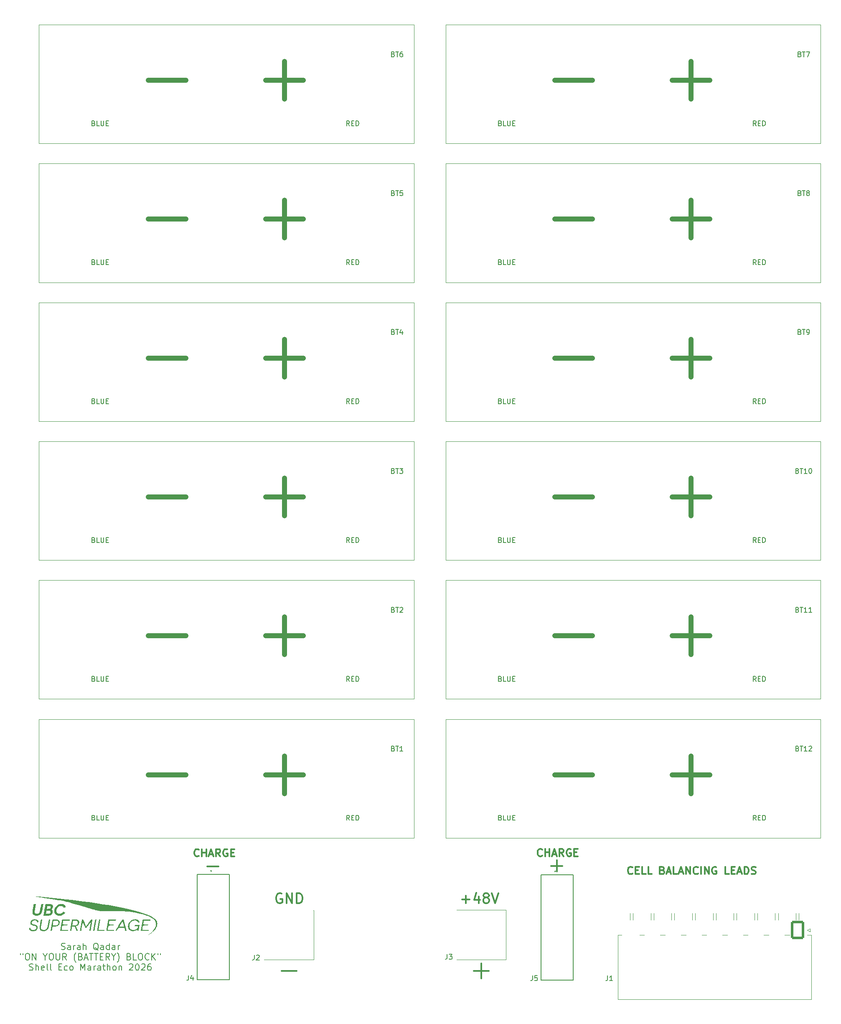
<source format=gto>
G04 #@! TF.GenerationSoftware,KiCad,Pcbnew,8.0.5*
G04 #@! TF.CreationDate,2025-12-20T20:43:01-08:00*
G04 #@! TF.ProjectId,URBAN_CELL_BOARD,55524241-4e5f-4434-954c-4c5f424f4152,rev?*
G04 #@! TF.SameCoordinates,Original*
G04 #@! TF.FileFunction,Legend,Top*
G04 #@! TF.FilePolarity,Positive*
%FSLAX46Y46*%
G04 Gerber Fmt 4.6, Leading zero omitted, Abs format (unit mm)*
G04 Created by KiCad (PCBNEW 8.0.5) date 2025-12-20 20:43:01*
%MOMM*%
%LPD*%
G01*
G04 APERTURE LIST*
G04 Aperture macros list*
%AMRoundRect*
0 Rectangle with rounded corners*
0 $1 Rounding radius*
0 $2 $3 $4 $5 $6 $7 $8 $9 X,Y pos of 4 corners*
0 Add a 4 corners polygon primitive as box body*
4,1,4,$2,$3,$4,$5,$6,$7,$8,$9,$2,$3,0*
0 Add four circle primitives for the rounded corners*
1,1,$1+$1,$2,$3*
1,1,$1+$1,$4,$5*
1,1,$1+$1,$6,$7*
1,1,$1+$1,$8,$9*
0 Add four rect primitives between the rounded corners*
20,1,$1+$1,$2,$3,$4,$5,0*
20,1,$1+$1,$4,$5,$6,$7,0*
20,1,$1+$1,$6,$7,$8,$9,0*
20,1,$1+$1,$8,$9,$2,$3,0*%
G04 Aperture macros list end*
%ADD10C,0.300000*%
%ADD11C,0.150000*%
%ADD12C,1.000000*%
%ADD13C,0.120000*%
%ADD14C,0.127000*%
%ADD15C,0.200000*%
%ADD16C,0.000000*%
%ADD17C,9.000000*%
%ADD18C,2.154000*%
%ADD19C,3.000000*%
%ADD20RoundRect,0.250001X1.099999X1.599999X-1.099999X1.599999X-1.099999X-1.599999X1.099999X-1.599999X0*%
%ADD21O,2.700000X3.700000*%
%ADD22C,7.500000*%
%ADD23C,5.500000*%
%ADD24C,1.200000*%
%ADD25R,10.000000X10.000000*%
G04 APERTURE END LIST*
D10*
X191142857Y-258129400D02*
X188857143Y-258129400D01*
X190000000Y-259272257D02*
X190000000Y-256986542D01*
X205321653Y-259657971D02*
X205250225Y-259729400D01*
X205250225Y-259729400D02*
X205035939Y-259800828D01*
X205035939Y-259800828D02*
X204893082Y-259800828D01*
X204893082Y-259800828D02*
X204678796Y-259729400D01*
X204678796Y-259729400D02*
X204535939Y-259586542D01*
X204535939Y-259586542D02*
X204464510Y-259443685D01*
X204464510Y-259443685D02*
X204393082Y-259157971D01*
X204393082Y-259157971D02*
X204393082Y-258943685D01*
X204393082Y-258943685D02*
X204464510Y-258657971D01*
X204464510Y-258657971D02*
X204535939Y-258515114D01*
X204535939Y-258515114D02*
X204678796Y-258372257D01*
X204678796Y-258372257D02*
X204893082Y-258300828D01*
X204893082Y-258300828D02*
X205035939Y-258300828D01*
X205035939Y-258300828D02*
X205250225Y-258372257D01*
X205250225Y-258372257D02*
X205321653Y-258443685D01*
X205964510Y-259015114D02*
X206464510Y-259015114D01*
X206678796Y-259800828D02*
X205964510Y-259800828D01*
X205964510Y-259800828D02*
X205964510Y-258300828D01*
X205964510Y-258300828D02*
X206678796Y-258300828D01*
X208035939Y-259800828D02*
X207321653Y-259800828D01*
X207321653Y-259800828D02*
X207321653Y-258300828D01*
X209250225Y-259800828D02*
X208535939Y-259800828D01*
X208535939Y-259800828D02*
X208535939Y-258300828D01*
X211393082Y-259015114D02*
X211607368Y-259086542D01*
X211607368Y-259086542D02*
X211678797Y-259157971D01*
X211678797Y-259157971D02*
X211750225Y-259300828D01*
X211750225Y-259300828D02*
X211750225Y-259515114D01*
X211750225Y-259515114D02*
X211678797Y-259657971D01*
X211678797Y-259657971D02*
X211607368Y-259729400D01*
X211607368Y-259729400D02*
X211464511Y-259800828D01*
X211464511Y-259800828D02*
X210893082Y-259800828D01*
X210893082Y-259800828D02*
X210893082Y-258300828D01*
X210893082Y-258300828D02*
X211393082Y-258300828D01*
X211393082Y-258300828D02*
X211535940Y-258372257D01*
X211535940Y-258372257D02*
X211607368Y-258443685D01*
X211607368Y-258443685D02*
X211678797Y-258586542D01*
X211678797Y-258586542D02*
X211678797Y-258729400D01*
X211678797Y-258729400D02*
X211607368Y-258872257D01*
X211607368Y-258872257D02*
X211535940Y-258943685D01*
X211535940Y-258943685D02*
X211393082Y-259015114D01*
X211393082Y-259015114D02*
X210893082Y-259015114D01*
X212321654Y-259372257D02*
X213035940Y-259372257D01*
X212178797Y-259800828D02*
X212678797Y-258300828D01*
X212678797Y-258300828D02*
X213178797Y-259800828D01*
X214393082Y-259800828D02*
X213678796Y-259800828D01*
X213678796Y-259800828D02*
X213678796Y-258300828D01*
X214821654Y-259372257D02*
X215535940Y-259372257D01*
X214678797Y-259800828D02*
X215178797Y-258300828D01*
X215178797Y-258300828D02*
X215678797Y-259800828D01*
X216178796Y-259800828D02*
X216178796Y-258300828D01*
X216178796Y-258300828D02*
X217035939Y-259800828D01*
X217035939Y-259800828D02*
X217035939Y-258300828D01*
X218607368Y-259657971D02*
X218535940Y-259729400D01*
X218535940Y-259729400D02*
X218321654Y-259800828D01*
X218321654Y-259800828D02*
X218178797Y-259800828D01*
X218178797Y-259800828D02*
X217964511Y-259729400D01*
X217964511Y-259729400D02*
X217821654Y-259586542D01*
X217821654Y-259586542D02*
X217750225Y-259443685D01*
X217750225Y-259443685D02*
X217678797Y-259157971D01*
X217678797Y-259157971D02*
X217678797Y-258943685D01*
X217678797Y-258943685D02*
X217750225Y-258657971D01*
X217750225Y-258657971D02*
X217821654Y-258515114D01*
X217821654Y-258515114D02*
X217964511Y-258372257D01*
X217964511Y-258372257D02*
X218178797Y-258300828D01*
X218178797Y-258300828D02*
X218321654Y-258300828D01*
X218321654Y-258300828D02*
X218535940Y-258372257D01*
X218535940Y-258372257D02*
X218607368Y-258443685D01*
X219250225Y-259800828D02*
X219250225Y-258300828D01*
X219964511Y-259800828D02*
X219964511Y-258300828D01*
X219964511Y-258300828D02*
X220821654Y-259800828D01*
X220821654Y-259800828D02*
X220821654Y-258300828D01*
X222321655Y-258372257D02*
X222178798Y-258300828D01*
X222178798Y-258300828D02*
X221964512Y-258300828D01*
X221964512Y-258300828D02*
X221750226Y-258372257D01*
X221750226Y-258372257D02*
X221607369Y-258515114D01*
X221607369Y-258515114D02*
X221535940Y-258657971D01*
X221535940Y-258657971D02*
X221464512Y-258943685D01*
X221464512Y-258943685D02*
X221464512Y-259157971D01*
X221464512Y-259157971D02*
X221535940Y-259443685D01*
X221535940Y-259443685D02*
X221607369Y-259586542D01*
X221607369Y-259586542D02*
X221750226Y-259729400D01*
X221750226Y-259729400D02*
X221964512Y-259800828D01*
X221964512Y-259800828D02*
X222107369Y-259800828D01*
X222107369Y-259800828D02*
X222321655Y-259729400D01*
X222321655Y-259729400D02*
X222393083Y-259657971D01*
X222393083Y-259657971D02*
X222393083Y-259157971D01*
X222393083Y-259157971D02*
X222107369Y-259157971D01*
X224893083Y-259800828D02*
X224178797Y-259800828D01*
X224178797Y-259800828D02*
X224178797Y-258300828D01*
X225393083Y-259015114D02*
X225893083Y-259015114D01*
X226107369Y-259800828D02*
X225393083Y-259800828D01*
X225393083Y-259800828D02*
X225393083Y-258300828D01*
X225393083Y-258300828D02*
X226107369Y-258300828D01*
X226678798Y-259372257D02*
X227393084Y-259372257D01*
X226535941Y-259800828D02*
X227035941Y-258300828D01*
X227035941Y-258300828D02*
X227535941Y-259800828D01*
X228035940Y-259800828D02*
X228035940Y-258300828D01*
X228035940Y-258300828D02*
X228393083Y-258300828D01*
X228393083Y-258300828D02*
X228607369Y-258372257D01*
X228607369Y-258372257D02*
X228750226Y-258515114D01*
X228750226Y-258515114D02*
X228821655Y-258657971D01*
X228821655Y-258657971D02*
X228893083Y-258943685D01*
X228893083Y-258943685D02*
X228893083Y-259157971D01*
X228893083Y-259157971D02*
X228821655Y-259443685D01*
X228821655Y-259443685D02*
X228750226Y-259586542D01*
X228750226Y-259586542D02*
X228607369Y-259729400D01*
X228607369Y-259729400D02*
X228393083Y-259800828D01*
X228393083Y-259800828D02*
X228035940Y-259800828D01*
X229464512Y-259729400D02*
X229678798Y-259800828D01*
X229678798Y-259800828D02*
X230035940Y-259800828D01*
X230035940Y-259800828D02*
X230178798Y-259729400D01*
X230178798Y-259729400D02*
X230250226Y-259657971D01*
X230250226Y-259657971D02*
X230321655Y-259515114D01*
X230321655Y-259515114D02*
X230321655Y-259372257D01*
X230321655Y-259372257D02*
X230250226Y-259229400D01*
X230250226Y-259229400D02*
X230178798Y-259157971D01*
X230178798Y-259157971D02*
X230035940Y-259086542D01*
X230035940Y-259086542D02*
X229750226Y-259015114D01*
X229750226Y-259015114D02*
X229607369Y-258943685D01*
X229607369Y-258943685D02*
X229535940Y-258872257D01*
X229535940Y-258872257D02*
X229464512Y-258729400D01*
X229464512Y-258729400D02*
X229464512Y-258586542D01*
X229464512Y-258586542D02*
X229535940Y-258443685D01*
X229535940Y-258443685D02*
X229607369Y-258372257D01*
X229607369Y-258372257D02*
X229750226Y-258300828D01*
X229750226Y-258300828D02*
X230107369Y-258300828D01*
X230107369Y-258300828D02*
X230321655Y-258372257D01*
X187032142Y-256035471D02*
X186960714Y-256106900D01*
X186960714Y-256106900D02*
X186746428Y-256178328D01*
X186746428Y-256178328D02*
X186603571Y-256178328D01*
X186603571Y-256178328D02*
X186389285Y-256106900D01*
X186389285Y-256106900D02*
X186246428Y-255964042D01*
X186246428Y-255964042D02*
X186174999Y-255821185D01*
X186174999Y-255821185D02*
X186103571Y-255535471D01*
X186103571Y-255535471D02*
X186103571Y-255321185D01*
X186103571Y-255321185D02*
X186174999Y-255035471D01*
X186174999Y-255035471D02*
X186246428Y-254892614D01*
X186246428Y-254892614D02*
X186389285Y-254749757D01*
X186389285Y-254749757D02*
X186603571Y-254678328D01*
X186603571Y-254678328D02*
X186746428Y-254678328D01*
X186746428Y-254678328D02*
X186960714Y-254749757D01*
X186960714Y-254749757D02*
X187032142Y-254821185D01*
X187674999Y-256178328D02*
X187674999Y-254678328D01*
X187674999Y-255392614D02*
X188532142Y-255392614D01*
X188532142Y-256178328D02*
X188532142Y-254678328D01*
X189175000Y-255749757D02*
X189889286Y-255749757D01*
X189032143Y-256178328D02*
X189532143Y-254678328D01*
X189532143Y-254678328D02*
X190032143Y-256178328D01*
X191389285Y-256178328D02*
X190889285Y-255464042D01*
X190532142Y-256178328D02*
X190532142Y-254678328D01*
X190532142Y-254678328D02*
X191103571Y-254678328D01*
X191103571Y-254678328D02*
X191246428Y-254749757D01*
X191246428Y-254749757D02*
X191317857Y-254821185D01*
X191317857Y-254821185D02*
X191389285Y-254964042D01*
X191389285Y-254964042D02*
X191389285Y-255178328D01*
X191389285Y-255178328D02*
X191317857Y-255321185D01*
X191317857Y-255321185D02*
X191246428Y-255392614D01*
X191246428Y-255392614D02*
X191103571Y-255464042D01*
X191103571Y-255464042D02*
X190532142Y-255464042D01*
X192817857Y-254749757D02*
X192675000Y-254678328D01*
X192675000Y-254678328D02*
X192460714Y-254678328D01*
X192460714Y-254678328D02*
X192246428Y-254749757D01*
X192246428Y-254749757D02*
X192103571Y-254892614D01*
X192103571Y-254892614D02*
X192032142Y-255035471D01*
X192032142Y-255035471D02*
X191960714Y-255321185D01*
X191960714Y-255321185D02*
X191960714Y-255535471D01*
X191960714Y-255535471D02*
X192032142Y-255821185D01*
X192032142Y-255821185D02*
X192103571Y-255964042D01*
X192103571Y-255964042D02*
X192246428Y-256106900D01*
X192246428Y-256106900D02*
X192460714Y-256178328D01*
X192460714Y-256178328D02*
X192603571Y-256178328D01*
X192603571Y-256178328D02*
X192817857Y-256106900D01*
X192817857Y-256106900D02*
X192889285Y-256035471D01*
X192889285Y-256035471D02*
X192889285Y-255535471D01*
X192889285Y-255535471D02*
X192603571Y-255535471D01*
X193532142Y-255392614D02*
X194032142Y-255392614D01*
X194246428Y-256178328D02*
X193532142Y-256178328D01*
X193532142Y-256178328D02*
X193532142Y-254678328D01*
X193532142Y-254678328D02*
X194246428Y-254678328D01*
X137243809Y-279441066D02*
X134196190Y-279441066D01*
X121467857Y-258229400D02*
X119182143Y-258229400D01*
X134271177Y-263774876D02*
X134080701Y-263679638D01*
X134080701Y-263679638D02*
X133794987Y-263679638D01*
X133794987Y-263679638D02*
X133509272Y-263774876D01*
X133509272Y-263774876D02*
X133318796Y-263965352D01*
X133318796Y-263965352D02*
X133223558Y-264155828D01*
X133223558Y-264155828D02*
X133128320Y-264536780D01*
X133128320Y-264536780D02*
X133128320Y-264822495D01*
X133128320Y-264822495D02*
X133223558Y-265203447D01*
X133223558Y-265203447D02*
X133318796Y-265393923D01*
X133318796Y-265393923D02*
X133509272Y-265584400D01*
X133509272Y-265584400D02*
X133794987Y-265679638D01*
X133794987Y-265679638D02*
X133985463Y-265679638D01*
X133985463Y-265679638D02*
X134271177Y-265584400D01*
X134271177Y-265584400D02*
X134366415Y-265489161D01*
X134366415Y-265489161D02*
X134366415Y-264822495D01*
X134366415Y-264822495D02*
X133985463Y-264822495D01*
X135223558Y-265679638D02*
X135223558Y-263679638D01*
X135223558Y-263679638D02*
X136366415Y-265679638D01*
X136366415Y-265679638D02*
X136366415Y-263679638D01*
X137318796Y-265679638D02*
X137318796Y-263679638D01*
X137318796Y-263679638D02*
X137794986Y-263679638D01*
X137794986Y-263679638D02*
X138080701Y-263774876D01*
X138080701Y-263774876D02*
X138271177Y-263965352D01*
X138271177Y-263965352D02*
X138366415Y-264155828D01*
X138366415Y-264155828D02*
X138461653Y-264536780D01*
X138461653Y-264536780D02*
X138461653Y-264822495D01*
X138461653Y-264822495D02*
X138366415Y-265203447D01*
X138366415Y-265203447D02*
X138271177Y-265393923D01*
X138271177Y-265393923D02*
X138080701Y-265584400D01*
X138080701Y-265584400D02*
X137794986Y-265679638D01*
X137794986Y-265679638D02*
X137318796Y-265679638D01*
X176253809Y-279441066D02*
X173206190Y-279441066D01*
X174729999Y-280964876D02*
X174729999Y-277917257D01*
D11*
X89595597Y-275015947D02*
X89781311Y-275077851D01*
X89781311Y-275077851D02*
X90090835Y-275077851D01*
X90090835Y-275077851D02*
X90214644Y-275015947D01*
X90214644Y-275015947D02*
X90276549Y-274954042D01*
X90276549Y-274954042D02*
X90338454Y-274830232D01*
X90338454Y-274830232D02*
X90338454Y-274706423D01*
X90338454Y-274706423D02*
X90276549Y-274582613D01*
X90276549Y-274582613D02*
X90214644Y-274520708D01*
X90214644Y-274520708D02*
X90090835Y-274458804D01*
X90090835Y-274458804D02*
X89843216Y-274396899D01*
X89843216Y-274396899D02*
X89719406Y-274334994D01*
X89719406Y-274334994D02*
X89657501Y-274273089D01*
X89657501Y-274273089D02*
X89595597Y-274149280D01*
X89595597Y-274149280D02*
X89595597Y-274025470D01*
X89595597Y-274025470D02*
X89657501Y-273901661D01*
X89657501Y-273901661D02*
X89719406Y-273839756D01*
X89719406Y-273839756D02*
X89843216Y-273777851D01*
X89843216Y-273777851D02*
X90152739Y-273777851D01*
X90152739Y-273777851D02*
X90338454Y-273839756D01*
X91452739Y-275077851D02*
X91452739Y-274396899D01*
X91452739Y-274396899D02*
X91390834Y-274273089D01*
X91390834Y-274273089D02*
X91267025Y-274211185D01*
X91267025Y-274211185D02*
X91019406Y-274211185D01*
X91019406Y-274211185D02*
X90895596Y-274273089D01*
X91452739Y-275015947D02*
X91328930Y-275077851D01*
X91328930Y-275077851D02*
X91019406Y-275077851D01*
X91019406Y-275077851D02*
X90895596Y-275015947D01*
X90895596Y-275015947D02*
X90833692Y-274892137D01*
X90833692Y-274892137D02*
X90833692Y-274768327D01*
X90833692Y-274768327D02*
X90895596Y-274644518D01*
X90895596Y-274644518D02*
X91019406Y-274582613D01*
X91019406Y-274582613D02*
X91328930Y-274582613D01*
X91328930Y-274582613D02*
X91452739Y-274520708D01*
X92071786Y-275077851D02*
X92071786Y-274211185D01*
X92071786Y-274458804D02*
X92133691Y-274334994D01*
X92133691Y-274334994D02*
X92195596Y-274273089D01*
X92195596Y-274273089D02*
X92319405Y-274211185D01*
X92319405Y-274211185D02*
X92443215Y-274211185D01*
X93433691Y-275077851D02*
X93433691Y-274396899D01*
X93433691Y-274396899D02*
X93371786Y-274273089D01*
X93371786Y-274273089D02*
X93247977Y-274211185D01*
X93247977Y-274211185D02*
X93000358Y-274211185D01*
X93000358Y-274211185D02*
X92876548Y-274273089D01*
X93433691Y-275015947D02*
X93309882Y-275077851D01*
X93309882Y-275077851D02*
X93000358Y-275077851D01*
X93000358Y-275077851D02*
X92876548Y-275015947D01*
X92876548Y-275015947D02*
X92814644Y-274892137D01*
X92814644Y-274892137D02*
X92814644Y-274768327D01*
X92814644Y-274768327D02*
X92876548Y-274644518D01*
X92876548Y-274644518D02*
X93000358Y-274582613D01*
X93000358Y-274582613D02*
X93309882Y-274582613D01*
X93309882Y-274582613D02*
X93433691Y-274520708D01*
X94052738Y-275077851D02*
X94052738Y-273777851D01*
X94609881Y-275077851D02*
X94609881Y-274396899D01*
X94609881Y-274396899D02*
X94547976Y-274273089D01*
X94547976Y-274273089D02*
X94424167Y-274211185D01*
X94424167Y-274211185D02*
X94238453Y-274211185D01*
X94238453Y-274211185D02*
X94114643Y-274273089D01*
X94114643Y-274273089D02*
X94052738Y-274334994D01*
X97086071Y-275201661D02*
X96962261Y-275139756D01*
X96962261Y-275139756D02*
X96838452Y-275015947D01*
X96838452Y-275015947D02*
X96652738Y-274830232D01*
X96652738Y-274830232D02*
X96528928Y-274768327D01*
X96528928Y-274768327D02*
X96405119Y-274768327D01*
X96467023Y-275077851D02*
X96343214Y-275015947D01*
X96343214Y-275015947D02*
X96219404Y-274892137D01*
X96219404Y-274892137D02*
X96157500Y-274644518D01*
X96157500Y-274644518D02*
X96157500Y-274211185D01*
X96157500Y-274211185D02*
X96219404Y-273963566D01*
X96219404Y-273963566D02*
X96343214Y-273839756D01*
X96343214Y-273839756D02*
X96467023Y-273777851D01*
X96467023Y-273777851D02*
X96714642Y-273777851D01*
X96714642Y-273777851D02*
X96838452Y-273839756D01*
X96838452Y-273839756D02*
X96962261Y-273963566D01*
X96962261Y-273963566D02*
X97024166Y-274211185D01*
X97024166Y-274211185D02*
X97024166Y-274644518D01*
X97024166Y-274644518D02*
X96962261Y-274892137D01*
X96962261Y-274892137D02*
X96838452Y-275015947D01*
X96838452Y-275015947D02*
X96714642Y-275077851D01*
X96714642Y-275077851D02*
X96467023Y-275077851D01*
X98138452Y-275077851D02*
X98138452Y-274396899D01*
X98138452Y-274396899D02*
X98076547Y-274273089D01*
X98076547Y-274273089D02*
X97952738Y-274211185D01*
X97952738Y-274211185D02*
X97705119Y-274211185D01*
X97705119Y-274211185D02*
X97581309Y-274273089D01*
X98138452Y-275015947D02*
X98014643Y-275077851D01*
X98014643Y-275077851D02*
X97705119Y-275077851D01*
X97705119Y-275077851D02*
X97581309Y-275015947D01*
X97581309Y-275015947D02*
X97519405Y-274892137D01*
X97519405Y-274892137D02*
X97519405Y-274768327D01*
X97519405Y-274768327D02*
X97581309Y-274644518D01*
X97581309Y-274644518D02*
X97705119Y-274582613D01*
X97705119Y-274582613D02*
X98014643Y-274582613D01*
X98014643Y-274582613D02*
X98138452Y-274520708D01*
X99314642Y-275077851D02*
X99314642Y-273777851D01*
X99314642Y-275015947D02*
X99190833Y-275077851D01*
X99190833Y-275077851D02*
X98943214Y-275077851D01*
X98943214Y-275077851D02*
X98819404Y-275015947D01*
X98819404Y-275015947D02*
X98757499Y-274954042D01*
X98757499Y-274954042D02*
X98695595Y-274830232D01*
X98695595Y-274830232D02*
X98695595Y-274458804D01*
X98695595Y-274458804D02*
X98757499Y-274334994D01*
X98757499Y-274334994D02*
X98819404Y-274273089D01*
X98819404Y-274273089D02*
X98943214Y-274211185D01*
X98943214Y-274211185D02*
X99190833Y-274211185D01*
X99190833Y-274211185D02*
X99314642Y-274273089D01*
X100490832Y-275077851D02*
X100490832Y-274396899D01*
X100490832Y-274396899D02*
X100428927Y-274273089D01*
X100428927Y-274273089D02*
X100305118Y-274211185D01*
X100305118Y-274211185D02*
X100057499Y-274211185D01*
X100057499Y-274211185D02*
X99933689Y-274273089D01*
X100490832Y-275015947D02*
X100367023Y-275077851D01*
X100367023Y-275077851D02*
X100057499Y-275077851D01*
X100057499Y-275077851D02*
X99933689Y-275015947D01*
X99933689Y-275015947D02*
X99871785Y-274892137D01*
X99871785Y-274892137D02*
X99871785Y-274768327D01*
X99871785Y-274768327D02*
X99933689Y-274644518D01*
X99933689Y-274644518D02*
X100057499Y-274582613D01*
X100057499Y-274582613D02*
X100367023Y-274582613D01*
X100367023Y-274582613D02*
X100490832Y-274520708D01*
X101109879Y-275077851D02*
X101109879Y-274211185D01*
X101109879Y-274458804D02*
X101171784Y-274334994D01*
X101171784Y-274334994D02*
X101233689Y-274273089D01*
X101233689Y-274273089D02*
X101357498Y-274211185D01*
X101357498Y-274211185D02*
X101481308Y-274211185D01*
X81300357Y-275870778D02*
X81300357Y-276118397D01*
X81795595Y-275870778D02*
X81795595Y-276118397D01*
X82600356Y-275870778D02*
X82847975Y-275870778D01*
X82847975Y-275870778D02*
X82971785Y-275932683D01*
X82971785Y-275932683D02*
X83095594Y-276056493D01*
X83095594Y-276056493D02*
X83157499Y-276304112D01*
X83157499Y-276304112D02*
X83157499Y-276737445D01*
X83157499Y-276737445D02*
X83095594Y-276985064D01*
X83095594Y-276985064D02*
X82971785Y-277108874D01*
X82971785Y-277108874D02*
X82847975Y-277170778D01*
X82847975Y-277170778D02*
X82600356Y-277170778D01*
X82600356Y-277170778D02*
X82476547Y-277108874D01*
X82476547Y-277108874D02*
X82352737Y-276985064D01*
X82352737Y-276985064D02*
X82290833Y-276737445D01*
X82290833Y-276737445D02*
X82290833Y-276304112D01*
X82290833Y-276304112D02*
X82352737Y-276056493D01*
X82352737Y-276056493D02*
X82476547Y-275932683D01*
X82476547Y-275932683D02*
X82600356Y-275870778D01*
X83714642Y-277170778D02*
X83714642Y-275870778D01*
X83714642Y-275870778D02*
X84457499Y-277170778D01*
X84457499Y-277170778D02*
X84457499Y-275870778D01*
X86314642Y-276551731D02*
X86314642Y-277170778D01*
X85881309Y-275870778D02*
X86314642Y-276551731D01*
X86314642Y-276551731D02*
X86747976Y-275870778D01*
X87428928Y-275870778D02*
X87676547Y-275870778D01*
X87676547Y-275870778D02*
X87800357Y-275932683D01*
X87800357Y-275932683D02*
X87924166Y-276056493D01*
X87924166Y-276056493D02*
X87986071Y-276304112D01*
X87986071Y-276304112D02*
X87986071Y-276737445D01*
X87986071Y-276737445D02*
X87924166Y-276985064D01*
X87924166Y-276985064D02*
X87800357Y-277108874D01*
X87800357Y-277108874D02*
X87676547Y-277170778D01*
X87676547Y-277170778D02*
X87428928Y-277170778D01*
X87428928Y-277170778D02*
X87305119Y-277108874D01*
X87305119Y-277108874D02*
X87181309Y-276985064D01*
X87181309Y-276985064D02*
X87119405Y-276737445D01*
X87119405Y-276737445D02*
X87119405Y-276304112D01*
X87119405Y-276304112D02*
X87181309Y-276056493D01*
X87181309Y-276056493D02*
X87305119Y-275932683D01*
X87305119Y-275932683D02*
X87428928Y-275870778D01*
X88543214Y-275870778D02*
X88543214Y-276923159D01*
X88543214Y-276923159D02*
X88605119Y-277046969D01*
X88605119Y-277046969D02*
X88667024Y-277108874D01*
X88667024Y-277108874D02*
X88790833Y-277170778D01*
X88790833Y-277170778D02*
X89038452Y-277170778D01*
X89038452Y-277170778D02*
X89162262Y-277108874D01*
X89162262Y-277108874D02*
X89224167Y-277046969D01*
X89224167Y-277046969D02*
X89286071Y-276923159D01*
X89286071Y-276923159D02*
X89286071Y-275870778D01*
X90647976Y-277170778D02*
X90214643Y-276551731D01*
X89905119Y-277170778D02*
X89905119Y-275870778D01*
X89905119Y-275870778D02*
X90400357Y-275870778D01*
X90400357Y-275870778D02*
X90524167Y-275932683D01*
X90524167Y-275932683D02*
X90586072Y-275994588D01*
X90586072Y-275994588D02*
X90647976Y-276118397D01*
X90647976Y-276118397D02*
X90647976Y-276304112D01*
X90647976Y-276304112D02*
X90586072Y-276427921D01*
X90586072Y-276427921D02*
X90524167Y-276489826D01*
X90524167Y-276489826D02*
X90400357Y-276551731D01*
X90400357Y-276551731D02*
X89905119Y-276551731D01*
X92567024Y-277666016D02*
X92505119Y-277604112D01*
X92505119Y-277604112D02*
X92381310Y-277418397D01*
X92381310Y-277418397D02*
X92319405Y-277294588D01*
X92319405Y-277294588D02*
X92257500Y-277108874D01*
X92257500Y-277108874D02*
X92195595Y-276799350D01*
X92195595Y-276799350D02*
X92195595Y-276551731D01*
X92195595Y-276551731D02*
X92257500Y-276242207D01*
X92257500Y-276242207D02*
X92319405Y-276056493D01*
X92319405Y-276056493D02*
X92381310Y-275932683D01*
X92381310Y-275932683D02*
X92505119Y-275746969D01*
X92505119Y-275746969D02*
X92567024Y-275685064D01*
X93495596Y-276489826D02*
X93681310Y-276551731D01*
X93681310Y-276551731D02*
X93743215Y-276613635D01*
X93743215Y-276613635D02*
X93805119Y-276737445D01*
X93805119Y-276737445D02*
X93805119Y-276923159D01*
X93805119Y-276923159D02*
X93743215Y-277046969D01*
X93743215Y-277046969D02*
X93681310Y-277108874D01*
X93681310Y-277108874D02*
X93557500Y-277170778D01*
X93557500Y-277170778D02*
X93062262Y-277170778D01*
X93062262Y-277170778D02*
X93062262Y-275870778D01*
X93062262Y-275870778D02*
X93495596Y-275870778D01*
X93495596Y-275870778D02*
X93619405Y-275932683D01*
X93619405Y-275932683D02*
X93681310Y-275994588D01*
X93681310Y-275994588D02*
X93743215Y-276118397D01*
X93743215Y-276118397D02*
X93743215Y-276242207D01*
X93743215Y-276242207D02*
X93681310Y-276366016D01*
X93681310Y-276366016D02*
X93619405Y-276427921D01*
X93619405Y-276427921D02*
X93495596Y-276489826D01*
X93495596Y-276489826D02*
X93062262Y-276489826D01*
X94300358Y-276799350D02*
X94919405Y-276799350D01*
X94176548Y-277170778D02*
X94609881Y-275870778D01*
X94609881Y-275870778D02*
X95043215Y-277170778D01*
X95290834Y-275870778D02*
X96033691Y-275870778D01*
X95662263Y-277170778D02*
X95662263Y-275870778D01*
X96281310Y-275870778D02*
X97024167Y-275870778D01*
X96652739Y-277170778D02*
X96652739Y-275870778D01*
X97457500Y-276489826D02*
X97890834Y-276489826D01*
X98076548Y-277170778D02*
X97457500Y-277170778D01*
X97457500Y-277170778D02*
X97457500Y-275870778D01*
X97457500Y-275870778D02*
X98076548Y-275870778D01*
X99376547Y-277170778D02*
X98943214Y-276551731D01*
X98633690Y-277170778D02*
X98633690Y-275870778D01*
X98633690Y-275870778D02*
X99128928Y-275870778D01*
X99128928Y-275870778D02*
X99252738Y-275932683D01*
X99252738Y-275932683D02*
X99314643Y-275994588D01*
X99314643Y-275994588D02*
X99376547Y-276118397D01*
X99376547Y-276118397D02*
X99376547Y-276304112D01*
X99376547Y-276304112D02*
X99314643Y-276427921D01*
X99314643Y-276427921D02*
X99252738Y-276489826D01*
X99252738Y-276489826D02*
X99128928Y-276551731D01*
X99128928Y-276551731D02*
X98633690Y-276551731D01*
X100181309Y-276551731D02*
X100181309Y-277170778D01*
X99747976Y-275870778D02*
X100181309Y-276551731D01*
X100181309Y-276551731D02*
X100614643Y-275870778D01*
X100924167Y-277666016D02*
X100986072Y-277604112D01*
X100986072Y-277604112D02*
X101109881Y-277418397D01*
X101109881Y-277418397D02*
X101171786Y-277294588D01*
X101171786Y-277294588D02*
X101233691Y-277108874D01*
X101233691Y-277108874D02*
X101295595Y-276799350D01*
X101295595Y-276799350D02*
X101295595Y-276551731D01*
X101295595Y-276551731D02*
X101233691Y-276242207D01*
X101233691Y-276242207D02*
X101171786Y-276056493D01*
X101171786Y-276056493D02*
X101109881Y-275932683D01*
X101109881Y-275932683D02*
X100986072Y-275746969D01*
X100986072Y-275746969D02*
X100924167Y-275685064D01*
X103338453Y-276489826D02*
X103524167Y-276551731D01*
X103524167Y-276551731D02*
X103586072Y-276613635D01*
X103586072Y-276613635D02*
X103647976Y-276737445D01*
X103647976Y-276737445D02*
X103647976Y-276923159D01*
X103647976Y-276923159D02*
X103586072Y-277046969D01*
X103586072Y-277046969D02*
X103524167Y-277108874D01*
X103524167Y-277108874D02*
X103400357Y-277170778D01*
X103400357Y-277170778D02*
X102905119Y-277170778D01*
X102905119Y-277170778D02*
X102905119Y-275870778D01*
X102905119Y-275870778D02*
X103338453Y-275870778D01*
X103338453Y-275870778D02*
X103462262Y-275932683D01*
X103462262Y-275932683D02*
X103524167Y-275994588D01*
X103524167Y-275994588D02*
X103586072Y-276118397D01*
X103586072Y-276118397D02*
X103586072Y-276242207D01*
X103586072Y-276242207D02*
X103524167Y-276366016D01*
X103524167Y-276366016D02*
X103462262Y-276427921D01*
X103462262Y-276427921D02*
X103338453Y-276489826D01*
X103338453Y-276489826D02*
X102905119Y-276489826D01*
X104824167Y-277170778D02*
X104205119Y-277170778D01*
X104205119Y-277170778D02*
X104205119Y-275870778D01*
X105505119Y-275870778D02*
X105752738Y-275870778D01*
X105752738Y-275870778D02*
X105876548Y-275932683D01*
X105876548Y-275932683D02*
X106000357Y-276056493D01*
X106000357Y-276056493D02*
X106062262Y-276304112D01*
X106062262Y-276304112D02*
X106062262Y-276737445D01*
X106062262Y-276737445D02*
X106000357Y-276985064D01*
X106000357Y-276985064D02*
X105876548Y-277108874D01*
X105876548Y-277108874D02*
X105752738Y-277170778D01*
X105752738Y-277170778D02*
X105505119Y-277170778D01*
X105505119Y-277170778D02*
X105381310Y-277108874D01*
X105381310Y-277108874D02*
X105257500Y-276985064D01*
X105257500Y-276985064D02*
X105195596Y-276737445D01*
X105195596Y-276737445D02*
X105195596Y-276304112D01*
X105195596Y-276304112D02*
X105257500Y-276056493D01*
X105257500Y-276056493D02*
X105381310Y-275932683D01*
X105381310Y-275932683D02*
X105505119Y-275870778D01*
X107362262Y-277046969D02*
X107300358Y-277108874D01*
X107300358Y-277108874D02*
X107114643Y-277170778D01*
X107114643Y-277170778D02*
X106990834Y-277170778D01*
X106990834Y-277170778D02*
X106805120Y-277108874D01*
X106805120Y-277108874D02*
X106681310Y-276985064D01*
X106681310Y-276985064D02*
X106619405Y-276861254D01*
X106619405Y-276861254D02*
X106557501Y-276613635D01*
X106557501Y-276613635D02*
X106557501Y-276427921D01*
X106557501Y-276427921D02*
X106619405Y-276180302D01*
X106619405Y-276180302D02*
X106681310Y-276056493D01*
X106681310Y-276056493D02*
X106805120Y-275932683D01*
X106805120Y-275932683D02*
X106990834Y-275870778D01*
X106990834Y-275870778D02*
X107114643Y-275870778D01*
X107114643Y-275870778D02*
X107300358Y-275932683D01*
X107300358Y-275932683D02*
X107362262Y-275994588D01*
X107919405Y-277170778D02*
X107919405Y-275870778D01*
X108662262Y-277170778D02*
X108105120Y-276427921D01*
X108662262Y-275870778D02*
X107919405Y-276613635D01*
X109157501Y-275870778D02*
X109157501Y-276118397D01*
X109652739Y-275870778D02*
X109652739Y-276118397D01*
X83126551Y-279201801D02*
X83312265Y-279263705D01*
X83312265Y-279263705D02*
X83621789Y-279263705D01*
X83621789Y-279263705D02*
X83745598Y-279201801D01*
X83745598Y-279201801D02*
X83807503Y-279139896D01*
X83807503Y-279139896D02*
X83869408Y-279016086D01*
X83869408Y-279016086D02*
X83869408Y-278892277D01*
X83869408Y-278892277D02*
X83807503Y-278768467D01*
X83807503Y-278768467D02*
X83745598Y-278706562D01*
X83745598Y-278706562D02*
X83621789Y-278644658D01*
X83621789Y-278644658D02*
X83374170Y-278582753D01*
X83374170Y-278582753D02*
X83250360Y-278520848D01*
X83250360Y-278520848D02*
X83188455Y-278458943D01*
X83188455Y-278458943D02*
X83126551Y-278335134D01*
X83126551Y-278335134D02*
X83126551Y-278211324D01*
X83126551Y-278211324D02*
X83188455Y-278087515D01*
X83188455Y-278087515D02*
X83250360Y-278025610D01*
X83250360Y-278025610D02*
X83374170Y-277963705D01*
X83374170Y-277963705D02*
X83683693Y-277963705D01*
X83683693Y-277963705D02*
X83869408Y-278025610D01*
X84426550Y-279263705D02*
X84426550Y-277963705D01*
X84983693Y-279263705D02*
X84983693Y-278582753D01*
X84983693Y-278582753D02*
X84921788Y-278458943D01*
X84921788Y-278458943D02*
X84797979Y-278397039D01*
X84797979Y-278397039D02*
X84612265Y-278397039D01*
X84612265Y-278397039D02*
X84488455Y-278458943D01*
X84488455Y-278458943D02*
X84426550Y-278520848D01*
X86097978Y-279201801D02*
X85974169Y-279263705D01*
X85974169Y-279263705D02*
X85726550Y-279263705D01*
X85726550Y-279263705D02*
X85602740Y-279201801D01*
X85602740Y-279201801D02*
X85540836Y-279077991D01*
X85540836Y-279077991D02*
X85540836Y-278582753D01*
X85540836Y-278582753D02*
X85602740Y-278458943D01*
X85602740Y-278458943D02*
X85726550Y-278397039D01*
X85726550Y-278397039D02*
X85974169Y-278397039D01*
X85974169Y-278397039D02*
X86097978Y-278458943D01*
X86097978Y-278458943D02*
X86159883Y-278582753D01*
X86159883Y-278582753D02*
X86159883Y-278706562D01*
X86159883Y-278706562D02*
X85540836Y-278830372D01*
X86902741Y-279263705D02*
X86778931Y-279201801D01*
X86778931Y-279201801D02*
X86717026Y-279077991D01*
X86717026Y-279077991D02*
X86717026Y-277963705D01*
X87583693Y-279263705D02*
X87459883Y-279201801D01*
X87459883Y-279201801D02*
X87397978Y-279077991D01*
X87397978Y-279077991D02*
X87397978Y-277963705D01*
X89069406Y-278582753D02*
X89502740Y-278582753D01*
X89688454Y-279263705D02*
X89069406Y-279263705D01*
X89069406Y-279263705D02*
X89069406Y-277963705D01*
X89069406Y-277963705D02*
X89688454Y-277963705D01*
X90802739Y-279201801D02*
X90678930Y-279263705D01*
X90678930Y-279263705D02*
X90431311Y-279263705D01*
X90431311Y-279263705D02*
X90307501Y-279201801D01*
X90307501Y-279201801D02*
X90245596Y-279139896D01*
X90245596Y-279139896D02*
X90183692Y-279016086D01*
X90183692Y-279016086D02*
X90183692Y-278644658D01*
X90183692Y-278644658D02*
X90245596Y-278520848D01*
X90245596Y-278520848D02*
X90307501Y-278458943D01*
X90307501Y-278458943D02*
X90431311Y-278397039D01*
X90431311Y-278397039D02*
X90678930Y-278397039D01*
X90678930Y-278397039D02*
X90802739Y-278458943D01*
X91545597Y-279263705D02*
X91421787Y-279201801D01*
X91421787Y-279201801D02*
X91359882Y-279139896D01*
X91359882Y-279139896D02*
X91297978Y-279016086D01*
X91297978Y-279016086D02*
X91297978Y-278644658D01*
X91297978Y-278644658D02*
X91359882Y-278520848D01*
X91359882Y-278520848D02*
X91421787Y-278458943D01*
X91421787Y-278458943D02*
X91545597Y-278397039D01*
X91545597Y-278397039D02*
X91731311Y-278397039D01*
X91731311Y-278397039D02*
X91855120Y-278458943D01*
X91855120Y-278458943D02*
X91917025Y-278520848D01*
X91917025Y-278520848D02*
X91978930Y-278644658D01*
X91978930Y-278644658D02*
X91978930Y-279016086D01*
X91978930Y-279016086D02*
X91917025Y-279139896D01*
X91917025Y-279139896D02*
X91855120Y-279201801D01*
X91855120Y-279201801D02*
X91731311Y-279263705D01*
X91731311Y-279263705D02*
X91545597Y-279263705D01*
X93526548Y-279263705D02*
X93526548Y-277963705D01*
X93526548Y-277963705D02*
X93959882Y-278892277D01*
X93959882Y-278892277D02*
X94393215Y-277963705D01*
X94393215Y-277963705D02*
X94393215Y-279263705D01*
X95569405Y-279263705D02*
X95569405Y-278582753D01*
X95569405Y-278582753D02*
X95507500Y-278458943D01*
X95507500Y-278458943D02*
X95383691Y-278397039D01*
X95383691Y-278397039D02*
X95136072Y-278397039D01*
X95136072Y-278397039D02*
X95012262Y-278458943D01*
X95569405Y-279201801D02*
X95445596Y-279263705D01*
X95445596Y-279263705D02*
X95136072Y-279263705D01*
X95136072Y-279263705D02*
X95012262Y-279201801D01*
X95012262Y-279201801D02*
X94950358Y-279077991D01*
X94950358Y-279077991D02*
X94950358Y-278954181D01*
X94950358Y-278954181D02*
X95012262Y-278830372D01*
X95012262Y-278830372D02*
X95136072Y-278768467D01*
X95136072Y-278768467D02*
X95445596Y-278768467D01*
X95445596Y-278768467D02*
X95569405Y-278706562D01*
X96188452Y-279263705D02*
X96188452Y-278397039D01*
X96188452Y-278644658D02*
X96250357Y-278520848D01*
X96250357Y-278520848D02*
X96312262Y-278458943D01*
X96312262Y-278458943D02*
X96436071Y-278397039D01*
X96436071Y-278397039D02*
X96559881Y-278397039D01*
X97550357Y-279263705D02*
X97550357Y-278582753D01*
X97550357Y-278582753D02*
X97488452Y-278458943D01*
X97488452Y-278458943D02*
X97364643Y-278397039D01*
X97364643Y-278397039D02*
X97117024Y-278397039D01*
X97117024Y-278397039D02*
X96993214Y-278458943D01*
X97550357Y-279201801D02*
X97426548Y-279263705D01*
X97426548Y-279263705D02*
X97117024Y-279263705D01*
X97117024Y-279263705D02*
X96993214Y-279201801D01*
X96993214Y-279201801D02*
X96931310Y-279077991D01*
X96931310Y-279077991D02*
X96931310Y-278954181D01*
X96931310Y-278954181D02*
X96993214Y-278830372D01*
X96993214Y-278830372D02*
X97117024Y-278768467D01*
X97117024Y-278768467D02*
X97426548Y-278768467D01*
X97426548Y-278768467D02*
X97550357Y-278706562D01*
X97983690Y-278397039D02*
X98478928Y-278397039D01*
X98169404Y-277963705D02*
X98169404Y-279077991D01*
X98169404Y-279077991D02*
X98231309Y-279201801D01*
X98231309Y-279201801D02*
X98355119Y-279263705D01*
X98355119Y-279263705D02*
X98478928Y-279263705D01*
X98912261Y-279263705D02*
X98912261Y-277963705D01*
X99469404Y-279263705D02*
X99469404Y-278582753D01*
X99469404Y-278582753D02*
X99407499Y-278458943D01*
X99407499Y-278458943D02*
X99283690Y-278397039D01*
X99283690Y-278397039D02*
X99097976Y-278397039D01*
X99097976Y-278397039D02*
X98974166Y-278458943D01*
X98974166Y-278458943D02*
X98912261Y-278520848D01*
X100274166Y-279263705D02*
X100150356Y-279201801D01*
X100150356Y-279201801D02*
X100088451Y-279139896D01*
X100088451Y-279139896D02*
X100026547Y-279016086D01*
X100026547Y-279016086D02*
X100026547Y-278644658D01*
X100026547Y-278644658D02*
X100088451Y-278520848D01*
X100088451Y-278520848D02*
X100150356Y-278458943D01*
X100150356Y-278458943D02*
X100274166Y-278397039D01*
X100274166Y-278397039D02*
X100459880Y-278397039D01*
X100459880Y-278397039D02*
X100583689Y-278458943D01*
X100583689Y-278458943D02*
X100645594Y-278520848D01*
X100645594Y-278520848D02*
X100707499Y-278644658D01*
X100707499Y-278644658D02*
X100707499Y-279016086D01*
X100707499Y-279016086D02*
X100645594Y-279139896D01*
X100645594Y-279139896D02*
X100583689Y-279201801D01*
X100583689Y-279201801D02*
X100459880Y-279263705D01*
X100459880Y-279263705D02*
X100274166Y-279263705D01*
X101264641Y-278397039D02*
X101264641Y-279263705D01*
X101264641Y-278520848D02*
X101326546Y-278458943D01*
X101326546Y-278458943D02*
X101450356Y-278397039D01*
X101450356Y-278397039D02*
X101636070Y-278397039D01*
X101636070Y-278397039D02*
X101759879Y-278458943D01*
X101759879Y-278458943D02*
X101821784Y-278582753D01*
X101821784Y-278582753D02*
X101821784Y-279263705D01*
X103369403Y-278087515D02*
X103431307Y-278025610D01*
X103431307Y-278025610D02*
X103555117Y-277963705D01*
X103555117Y-277963705D02*
X103864641Y-277963705D01*
X103864641Y-277963705D02*
X103988450Y-278025610D01*
X103988450Y-278025610D02*
X104050355Y-278087515D01*
X104050355Y-278087515D02*
X104112260Y-278211324D01*
X104112260Y-278211324D02*
X104112260Y-278335134D01*
X104112260Y-278335134D02*
X104050355Y-278520848D01*
X104050355Y-278520848D02*
X103307498Y-279263705D01*
X103307498Y-279263705D02*
X104112260Y-279263705D01*
X104917021Y-277963705D02*
X105040831Y-277963705D01*
X105040831Y-277963705D02*
X105164640Y-278025610D01*
X105164640Y-278025610D02*
X105226545Y-278087515D01*
X105226545Y-278087515D02*
X105288450Y-278211324D01*
X105288450Y-278211324D02*
X105350355Y-278458943D01*
X105350355Y-278458943D02*
X105350355Y-278768467D01*
X105350355Y-278768467D02*
X105288450Y-279016086D01*
X105288450Y-279016086D02*
X105226545Y-279139896D01*
X105226545Y-279139896D02*
X105164640Y-279201801D01*
X105164640Y-279201801D02*
X105040831Y-279263705D01*
X105040831Y-279263705D02*
X104917021Y-279263705D01*
X104917021Y-279263705D02*
X104793212Y-279201801D01*
X104793212Y-279201801D02*
X104731307Y-279139896D01*
X104731307Y-279139896D02*
X104669402Y-279016086D01*
X104669402Y-279016086D02*
X104607498Y-278768467D01*
X104607498Y-278768467D02*
X104607498Y-278458943D01*
X104607498Y-278458943D02*
X104669402Y-278211324D01*
X104669402Y-278211324D02*
X104731307Y-278087515D01*
X104731307Y-278087515D02*
X104793212Y-278025610D01*
X104793212Y-278025610D02*
X104917021Y-277963705D01*
X105845593Y-278087515D02*
X105907497Y-278025610D01*
X105907497Y-278025610D02*
X106031307Y-277963705D01*
X106031307Y-277963705D02*
X106340831Y-277963705D01*
X106340831Y-277963705D02*
X106464640Y-278025610D01*
X106464640Y-278025610D02*
X106526545Y-278087515D01*
X106526545Y-278087515D02*
X106588450Y-278211324D01*
X106588450Y-278211324D02*
X106588450Y-278335134D01*
X106588450Y-278335134D02*
X106526545Y-278520848D01*
X106526545Y-278520848D02*
X105783688Y-279263705D01*
X105783688Y-279263705D02*
X106588450Y-279263705D01*
X107702735Y-277963705D02*
X107455116Y-277963705D01*
X107455116Y-277963705D02*
X107331307Y-278025610D01*
X107331307Y-278025610D02*
X107269402Y-278087515D01*
X107269402Y-278087515D02*
X107145592Y-278273229D01*
X107145592Y-278273229D02*
X107083688Y-278520848D01*
X107083688Y-278520848D02*
X107083688Y-279016086D01*
X107083688Y-279016086D02*
X107145592Y-279139896D01*
X107145592Y-279139896D02*
X107207497Y-279201801D01*
X107207497Y-279201801D02*
X107331307Y-279263705D01*
X107331307Y-279263705D02*
X107578926Y-279263705D01*
X107578926Y-279263705D02*
X107702735Y-279201801D01*
X107702735Y-279201801D02*
X107764640Y-279139896D01*
X107764640Y-279139896D02*
X107826545Y-279016086D01*
X107826545Y-279016086D02*
X107826545Y-278706562D01*
X107826545Y-278706562D02*
X107764640Y-278582753D01*
X107764640Y-278582753D02*
X107702735Y-278520848D01*
X107702735Y-278520848D02*
X107578926Y-278458943D01*
X107578926Y-278458943D02*
X107331307Y-278458943D01*
X107331307Y-278458943D02*
X107207497Y-278520848D01*
X107207497Y-278520848D02*
X107145592Y-278582753D01*
X107145592Y-278582753D02*
X107083688Y-278706562D01*
D10*
X117457142Y-256085471D02*
X117385714Y-256156900D01*
X117385714Y-256156900D02*
X117171428Y-256228328D01*
X117171428Y-256228328D02*
X117028571Y-256228328D01*
X117028571Y-256228328D02*
X116814285Y-256156900D01*
X116814285Y-256156900D02*
X116671428Y-256014042D01*
X116671428Y-256014042D02*
X116599999Y-255871185D01*
X116599999Y-255871185D02*
X116528571Y-255585471D01*
X116528571Y-255585471D02*
X116528571Y-255371185D01*
X116528571Y-255371185D02*
X116599999Y-255085471D01*
X116599999Y-255085471D02*
X116671428Y-254942614D01*
X116671428Y-254942614D02*
X116814285Y-254799757D01*
X116814285Y-254799757D02*
X117028571Y-254728328D01*
X117028571Y-254728328D02*
X117171428Y-254728328D01*
X117171428Y-254728328D02*
X117385714Y-254799757D01*
X117385714Y-254799757D02*
X117457142Y-254871185D01*
X118099999Y-256228328D02*
X118099999Y-254728328D01*
X118099999Y-255442614D02*
X118957142Y-255442614D01*
X118957142Y-256228328D02*
X118957142Y-254728328D01*
X119600000Y-255799757D02*
X120314286Y-255799757D01*
X119457143Y-256228328D02*
X119957143Y-254728328D01*
X119957143Y-254728328D02*
X120457143Y-256228328D01*
X121814285Y-256228328D02*
X121314285Y-255514042D01*
X120957142Y-256228328D02*
X120957142Y-254728328D01*
X120957142Y-254728328D02*
X121528571Y-254728328D01*
X121528571Y-254728328D02*
X121671428Y-254799757D01*
X121671428Y-254799757D02*
X121742857Y-254871185D01*
X121742857Y-254871185D02*
X121814285Y-255014042D01*
X121814285Y-255014042D02*
X121814285Y-255228328D01*
X121814285Y-255228328D02*
X121742857Y-255371185D01*
X121742857Y-255371185D02*
X121671428Y-255442614D01*
X121671428Y-255442614D02*
X121528571Y-255514042D01*
X121528571Y-255514042D02*
X120957142Y-255514042D01*
X123242857Y-254799757D02*
X123100000Y-254728328D01*
X123100000Y-254728328D02*
X122885714Y-254728328D01*
X122885714Y-254728328D02*
X122671428Y-254799757D01*
X122671428Y-254799757D02*
X122528571Y-254942614D01*
X122528571Y-254942614D02*
X122457142Y-255085471D01*
X122457142Y-255085471D02*
X122385714Y-255371185D01*
X122385714Y-255371185D02*
X122385714Y-255585471D01*
X122385714Y-255585471D02*
X122457142Y-255871185D01*
X122457142Y-255871185D02*
X122528571Y-256014042D01*
X122528571Y-256014042D02*
X122671428Y-256156900D01*
X122671428Y-256156900D02*
X122885714Y-256228328D01*
X122885714Y-256228328D02*
X123028571Y-256228328D01*
X123028571Y-256228328D02*
X123242857Y-256156900D01*
X123242857Y-256156900D02*
X123314285Y-256085471D01*
X123314285Y-256085471D02*
X123314285Y-255585471D01*
X123314285Y-255585471D02*
X123028571Y-255585471D01*
X123957142Y-255442614D02*
X124457142Y-255442614D01*
X124671428Y-256228328D02*
X123957142Y-256228328D01*
X123957142Y-256228328D02*
X123957142Y-254728328D01*
X123957142Y-254728328D02*
X124671428Y-254728328D01*
X170843558Y-264917733D02*
X172367368Y-264917733D01*
X171605463Y-265679638D02*
X171605463Y-264155828D01*
X174176891Y-264346304D02*
X174176891Y-265679638D01*
X173700700Y-263584400D02*
X173224510Y-265012971D01*
X173224510Y-265012971D02*
X174462605Y-265012971D01*
X175510224Y-264536780D02*
X175319748Y-264441542D01*
X175319748Y-264441542D02*
X175224510Y-264346304D01*
X175224510Y-264346304D02*
X175129272Y-264155828D01*
X175129272Y-264155828D02*
X175129272Y-264060590D01*
X175129272Y-264060590D02*
X175224510Y-263870114D01*
X175224510Y-263870114D02*
X175319748Y-263774876D01*
X175319748Y-263774876D02*
X175510224Y-263679638D01*
X175510224Y-263679638D02*
X175891177Y-263679638D01*
X175891177Y-263679638D02*
X176081653Y-263774876D01*
X176081653Y-263774876D02*
X176176891Y-263870114D01*
X176176891Y-263870114D02*
X176272129Y-264060590D01*
X176272129Y-264060590D02*
X176272129Y-264155828D01*
X176272129Y-264155828D02*
X176176891Y-264346304D01*
X176176891Y-264346304D02*
X176081653Y-264441542D01*
X176081653Y-264441542D02*
X175891177Y-264536780D01*
X175891177Y-264536780D02*
X175510224Y-264536780D01*
X175510224Y-264536780D02*
X175319748Y-264632019D01*
X175319748Y-264632019D02*
X175224510Y-264727257D01*
X175224510Y-264727257D02*
X175129272Y-264917733D01*
X175129272Y-264917733D02*
X175129272Y-265298685D01*
X175129272Y-265298685D02*
X175224510Y-265489161D01*
X175224510Y-265489161D02*
X175319748Y-265584400D01*
X175319748Y-265584400D02*
X175510224Y-265679638D01*
X175510224Y-265679638D02*
X175891177Y-265679638D01*
X175891177Y-265679638D02*
X176081653Y-265584400D01*
X176081653Y-265584400D02*
X176176891Y-265489161D01*
X176176891Y-265489161D02*
X176272129Y-265298685D01*
X176272129Y-265298685D02*
X176272129Y-264917733D01*
X176272129Y-264917733D02*
X176176891Y-264727257D01*
X176176891Y-264727257D02*
X176081653Y-264632019D01*
X176081653Y-264632019D02*
X175891177Y-264536780D01*
X176843558Y-263679638D02*
X177510224Y-265679638D01*
X177510224Y-265679638D02*
X178176891Y-263679638D01*
D11*
X156843285Y-93682009D02*
X156986142Y-93729628D01*
X156986142Y-93729628D02*
X157033761Y-93777247D01*
X157033761Y-93777247D02*
X157081380Y-93872485D01*
X157081380Y-93872485D02*
X157081380Y-94015342D01*
X157081380Y-94015342D02*
X157033761Y-94110580D01*
X157033761Y-94110580D02*
X156986142Y-94158200D01*
X156986142Y-94158200D02*
X156890904Y-94205819D01*
X156890904Y-94205819D02*
X156509952Y-94205819D01*
X156509952Y-94205819D02*
X156509952Y-93205819D01*
X156509952Y-93205819D02*
X156843285Y-93205819D01*
X156843285Y-93205819D02*
X156938523Y-93253438D01*
X156938523Y-93253438D02*
X156986142Y-93301057D01*
X156986142Y-93301057D02*
X157033761Y-93396295D01*
X157033761Y-93396295D02*
X157033761Y-93491533D01*
X157033761Y-93491533D02*
X156986142Y-93586771D01*
X156986142Y-93586771D02*
X156938523Y-93634390D01*
X156938523Y-93634390D02*
X156843285Y-93682009D01*
X156843285Y-93682009D02*
X156509952Y-93682009D01*
X157367095Y-93205819D02*
X157938523Y-93205819D01*
X157652809Y-94205819D02*
X157652809Y-93205819D01*
X158700428Y-93205819D02*
X158509952Y-93205819D01*
X158509952Y-93205819D02*
X158414714Y-93253438D01*
X158414714Y-93253438D02*
X158367095Y-93301057D01*
X158367095Y-93301057D02*
X158271857Y-93443914D01*
X158271857Y-93443914D02*
X158224238Y-93634390D01*
X158224238Y-93634390D02*
X158224238Y-94015342D01*
X158224238Y-94015342D02*
X158271857Y-94110580D01*
X158271857Y-94110580D02*
X158319476Y-94158200D01*
X158319476Y-94158200D02*
X158414714Y-94205819D01*
X158414714Y-94205819D02*
X158605190Y-94205819D01*
X158605190Y-94205819D02*
X158700428Y-94158200D01*
X158700428Y-94158200D02*
X158748047Y-94110580D01*
X158748047Y-94110580D02*
X158795666Y-94015342D01*
X158795666Y-94015342D02*
X158795666Y-93777247D01*
X158795666Y-93777247D02*
X158748047Y-93682009D01*
X158748047Y-93682009D02*
X158700428Y-93634390D01*
X158700428Y-93634390D02*
X158605190Y-93586771D01*
X158605190Y-93586771D02*
X158414714Y-93586771D01*
X158414714Y-93586771D02*
X158319476Y-93634390D01*
X158319476Y-93634390D02*
X158271857Y-93682009D01*
X158271857Y-93682009D02*
X158224238Y-93777247D01*
D12*
X114846523Y-98986333D02*
X107227476Y-98986333D01*
D11*
X96138476Y-107683009D02*
X96281333Y-107730628D01*
X96281333Y-107730628D02*
X96328952Y-107778247D01*
X96328952Y-107778247D02*
X96376571Y-107873485D01*
X96376571Y-107873485D02*
X96376571Y-108016342D01*
X96376571Y-108016342D02*
X96328952Y-108111580D01*
X96328952Y-108111580D02*
X96281333Y-108159200D01*
X96281333Y-108159200D02*
X96186095Y-108206819D01*
X96186095Y-108206819D02*
X95805143Y-108206819D01*
X95805143Y-108206819D02*
X95805143Y-107206819D01*
X95805143Y-107206819D02*
X96138476Y-107206819D01*
X96138476Y-107206819D02*
X96233714Y-107254438D01*
X96233714Y-107254438D02*
X96281333Y-107302057D01*
X96281333Y-107302057D02*
X96328952Y-107397295D01*
X96328952Y-107397295D02*
X96328952Y-107492533D01*
X96328952Y-107492533D02*
X96281333Y-107587771D01*
X96281333Y-107587771D02*
X96233714Y-107635390D01*
X96233714Y-107635390D02*
X96138476Y-107683009D01*
X96138476Y-107683009D02*
X95805143Y-107683009D01*
X97281333Y-108206819D02*
X96805143Y-108206819D01*
X96805143Y-108206819D02*
X96805143Y-107206819D01*
X97614667Y-107206819D02*
X97614667Y-108016342D01*
X97614667Y-108016342D02*
X97662286Y-108111580D01*
X97662286Y-108111580D02*
X97709905Y-108159200D01*
X97709905Y-108159200D02*
X97805143Y-108206819D01*
X97805143Y-108206819D02*
X97995619Y-108206819D01*
X97995619Y-108206819D02*
X98090857Y-108159200D01*
X98090857Y-108159200D02*
X98138476Y-108111580D01*
X98138476Y-108111580D02*
X98186095Y-108016342D01*
X98186095Y-108016342D02*
X98186095Y-107206819D01*
X98662286Y-107683009D02*
X98995619Y-107683009D01*
X99138476Y-108206819D02*
X98662286Y-108206819D01*
X98662286Y-108206819D02*
X98662286Y-107206819D01*
X98662286Y-107206819D02*
X99138476Y-107206819D01*
X147986142Y-108205819D02*
X147652809Y-107729628D01*
X147414714Y-108205819D02*
X147414714Y-107205819D01*
X147414714Y-107205819D02*
X147795666Y-107205819D01*
X147795666Y-107205819D02*
X147890904Y-107253438D01*
X147890904Y-107253438D02*
X147938523Y-107301057D01*
X147938523Y-107301057D02*
X147986142Y-107396295D01*
X147986142Y-107396295D02*
X147986142Y-107539152D01*
X147986142Y-107539152D02*
X147938523Y-107634390D01*
X147938523Y-107634390D02*
X147890904Y-107682009D01*
X147890904Y-107682009D02*
X147795666Y-107729628D01*
X147795666Y-107729628D02*
X147414714Y-107729628D01*
X148414714Y-107682009D02*
X148748047Y-107682009D01*
X148890904Y-108205819D02*
X148414714Y-108205819D01*
X148414714Y-108205819D02*
X148414714Y-107205819D01*
X148414714Y-107205819D02*
X148890904Y-107205819D01*
X149319476Y-108205819D02*
X149319476Y-107205819D01*
X149319476Y-107205819D02*
X149557571Y-107205819D01*
X149557571Y-107205819D02*
X149700428Y-107253438D01*
X149700428Y-107253438D02*
X149795666Y-107348676D01*
X149795666Y-107348676D02*
X149843285Y-107443914D01*
X149843285Y-107443914D02*
X149890904Y-107634390D01*
X149890904Y-107634390D02*
X149890904Y-107777247D01*
X149890904Y-107777247D02*
X149843285Y-107967723D01*
X149843285Y-107967723D02*
X149795666Y-108062961D01*
X149795666Y-108062961D02*
X149700428Y-108158200D01*
X149700428Y-108158200D02*
X149557571Y-108205819D01*
X149557571Y-108205819D02*
X149319476Y-108205819D01*
D12*
X138595523Y-98986333D02*
X130976476Y-98986333D01*
X134785999Y-95176809D02*
X134785999Y-102795857D01*
D11*
X239243285Y-93682009D02*
X239386142Y-93729628D01*
X239386142Y-93729628D02*
X239433761Y-93777247D01*
X239433761Y-93777247D02*
X239481380Y-93872485D01*
X239481380Y-93872485D02*
X239481380Y-94015342D01*
X239481380Y-94015342D02*
X239433761Y-94110580D01*
X239433761Y-94110580D02*
X239386142Y-94158200D01*
X239386142Y-94158200D02*
X239290904Y-94205819D01*
X239290904Y-94205819D02*
X238909952Y-94205819D01*
X238909952Y-94205819D02*
X238909952Y-93205819D01*
X238909952Y-93205819D02*
X239243285Y-93205819D01*
X239243285Y-93205819D02*
X239338523Y-93253438D01*
X239338523Y-93253438D02*
X239386142Y-93301057D01*
X239386142Y-93301057D02*
X239433761Y-93396295D01*
X239433761Y-93396295D02*
X239433761Y-93491533D01*
X239433761Y-93491533D02*
X239386142Y-93586771D01*
X239386142Y-93586771D02*
X239338523Y-93634390D01*
X239338523Y-93634390D02*
X239243285Y-93682009D01*
X239243285Y-93682009D02*
X238909952Y-93682009D01*
X239767095Y-93205819D02*
X240338523Y-93205819D01*
X240052809Y-94205819D02*
X240052809Y-93205819D01*
X240576619Y-93205819D02*
X241243285Y-93205819D01*
X241243285Y-93205819D02*
X240814714Y-94205819D01*
D12*
X197246523Y-98986333D02*
X189627476Y-98986333D01*
X220995523Y-98986333D02*
X213376476Y-98986333D01*
X217185999Y-95176809D02*
X217185999Y-102795857D01*
D11*
X230386142Y-108205819D02*
X230052809Y-107729628D01*
X229814714Y-108205819D02*
X229814714Y-107205819D01*
X229814714Y-107205819D02*
X230195666Y-107205819D01*
X230195666Y-107205819D02*
X230290904Y-107253438D01*
X230290904Y-107253438D02*
X230338523Y-107301057D01*
X230338523Y-107301057D02*
X230386142Y-107396295D01*
X230386142Y-107396295D02*
X230386142Y-107539152D01*
X230386142Y-107539152D02*
X230338523Y-107634390D01*
X230338523Y-107634390D02*
X230290904Y-107682009D01*
X230290904Y-107682009D02*
X230195666Y-107729628D01*
X230195666Y-107729628D02*
X229814714Y-107729628D01*
X230814714Y-107682009D02*
X231148047Y-107682009D01*
X231290904Y-108205819D02*
X230814714Y-108205819D01*
X230814714Y-108205819D02*
X230814714Y-107205819D01*
X230814714Y-107205819D02*
X231290904Y-107205819D01*
X231719476Y-108205819D02*
X231719476Y-107205819D01*
X231719476Y-107205819D02*
X231957571Y-107205819D01*
X231957571Y-107205819D02*
X232100428Y-107253438D01*
X232100428Y-107253438D02*
X232195666Y-107348676D01*
X232195666Y-107348676D02*
X232243285Y-107443914D01*
X232243285Y-107443914D02*
X232290904Y-107634390D01*
X232290904Y-107634390D02*
X232290904Y-107777247D01*
X232290904Y-107777247D02*
X232243285Y-107967723D01*
X232243285Y-107967723D02*
X232195666Y-108062961D01*
X232195666Y-108062961D02*
X232100428Y-108158200D01*
X232100428Y-108158200D02*
X231957571Y-108205819D01*
X231957571Y-108205819D02*
X231719476Y-108205819D01*
X178538476Y-107683009D02*
X178681333Y-107730628D01*
X178681333Y-107730628D02*
X178728952Y-107778247D01*
X178728952Y-107778247D02*
X178776571Y-107873485D01*
X178776571Y-107873485D02*
X178776571Y-108016342D01*
X178776571Y-108016342D02*
X178728952Y-108111580D01*
X178728952Y-108111580D02*
X178681333Y-108159200D01*
X178681333Y-108159200D02*
X178586095Y-108206819D01*
X178586095Y-108206819D02*
X178205143Y-108206819D01*
X178205143Y-108206819D02*
X178205143Y-107206819D01*
X178205143Y-107206819D02*
X178538476Y-107206819D01*
X178538476Y-107206819D02*
X178633714Y-107254438D01*
X178633714Y-107254438D02*
X178681333Y-107302057D01*
X178681333Y-107302057D02*
X178728952Y-107397295D01*
X178728952Y-107397295D02*
X178728952Y-107492533D01*
X178728952Y-107492533D02*
X178681333Y-107587771D01*
X178681333Y-107587771D02*
X178633714Y-107635390D01*
X178633714Y-107635390D02*
X178538476Y-107683009D01*
X178538476Y-107683009D02*
X178205143Y-107683009D01*
X179681333Y-108206819D02*
X179205143Y-108206819D01*
X179205143Y-108206819D02*
X179205143Y-107206819D01*
X180014667Y-107206819D02*
X180014667Y-108016342D01*
X180014667Y-108016342D02*
X180062286Y-108111580D01*
X180062286Y-108111580D02*
X180109905Y-108159200D01*
X180109905Y-108159200D02*
X180205143Y-108206819D01*
X180205143Y-108206819D02*
X180395619Y-108206819D01*
X180395619Y-108206819D02*
X180490857Y-108159200D01*
X180490857Y-108159200D02*
X180538476Y-108111580D01*
X180538476Y-108111580D02*
X180586095Y-108016342D01*
X180586095Y-108016342D02*
X180586095Y-107206819D01*
X181062286Y-107683009D02*
X181395619Y-107683009D01*
X181538476Y-108206819D02*
X181062286Y-108206819D01*
X181062286Y-108206819D02*
X181062286Y-107206819D01*
X181062286Y-107206819D02*
X181538476Y-107206819D01*
X115376666Y-280294819D02*
X115376666Y-281009104D01*
X115376666Y-281009104D02*
X115329047Y-281151961D01*
X115329047Y-281151961D02*
X115233809Y-281247200D01*
X115233809Y-281247200D02*
X115090952Y-281294819D01*
X115090952Y-281294819D02*
X114995714Y-281294819D01*
X116281428Y-280628152D02*
X116281428Y-281294819D01*
X116043333Y-280247200D02*
X115805238Y-280961485D01*
X115805238Y-280961485D02*
X116424285Y-280961485D01*
X156843285Y-121816009D02*
X156986142Y-121863628D01*
X156986142Y-121863628D02*
X157033761Y-121911247D01*
X157033761Y-121911247D02*
X157081380Y-122006485D01*
X157081380Y-122006485D02*
X157081380Y-122149342D01*
X157081380Y-122149342D02*
X157033761Y-122244580D01*
X157033761Y-122244580D02*
X156986142Y-122292200D01*
X156986142Y-122292200D02*
X156890904Y-122339819D01*
X156890904Y-122339819D02*
X156509952Y-122339819D01*
X156509952Y-122339819D02*
X156509952Y-121339819D01*
X156509952Y-121339819D02*
X156843285Y-121339819D01*
X156843285Y-121339819D02*
X156938523Y-121387438D01*
X156938523Y-121387438D02*
X156986142Y-121435057D01*
X156986142Y-121435057D02*
X157033761Y-121530295D01*
X157033761Y-121530295D02*
X157033761Y-121625533D01*
X157033761Y-121625533D02*
X156986142Y-121720771D01*
X156986142Y-121720771D02*
X156938523Y-121768390D01*
X156938523Y-121768390D02*
X156843285Y-121816009D01*
X156843285Y-121816009D02*
X156509952Y-121816009D01*
X157367095Y-121339819D02*
X157938523Y-121339819D01*
X157652809Y-122339819D02*
X157652809Y-121339819D01*
X158748047Y-121339819D02*
X158271857Y-121339819D01*
X158271857Y-121339819D02*
X158224238Y-121816009D01*
X158224238Y-121816009D02*
X158271857Y-121768390D01*
X158271857Y-121768390D02*
X158367095Y-121720771D01*
X158367095Y-121720771D02*
X158605190Y-121720771D01*
X158605190Y-121720771D02*
X158700428Y-121768390D01*
X158700428Y-121768390D02*
X158748047Y-121816009D01*
X158748047Y-121816009D02*
X158795666Y-121911247D01*
X158795666Y-121911247D02*
X158795666Y-122149342D01*
X158795666Y-122149342D02*
X158748047Y-122244580D01*
X158748047Y-122244580D02*
X158700428Y-122292200D01*
X158700428Y-122292200D02*
X158605190Y-122339819D01*
X158605190Y-122339819D02*
X158367095Y-122339819D01*
X158367095Y-122339819D02*
X158271857Y-122292200D01*
X158271857Y-122292200D02*
X158224238Y-122244580D01*
D12*
X114846523Y-127120333D02*
X107227476Y-127120333D01*
D11*
X147986142Y-136339819D02*
X147652809Y-135863628D01*
X147414714Y-136339819D02*
X147414714Y-135339819D01*
X147414714Y-135339819D02*
X147795666Y-135339819D01*
X147795666Y-135339819D02*
X147890904Y-135387438D01*
X147890904Y-135387438D02*
X147938523Y-135435057D01*
X147938523Y-135435057D02*
X147986142Y-135530295D01*
X147986142Y-135530295D02*
X147986142Y-135673152D01*
X147986142Y-135673152D02*
X147938523Y-135768390D01*
X147938523Y-135768390D02*
X147890904Y-135816009D01*
X147890904Y-135816009D02*
X147795666Y-135863628D01*
X147795666Y-135863628D02*
X147414714Y-135863628D01*
X148414714Y-135816009D02*
X148748047Y-135816009D01*
X148890904Y-136339819D02*
X148414714Y-136339819D01*
X148414714Y-136339819D02*
X148414714Y-135339819D01*
X148414714Y-135339819D02*
X148890904Y-135339819D01*
X149319476Y-136339819D02*
X149319476Y-135339819D01*
X149319476Y-135339819D02*
X149557571Y-135339819D01*
X149557571Y-135339819D02*
X149700428Y-135387438D01*
X149700428Y-135387438D02*
X149795666Y-135482676D01*
X149795666Y-135482676D02*
X149843285Y-135577914D01*
X149843285Y-135577914D02*
X149890904Y-135768390D01*
X149890904Y-135768390D02*
X149890904Y-135911247D01*
X149890904Y-135911247D02*
X149843285Y-136101723D01*
X149843285Y-136101723D02*
X149795666Y-136196961D01*
X149795666Y-136196961D02*
X149700428Y-136292200D01*
X149700428Y-136292200D02*
X149557571Y-136339819D01*
X149557571Y-136339819D02*
X149319476Y-136339819D01*
D12*
X138595523Y-127120333D02*
X130976476Y-127120333D01*
X134785999Y-123310809D02*
X134785999Y-130929857D01*
D11*
X96138476Y-135817009D02*
X96281333Y-135864628D01*
X96281333Y-135864628D02*
X96328952Y-135912247D01*
X96328952Y-135912247D02*
X96376571Y-136007485D01*
X96376571Y-136007485D02*
X96376571Y-136150342D01*
X96376571Y-136150342D02*
X96328952Y-136245580D01*
X96328952Y-136245580D02*
X96281333Y-136293200D01*
X96281333Y-136293200D02*
X96186095Y-136340819D01*
X96186095Y-136340819D02*
X95805143Y-136340819D01*
X95805143Y-136340819D02*
X95805143Y-135340819D01*
X95805143Y-135340819D02*
X96138476Y-135340819D01*
X96138476Y-135340819D02*
X96233714Y-135388438D01*
X96233714Y-135388438D02*
X96281333Y-135436057D01*
X96281333Y-135436057D02*
X96328952Y-135531295D01*
X96328952Y-135531295D02*
X96328952Y-135626533D01*
X96328952Y-135626533D02*
X96281333Y-135721771D01*
X96281333Y-135721771D02*
X96233714Y-135769390D01*
X96233714Y-135769390D02*
X96138476Y-135817009D01*
X96138476Y-135817009D02*
X95805143Y-135817009D01*
X97281333Y-136340819D02*
X96805143Y-136340819D01*
X96805143Y-136340819D02*
X96805143Y-135340819D01*
X97614667Y-135340819D02*
X97614667Y-136150342D01*
X97614667Y-136150342D02*
X97662286Y-136245580D01*
X97662286Y-136245580D02*
X97709905Y-136293200D01*
X97709905Y-136293200D02*
X97805143Y-136340819D01*
X97805143Y-136340819D02*
X97995619Y-136340819D01*
X97995619Y-136340819D02*
X98090857Y-136293200D01*
X98090857Y-136293200D02*
X98138476Y-136245580D01*
X98138476Y-136245580D02*
X98186095Y-136150342D01*
X98186095Y-136150342D02*
X98186095Y-135340819D01*
X98662286Y-135817009D02*
X98995619Y-135817009D01*
X99138476Y-136340819D02*
X98662286Y-136340819D01*
X98662286Y-136340819D02*
X98662286Y-135340819D01*
X98662286Y-135340819D02*
X99138476Y-135340819D01*
X239243285Y-149950009D02*
X239386142Y-149997628D01*
X239386142Y-149997628D02*
X239433761Y-150045247D01*
X239433761Y-150045247D02*
X239481380Y-150140485D01*
X239481380Y-150140485D02*
X239481380Y-150283342D01*
X239481380Y-150283342D02*
X239433761Y-150378580D01*
X239433761Y-150378580D02*
X239386142Y-150426200D01*
X239386142Y-150426200D02*
X239290904Y-150473819D01*
X239290904Y-150473819D02*
X238909952Y-150473819D01*
X238909952Y-150473819D02*
X238909952Y-149473819D01*
X238909952Y-149473819D02*
X239243285Y-149473819D01*
X239243285Y-149473819D02*
X239338523Y-149521438D01*
X239338523Y-149521438D02*
X239386142Y-149569057D01*
X239386142Y-149569057D02*
X239433761Y-149664295D01*
X239433761Y-149664295D02*
X239433761Y-149759533D01*
X239433761Y-149759533D02*
X239386142Y-149854771D01*
X239386142Y-149854771D02*
X239338523Y-149902390D01*
X239338523Y-149902390D02*
X239243285Y-149950009D01*
X239243285Y-149950009D02*
X238909952Y-149950009D01*
X239767095Y-149473819D02*
X240338523Y-149473819D01*
X240052809Y-150473819D02*
X240052809Y-149473819D01*
X240719476Y-150473819D02*
X240909952Y-150473819D01*
X240909952Y-150473819D02*
X241005190Y-150426200D01*
X241005190Y-150426200D02*
X241052809Y-150378580D01*
X241052809Y-150378580D02*
X241148047Y-150235723D01*
X241148047Y-150235723D02*
X241195666Y-150045247D01*
X241195666Y-150045247D02*
X241195666Y-149664295D01*
X241195666Y-149664295D02*
X241148047Y-149569057D01*
X241148047Y-149569057D02*
X241100428Y-149521438D01*
X241100428Y-149521438D02*
X241005190Y-149473819D01*
X241005190Y-149473819D02*
X240814714Y-149473819D01*
X240814714Y-149473819D02*
X240719476Y-149521438D01*
X240719476Y-149521438D02*
X240671857Y-149569057D01*
X240671857Y-149569057D02*
X240624238Y-149664295D01*
X240624238Y-149664295D02*
X240624238Y-149902390D01*
X240624238Y-149902390D02*
X240671857Y-149997628D01*
X240671857Y-149997628D02*
X240719476Y-150045247D01*
X240719476Y-150045247D02*
X240814714Y-150092866D01*
X240814714Y-150092866D02*
X241005190Y-150092866D01*
X241005190Y-150092866D02*
X241100428Y-150045247D01*
X241100428Y-150045247D02*
X241148047Y-149997628D01*
X241148047Y-149997628D02*
X241195666Y-149902390D01*
D12*
X220995523Y-155254333D02*
X213376476Y-155254333D01*
X217185999Y-151444809D02*
X217185999Y-159063857D01*
D11*
X178538476Y-163951009D02*
X178681333Y-163998628D01*
X178681333Y-163998628D02*
X178728952Y-164046247D01*
X178728952Y-164046247D02*
X178776571Y-164141485D01*
X178776571Y-164141485D02*
X178776571Y-164284342D01*
X178776571Y-164284342D02*
X178728952Y-164379580D01*
X178728952Y-164379580D02*
X178681333Y-164427200D01*
X178681333Y-164427200D02*
X178586095Y-164474819D01*
X178586095Y-164474819D02*
X178205143Y-164474819D01*
X178205143Y-164474819D02*
X178205143Y-163474819D01*
X178205143Y-163474819D02*
X178538476Y-163474819D01*
X178538476Y-163474819D02*
X178633714Y-163522438D01*
X178633714Y-163522438D02*
X178681333Y-163570057D01*
X178681333Y-163570057D02*
X178728952Y-163665295D01*
X178728952Y-163665295D02*
X178728952Y-163760533D01*
X178728952Y-163760533D02*
X178681333Y-163855771D01*
X178681333Y-163855771D02*
X178633714Y-163903390D01*
X178633714Y-163903390D02*
X178538476Y-163951009D01*
X178538476Y-163951009D02*
X178205143Y-163951009D01*
X179681333Y-164474819D02*
X179205143Y-164474819D01*
X179205143Y-164474819D02*
X179205143Y-163474819D01*
X180014667Y-163474819D02*
X180014667Y-164284342D01*
X180014667Y-164284342D02*
X180062286Y-164379580D01*
X180062286Y-164379580D02*
X180109905Y-164427200D01*
X180109905Y-164427200D02*
X180205143Y-164474819D01*
X180205143Y-164474819D02*
X180395619Y-164474819D01*
X180395619Y-164474819D02*
X180490857Y-164427200D01*
X180490857Y-164427200D02*
X180538476Y-164379580D01*
X180538476Y-164379580D02*
X180586095Y-164284342D01*
X180586095Y-164284342D02*
X180586095Y-163474819D01*
X181062286Y-163951009D02*
X181395619Y-163951009D01*
X181538476Y-164474819D02*
X181062286Y-164474819D01*
X181062286Y-164474819D02*
X181062286Y-163474819D01*
X181062286Y-163474819D02*
X181538476Y-163474819D01*
X230386142Y-164473819D02*
X230052809Y-163997628D01*
X229814714Y-164473819D02*
X229814714Y-163473819D01*
X229814714Y-163473819D02*
X230195666Y-163473819D01*
X230195666Y-163473819D02*
X230290904Y-163521438D01*
X230290904Y-163521438D02*
X230338523Y-163569057D01*
X230338523Y-163569057D02*
X230386142Y-163664295D01*
X230386142Y-163664295D02*
X230386142Y-163807152D01*
X230386142Y-163807152D02*
X230338523Y-163902390D01*
X230338523Y-163902390D02*
X230290904Y-163950009D01*
X230290904Y-163950009D02*
X230195666Y-163997628D01*
X230195666Y-163997628D02*
X229814714Y-163997628D01*
X230814714Y-163950009D02*
X231148047Y-163950009D01*
X231290904Y-164473819D02*
X230814714Y-164473819D01*
X230814714Y-164473819D02*
X230814714Y-163473819D01*
X230814714Y-163473819D02*
X231290904Y-163473819D01*
X231719476Y-164473819D02*
X231719476Y-163473819D01*
X231719476Y-163473819D02*
X231957571Y-163473819D01*
X231957571Y-163473819D02*
X232100428Y-163521438D01*
X232100428Y-163521438D02*
X232195666Y-163616676D01*
X232195666Y-163616676D02*
X232243285Y-163711914D01*
X232243285Y-163711914D02*
X232290904Y-163902390D01*
X232290904Y-163902390D02*
X232290904Y-164045247D01*
X232290904Y-164045247D02*
X232243285Y-164235723D01*
X232243285Y-164235723D02*
X232195666Y-164330961D01*
X232195666Y-164330961D02*
X232100428Y-164426200D01*
X232100428Y-164426200D02*
X231957571Y-164473819D01*
X231957571Y-164473819D02*
X231719476Y-164473819D01*
D12*
X197246523Y-155254333D02*
X189627476Y-155254333D01*
D11*
X185076666Y-280364819D02*
X185076666Y-281079104D01*
X185076666Y-281079104D02*
X185029047Y-281221961D01*
X185029047Y-281221961D02*
X184933809Y-281317200D01*
X184933809Y-281317200D02*
X184790952Y-281364819D01*
X184790952Y-281364819D02*
X184695714Y-281364819D01*
X186029047Y-280364819D02*
X185552857Y-280364819D01*
X185552857Y-280364819D02*
X185505238Y-280841009D01*
X185505238Y-280841009D02*
X185552857Y-280793390D01*
X185552857Y-280793390D02*
X185648095Y-280745771D01*
X185648095Y-280745771D02*
X185886190Y-280745771D01*
X185886190Y-280745771D02*
X185981428Y-280793390D01*
X185981428Y-280793390D02*
X186029047Y-280841009D01*
X186029047Y-280841009D02*
X186076666Y-280936247D01*
X186076666Y-280936247D02*
X186076666Y-281174342D01*
X186076666Y-281174342D02*
X186029047Y-281269580D01*
X186029047Y-281269580D02*
X185981428Y-281317200D01*
X185981428Y-281317200D02*
X185886190Y-281364819D01*
X185886190Y-281364819D02*
X185648095Y-281364819D01*
X185648095Y-281364819D02*
X185552857Y-281317200D01*
X185552857Y-281317200D02*
X185505238Y-281269580D01*
X200301666Y-280354819D02*
X200301666Y-281069104D01*
X200301666Y-281069104D02*
X200254047Y-281211961D01*
X200254047Y-281211961D02*
X200158809Y-281307200D01*
X200158809Y-281307200D02*
X200015952Y-281354819D01*
X200015952Y-281354819D02*
X199920714Y-281354819D01*
X201301666Y-281354819D02*
X200730238Y-281354819D01*
X201015952Y-281354819D02*
X201015952Y-280354819D01*
X201015952Y-280354819D02*
X200920714Y-280497676D01*
X200920714Y-280497676D02*
X200825476Y-280592914D01*
X200825476Y-280592914D02*
X200730238Y-280640533D01*
X156843285Y-178084009D02*
X156986142Y-178131628D01*
X156986142Y-178131628D02*
X157033761Y-178179247D01*
X157033761Y-178179247D02*
X157081380Y-178274485D01*
X157081380Y-178274485D02*
X157081380Y-178417342D01*
X157081380Y-178417342D02*
X157033761Y-178512580D01*
X157033761Y-178512580D02*
X156986142Y-178560200D01*
X156986142Y-178560200D02*
X156890904Y-178607819D01*
X156890904Y-178607819D02*
X156509952Y-178607819D01*
X156509952Y-178607819D02*
X156509952Y-177607819D01*
X156509952Y-177607819D02*
X156843285Y-177607819D01*
X156843285Y-177607819D02*
X156938523Y-177655438D01*
X156938523Y-177655438D02*
X156986142Y-177703057D01*
X156986142Y-177703057D02*
X157033761Y-177798295D01*
X157033761Y-177798295D02*
X157033761Y-177893533D01*
X157033761Y-177893533D02*
X156986142Y-177988771D01*
X156986142Y-177988771D02*
X156938523Y-178036390D01*
X156938523Y-178036390D02*
X156843285Y-178084009D01*
X156843285Y-178084009D02*
X156509952Y-178084009D01*
X157367095Y-177607819D02*
X157938523Y-177607819D01*
X157652809Y-178607819D02*
X157652809Y-177607819D01*
X158176619Y-177607819D02*
X158795666Y-177607819D01*
X158795666Y-177607819D02*
X158462333Y-177988771D01*
X158462333Y-177988771D02*
X158605190Y-177988771D01*
X158605190Y-177988771D02*
X158700428Y-178036390D01*
X158700428Y-178036390D02*
X158748047Y-178084009D01*
X158748047Y-178084009D02*
X158795666Y-178179247D01*
X158795666Y-178179247D02*
X158795666Y-178417342D01*
X158795666Y-178417342D02*
X158748047Y-178512580D01*
X158748047Y-178512580D02*
X158700428Y-178560200D01*
X158700428Y-178560200D02*
X158605190Y-178607819D01*
X158605190Y-178607819D02*
X158319476Y-178607819D01*
X158319476Y-178607819D02*
X158224238Y-178560200D01*
X158224238Y-178560200D02*
X158176619Y-178512580D01*
X147986142Y-192607819D02*
X147652809Y-192131628D01*
X147414714Y-192607819D02*
X147414714Y-191607819D01*
X147414714Y-191607819D02*
X147795666Y-191607819D01*
X147795666Y-191607819D02*
X147890904Y-191655438D01*
X147890904Y-191655438D02*
X147938523Y-191703057D01*
X147938523Y-191703057D02*
X147986142Y-191798295D01*
X147986142Y-191798295D02*
X147986142Y-191941152D01*
X147986142Y-191941152D02*
X147938523Y-192036390D01*
X147938523Y-192036390D02*
X147890904Y-192084009D01*
X147890904Y-192084009D02*
X147795666Y-192131628D01*
X147795666Y-192131628D02*
X147414714Y-192131628D01*
X148414714Y-192084009D02*
X148748047Y-192084009D01*
X148890904Y-192607819D02*
X148414714Y-192607819D01*
X148414714Y-192607819D02*
X148414714Y-191607819D01*
X148414714Y-191607819D02*
X148890904Y-191607819D01*
X149319476Y-192607819D02*
X149319476Y-191607819D01*
X149319476Y-191607819D02*
X149557571Y-191607819D01*
X149557571Y-191607819D02*
X149700428Y-191655438D01*
X149700428Y-191655438D02*
X149795666Y-191750676D01*
X149795666Y-191750676D02*
X149843285Y-191845914D01*
X149843285Y-191845914D02*
X149890904Y-192036390D01*
X149890904Y-192036390D02*
X149890904Y-192179247D01*
X149890904Y-192179247D02*
X149843285Y-192369723D01*
X149843285Y-192369723D02*
X149795666Y-192464961D01*
X149795666Y-192464961D02*
X149700428Y-192560200D01*
X149700428Y-192560200D02*
X149557571Y-192607819D01*
X149557571Y-192607819D02*
X149319476Y-192607819D01*
D12*
X114846523Y-183388333D02*
X107227476Y-183388333D01*
X138595523Y-183388333D02*
X130976476Y-183388333D01*
X134785999Y-179578809D02*
X134785999Y-187197857D01*
D11*
X96138476Y-192085009D02*
X96281333Y-192132628D01*
X96281333Y-192132628D02*
X96328952Y-192180247D01*
X96328952Y-192180247D02*
X96376571Y-192275485D01*
X96376571Y-192275485D02*
X96376571Y-192418342D01*
X96376571Y-192418342D02*
X96328952Y-192513580D01*
X96328952Y-192513580D02*
X96281333Y-192561200D01*
X96281333Y-192561200D02*
X96186095Y-192608819D01*
X96186095Y-192608819D02*
X95805143Y-192608819D01*
X95805143Y-192608819D02*
X95805143Y-191608819D01*
X95805143Y-191608819D02*
X96138476Y-191608819D01*
X96138476Y-191608819D02*
X96233714Y-191656438D01*
X96233714Y-191656438D02*
X96281333Y-191704057D01*
X96281333Y-191704057D02*
X96328952Y-191799295D01*
X96328952Y-191799295D02*
X96328952Y-191894533D01*
X96328952Y-191894533D02*
X96281333Y-191989771D01*
X96281333Y-191989771D02*
X96233714Y-192037390D01*
X96233714Y-192037390D02*
X96138476Y-192085009D01*
X96138476Y-192085009D02*
X95805143Y-192085009D01*
X97281333Y-192608819D02*
X96805143Y-192608819D01*
X96805143Y-192608819D02*
X96805143Y-191608819D01*
X97614667Y-191608819D02*
X97614667Y-192418342D01*
X97614667Y-192418342D02*
X97662286Y-192513580D01*
X97662286Y-192513580D02*
X97709905Y-192561200D01*
X97709905Y-192561200D02*
X97805143Y-192608819D01*
X97805143Y-192608819D02*
X97995619Y-192608819D01*
X97995619Y-192608819D02*
X98090857Y-192561200D01*
X98090857Y-192561200D02*
X98138476Y-192513580D01*
X98138476Y-192513580D02*
X98186095Y-192418342D01*
X98186095Y-192418342D02*
X98186095Y-191608819D01*
X98662286Y-192085009D02*
X98995619Y-192085009D01*
X99138476Y-192608819D02*
X98662286Y-192608819D01*
X98662286Y-192608819D02*
X98662286Y-191608819D01*
X98662286Y-191608819D02*
X99138476Y-191608819D01*
X238767095Y-178084009D02*
X238909952Y-178131628D01*
X238909952Y-178131628D02*
X238957571Y-178179247D01*
X238957571Y-178179247D02*
X239005190Y-178274485D01*
X239005190Y-178274485D02*
X239005190Y-178417342D01*
X239005190Y-178417342D02*
X238957571Y-178512580D01*
X238957571Y-178512580D02*
X238909952Y-178560200D01*
X238909952Y-178560200D02*
X238814714Y-178607819D01*
X238814714Y-178607819D02*
X238433762Y-178607819D01*
X238433762Y-178607819D02*
X238433762Y-177607819D01*
X238433762Y-177607819D02*
X238767095Y-177607819D01*
X238767095Y-177607819D02*
X238862333Y-177655438D01*
X238862333Y-177655438D02*
X238909952Y-177703057D01*
X238909952Y-177703057D02*
X238957571Y-177798295D01*
X238957571Y-177798295D02*
X238957571Y-177893533D01*
X238957571Y-177893533D02*
X238909952Y-177988771D01*
X238909952Y-177988771D02*
X238862333Y-178036390D01*
X238862333Y-178036390D02*
X238767095Y-178084009D01*
X238767095Y-178084009D02*
X238433762Y-178084009D01*
X239290905Y-177607819D02*
X239862333Y-177607819D01*
X239576619Y-178607819D02*
X239576619Y-177607819D01*
X240719476Y-178607819D02*
X240148048Y-178607819D01*
X240433762Y-178607819D02*
X240433762Y-177607819D01*
X240433762Y-177607819D02*
X240338524Y-177750676D01*
X240338524Y-177750676D02*
X240243286Y-177845914D01*
X240243286Y-177845914D02*
X240148048Y-177893533D01*
X241338524Y-177607819D02*
X241433762Y-177607819D01*
X241433762Y-177607819D02*
X241529000Y-177655438D01*
X241529000Y-177655438D02*
X241576619Y-177703057D01*
X241576619Y-177703057D02*
X241624238Y-177798295D01*
X241624238Y-177798295D02*
X241671857Y-177988771D01*
X241671857Y-177988771D02*
X241671857Y-178226866D01*
X241671857Y-178226866D02*
X241624238Y-178417342D01*
X241624238Y-178417342D02*
X241576619Y-178512580D01*
X241576619Y-178512580D02*
X241529000Y-178560200D01*
X241529000Y-178560200D02*
X241433762Y-178607819D01*
X241433762Y-178607819D02*
X241338524Y-178607819D01*
X241338524Y-178607819D02*
X241243286Y-178560200D01*
X241243286Y-178560200D02*
X241195667Y-178512580D01*
X241195667Y-178512580D02*
X241148048Y-178417342D01*
X241148048Y-178417342D02*
X241100429Y-178226866D01*
X241100429Y-178226866D02*
X241100429Y-177988771D01*
X241100429Y-177988771D02*
X241148048Y-177798295D01*
X241148048Y-177798295D02*
X241195667Y-177703057D01*
X241195667Y-177703057D02*
X241243286Y-177655438D01*
X241243286Y-177655438D02*
X241338524Y-177607819D01*
D12*
X220995523Y-183388333D02*
X213376476Y-183388333D01*
X217185999Y-179578809D02*
X217185999Y-187197857D01*
X197246523Y-183388333D02*
X189627476Y-183388333D01*
D11*
X178538476Y-192085009D02*
X178681333Y-192132628D01*
X178681333Y-192132628D02*
X178728952Y-192180247D01*
X178728952Y-192180247D02*
X178776571Y-192275485D01*
X178776571Y-192275485D02*
X178776571Y-192418342D01*
X178776571Y-192418342D02*
X178728952Y-192513580D01*
X178728952Y-192513580D02*
X178681333Y-192561200D01*
X178681333Y-192561200D02*
X178586095Y-192608819D01*
X178586095Y-192608819D02*
X178205143Y-192608819D01*
X178205143Y-192608819D02*
X178205143Y-191608819D01*
X178205143Y-191608819D02*
X178538476Y-191608819D01*
X178538476Y-191608819D02*
X178633714Y-191656438D01*
X178633714Y-191656438D02*
X178681333Y-191704057D01*
X178681333Y-191704057D02*
X178728952Y-191799295D01*
X178728952Y-191799295D02*
X178728952Y-191894533D01*
X178728952Y-191894533D02*
X178681333Y-191989771D01*
X178681333Y-191989771D02*
X178633714Y-192037390D01*
X178633714Y-192037390D02*
X178538476Y-192085009D01*
X178538476Y-192085009D02*
X178205143Y-192085009D01*
X179681333Y-192608819D02*
X179205143Y-192608819D01*
X179205143Y-192608819D02*
X179205143Y-191608819D01*
X180014667Y-191608819D02*
X180014667Y-192418342D01*
X180014667Y-192418342D02*
X180062286Y-192513580D01*
X180062286Y-192513580D02*
X180109905Y-192561200D01*
X180109905Y-192561200D02*
X180205143Y-192608819D01*
X180205143Y-192608819D02*
X180395619Y-192608819D01*
X180395619Y-192608819D02*
X180490857Y-192561200D01*
X180490857Y-192561200D02*
X180538476Y-192513580D01*
X180538476Y-192513580D02*
X180586095Y-192418342D01*
X180586095Y-192418342D02*
X180586095Y-191608819D01*
X181062286Y-192085009D02*
X181395619Y-192085009D01*
X181538476Y-192608819D02*
X181062286Y-192608819D01*
X181062286Y-192608819D02*
X181062286Y-191608819D01*
X181062286Y-191608819D02*
X181538476Y-191608819D01*
X230386142Y-192607819D02*
X230052809Y-192131628D01*
X229814714Y-192607819D02*
X229814714Y-191607819D01*
X229814714Y-191607819D02*
X230195666Y-191607819D01*
X230195666Y-191607819D02*
X230290904Y-191655438D01*
X230290904Y-191655438D02*
X230338523Y-191703057D01*
X230338523Y-191703057D02*
X230386142Y-191798295D01*
X230386142Y-191798295D02*
X230386142Y-191941152D01*
X230386142Y-191941152D02*
X230338523Y-192036390D01*
X230338523Y-192036390D02*
X230290904Y-192084009D01*
X230290904Y-192084009D02*
X230195666Y-192131628D01*
X230195666Y-192131628D02*
X229814714Y-192131628D01*
X230814714Y-192084009D02*
X231148047Y-192084009D01*
X231290904Y-192607819D02*
X230814714Y-192607819D01*
X230814714Y-192607819D02*
X230814714Y-191607819D01*
X230814714Y-191607819D02*
X231290904Y-191607819D01*
X231719476Y-192607819D02*
X231719476Y-191607819D01*
X231719476Y-191607819D02*
X231957571Y-191607819D01*
X231957571Y-191607819D02*
X232100428Y-191655438D01*
X232100428Y-191655438D02*
X232195666Y-191750676D01*
X232195666Y-191750676D02*
X232243285Y-191845914D01*
X232243285Y-191845914D02*
X232290904Y-192036390D01*
X232290904Y-192036390D02*
X232290904Y-192179247D01*
X232290904Y-192179247D02*
X232243285Y-192369723D01*
X232243285Y-192369723D02*
X232195666Y-192464961D01*
X232195666Y-192464961D02*
X232100428Y-192560200D01*
X232100428Y-192560200D02*
X231957571Y-192607819D01*
X231957571Y-192607819D02*
X231719476Y-192607819D01*
X156843285Y-149950009D02*
X156986142Y-149997628D01*
X156986142Y-149997628D02*
X157033761Y-150045247D01*
X157033761Y-150045247D02*
X157081380Y-150140485D01*
X157081380Y-150140485D02*
X157081380Y-150283342D01*
X157081380Y-150283342D02*
X157033761Y-150378580D01*
X157033761Y-150378580D02*
X156986142Y-150426200D01*
X156986142Y-150426200D02*
X156890904Y-150473819D01*
X156890904Y-150473819D02*
X156509952Y-150473819D01*
X156509952Y-150473819D02*
X156509952Y-149473819D01*
X156509952Y-149473819D02*
X156843285Y-149473819D01*
X156843285Y-149473819D02*
X156938523Y-149521438D01*
X156938523Y-149521438D02*
X156986142Y-149569057D01*
X156986142Y-149569057D02*
X157033761Y-149664295D01*
X157033761Y-149664295D02*
X157033761Y-149759533D01*
X157033761Y-149759533D02*
X156986142Y-149854771D01*
X156986142Y-149854771D02*
X156938523Y-149902390D01*
X156938523Y-149902390D02*
X156843285Y-149950009D01*
X156843285Y-149950009D02*
X156509952Y-149950009D01*
X157367095Y-149473819D02*
X157938523Y-149473819D01*
X157652809Y-150473819D02*
X157652809Y-149473819D01*
X158700428Y-149807152D02*
X158700428Y-150473819D01*
X158462333Y-149426200D02*
X158224238Y-150140485D01*
X158224238Y-150140485D02*
X158843285Y-150140485D01*
D12*
X114846523Y-155254333D02*
X107227476Y-155254333D01*
X138595523Y-155254333D02*
X130976476Y-155254333D01*
X134785999Y-151444809D02*
X134785999Y-159063857D01*
D11*
X147986142Y-164473819D02*
X147652809Y-163997628D01*
X147414714Y-164473819D02*
X147414714Y-163473819D01*
X147414714Y-163473819D02*
X147795666Y-163473819D01*
X147795666Y-163473819D02*
X147890904Y-163521438D01*
X147890904Y-163521438D02*
X147938523Y-163569057D01*
X147938523Y-163569057D02*
X147986142Y-163664295D01*
X147986142Y-163664295D02*
X147986142Y-163807152D01*
X147986142Y-163807152D02*
X147938523Y-163902390D01*
X147938523Y-163902390D02*
X147890904Y-163950009D01*
X147890904Y-163950009D02*
X147795666Y-163997628D01*
X147795666Y-163997628D02*
X147414714Y-163997628D01*
X148414714Y-163950009D02*
X148748047Y-163950009D01*
X148890904Y-164473819D02*
X148414714Y-164473819D01*
X148414714Y-164473819D02*
X148414714Y-163473819D01*
X148414714Y-163473819D02*
X148890904Y-163473819D01*
X149319476Y-164473819D02*
X149319476Y-163473819D01*
X149319476Y-163473819D02*
X149557571Y-163473819D01*
X149557571Y-163473819D02*
X149700428Y-163521438D01*
X149700428Y-163521438D02*
X149795666Y-163616676D01*
X149795666Y-163616676D02*
X149843285Y-163711914D01*
X149843285Y-163711914D02*
X149890904Y-163902390D01*
X149890904Y-163902390D02*
X149890904Y-164045247D01*
X149890904Y-164045247D02*
X149843285Y-164235723D01*
X149843285Y-164235723D02*
X149795666Y-164330961D01*
X149795666Y-164330961D02*
X149700428Y-164426200D01*
X149700428Y-164426200D02*
X149557571Y-164473819D01*
X149557571Y-164473819D02*
X149319476Y-164473819D01*
X96138476Y-163951009D02*
X96281333Y-163998628D01*
X96281333Y-163998628D02*
X96328952Y-164046247D01*
X96328952Y-164046247D02*
X96376571Y-164141485D01*
X96376571Y-164141485D02*
X96376571Y-164284342D01*
X96376571Y-164284342D02*
X96328952Y-164379580D01*
X96328952Y-164379580D02*
X96281333Y-164427200D01*
X96281333Y-164427200D02*
X96186095Y-164474819D01*
X96186095Y-164474819D02*
X95805143Y-164474819D01*
X95805143Y-164474819D02*
X95805143Y-163474819D01*
X95805143Y-163474819D02*
X96138476Y-163474819D01*
X96138476Y-163474819D02*
X96233714Y-163522438D01*
X96233714Y-163522438D02*
X96281333Y-163570057D01*
X96281333Y-163570057D02*
X96328952Y-163665295D01*
X96328952Y-163665295D02*
X96328952Y-163760533D01*
X96328952Y-163760533D02*
X96281333Y-163855771D01*
X96281333Y-163855771D02*
X96233714Y-163903390D01*
X96233714Y-163903390D02*
X96138476Y-163951009D01*
X96138476Y-163951009D02*
X95805143Y-163951009D01*
X97281333Y-164474819D02*
X96805143Y-164474819D01*
X96805143Y-164474819D02*
X96805143Y-163474819D01*
X97614667Y-163474819D02*
X97614667Y-164284342D01*
X97614667Y-164284342D02*
X97662286Y-164379580D01*
X97662286Y-164379580D02*
X97709905Y-164427200D01*
X97709905Y-164427200D02*
X97805143Y-164474819D01*
X97805143Y-164474819D02*
X97995619Y-164474819D01*
X97995619Y-164474819D02*
X98090857Y-164427200D01*
X98090857Y-164427200D02*
X98138476Y-164379580D01*
X98138476Y-164379580D02*
X98186095Y-164284342D01*
X98186095Y-164284342D02*
X98186095Y-163474819D01*
X98662286Y-163951009D02*
X98995619Y-163951009D01*
X99138476Y-164474819D02*
X98662286Y-164474819D01*
X98662286Y-164474819D02*
X98662286Y-163474819D01*
X98662286Y-163474819D02*
X99138476Y-163474819D01*
X238767095Y-206218009D02*
X238909952Y-206265628D01*
X238909952Y-206265628D02*
X238957571Y-206313247D01*
X238957571Y-206313247D02*
X239005190Y-206408485D01*
X239005190Y-206408485D02*
X239005190Y-206551342D01*
X239005190Y-206551342D02*
X238957571Y-206646580D01*
X238957571Y-206646580D02*
X238909952Y-206694200D01*
X238909952Y-206694200D02*
X238814714Y-206741819D01*
X238814714Y-206741819D02*
X238433762Y-206741819D01*
X238433762Y-206741819D02*
X238433762Y-205741819D01*
X238433762Y-205741819D02*
X238767095Y-205741819D01*
X238767095Y-205741819D02*
X238862333Y-205789438D01*
X238862333Y-205789438D02*
X238909952Y-205837057D01*
X238909952Y-205837057D02*
X238957571Y-205932295D01*
X238957571Y-205932295D02*
X238957571Y-206027533D01*
X238957571Y-206027533D02*
X238909952Y-206122771D01*
X238909952Y-206122771D02*
X238862333Y-206170390D01*
X238862333Y-206170390D02*
X238767095Y-206218009D01*
X238767095Y-206218009D02*
X238433762Y-206218009D01*
X239290905Y-205741819D02*
X239862333Y-205741819D01*
X239576619Y-206741819D02*
X239576619Y-205741819D01*
X240719476Y-206741819D02*
X240148048Y-206741819D01*
X240433762Y-206741819D02*
X240433762Y-205741819D01*
X240433762Y-205741819D02*
X240338524Y-205884676D01*
X240338524Y-205884676D02*
X240243286Y-205979914D01*
X240243286Y-205979914D02*
X240148048Y-206027533D01*
X241671857Y-206741819D02*
X241100429Y-206741819D01*
X241386143Y-206741819D02*
X241386143Y-205741819D01*
X241386143Y-205741819D02*
X241290905Y-205884676D01*
X241290905Y-205884676D02*
X241195667Y-205979914D01*
X241195667Y-205979914D02*
X241100429Y-206027533D01*
D12*
X220995523Y-211522333D02*
X213376476Y-211522333D01*
X217185999Y-207712809D02*
X217185999Y-215331857D01*
D11*
X178538476Y-220219009D02*
X178681333Y-220266628D01*
X178681333Y-220266628D02*
X178728952Y-220314247D01*
X178728952Y-220314247D02*
X178776571Y-220409485D01*
X178776571Y-220409485D02*
X178776571Y-220552342D01*
X178776571Y-220552342D02*
X178728952Y-220647580D01*
X178728952Y-220647580D02*
X178681333Y-220695200D01*
X178681333Y-220695200D02*
X178586095Y-220742819D01*
X178586095Y-220742819D02*
X178205143Y-220742819D01*
X178205143Y-220742819D02*
X178205143Y-219742819D01*
X178205143Y-219742819D02*
X178538476Y-219742819D01*
X178538476Y-219742819D02*
X178633714Y-219790438D01*
X178633714Y-219790438D02*
X178681333Y-219838057D01*
X178681333Y-219838057D02*
X178728952Y-219933295D01*
X178728952Y-219933295D02*
X178728952Y-220028533D01*
X178728952Y-220028533D02*
X178681333Y-220123771D01*
X178681333Y-220123771D02*
X178633714Y-220171390D01*
X178633714Y-220171390D02*
X178538476Y-220219009D01*
X178538476Y-220219009D02*
X178205143Y-220219009D01*
X179681333Y-220742819D02*
X179205143Y-220742819D01*
X179205143Y-220742819D02*
X179205143Y-219742819D01*
X180014667Y-219742819D02*
X180014667Y-220552342D01*
X180014667Y-220552342D02*
X180062286Y-220647580D01*
X180062286Y-220647580D02*
X180109905Y-220695200D01*
X180109905Y-220695200D02*
X180205143Y-220742819D01*
X180205143Y-220742819D02*
X180395619Y-220742819D01*
X180395619Y-220742819D02*
X180490857Y-220695200D01*
X180490857Y-220695200D02*
X180538476Y-220647580D01*
X180538476Y-220647580D02*
X180586095Y-220552342D01*
X180586095Y-220552342D02*
X180586095Y-219742819D01*
X181062286Y-220219009D02*
X181395619Y-220219009D01*
X181538476Y-220742819D02*
X181062286Y-220742819D01*
X181062286Y-220742819D02*
X181062286Y-219742819D01*
X181062286Y-219742819D02*
X181538476Y-219742819D01*
D12*
X197246523Y-211522333D02*
X189627476Y-211522333D01*
D11*
X230386142Y-220741819D02*
X230052809Y-220265628D01*
X229814714Y-220741819D02*
X229814714Y-219741819D01*
X229814714Y-219741819D02*
X230195666Y-219741819D01*
X230195666Y-219741819D02*
X230290904Y-219789438D01*
X230290904Y-219789438D02*
X230338523Y-219837057D01*
X230338523Y-219837057D02*
X230386142Y-219932295D01*
X230386142Y-219932295D02*
X230386142Y-220075152D01*
X230386142Y-220075152D02*
X230338523Y-220170390D01*
X230338523Y-220170390D02*
X230290904Y-220218009D01*
X230290904Y-220218009D02*
X230195666Y-220265628D01*
X230195666Y-220265628D02*
X229814714Y-220265628D01*
X230814714Y-220218009D02*
X231148047Y-220218009D01*
X231290904Y-220741819D02*
X230814714Y-220741819D01*
X230814714Y-220741819D02*
X230814714Y-219741819D01*
X230814714Y-219741819D02*
X231290904Y-219741819D01*
X231719476Y-220741819D02*
X231719476Y-219741819D01*
X231719476Y-219741819D02*
X231957571Y-219741819D01*
X231957571Y-219741819D02*
X232100428Y-219789438D01*
X232100428Y-219789438D02*
X232195666Y-219884676D01*
X232195666Y-219884676D02*
X232243285Y-219979914D01*
X232243285Y-219979914D02*
X232290904Y-220170390D01*
X232290904Y-220170390D02*
X232290904Y-220313247D01*
X232290904Y-220313247D02*
X232243285Y-220503723D01*
X232243285Y-220503723D02*
X232195666Y-220598961D01*
X232195666Y-220598961D02*
X232100428Y-220694200D01*
X232100428Y-220694200D02*
X231957571Y-220741819D01*
X231957571Y-220741819D02*
X231719476Y-220741819D01*
X128706666Y-276184819D02*
X128706666Y-276899104D01*
X128706666Y-276899104D02*
X128659047Y-277041961D01*
X128659047Y-277041961D02*
X128563809Y-277137200D01*
X128563809Y-277137200D02*
X128420952Y-277184819D01*
X128420952Y-277184819D02*
X128325714Y-277184819D01*
X129135238Y-276280057D02*
X129182857Y-276232438D01*
X129182857Y-276232438D02*
X129278095Y-276184819D01*
X129278095Y-276184819D02*
X129516190Y-276184819D01*
X129516190Y-276184819D02*
X129611428Y-276232438D01*
X129611428Y-276232438D02*
X129659047Y-276280057D01*
X129659047Y-276280057D02*
X129706666Y-276375295D01*
X129706666Y-276375295D02*
X129706666Y-276470533D01*
X129706666Y-276470533D02*
X129659047Y-276613390D01*
X129659047Y-276613390D02*
X129087619Y-277184819D01*
X129087619Y-277184819D02*
X129706666Y-277184819D01*
X156843285Y-234352009D02*
X156986142Y-234399628D01*
X156986142Y-234399628D02*
X157033761Y-234447247D01*
X157033761Y-234447247D02*
X157081380Y-234542485D01*
X157081380Y-234542485D02*
X157081380Y-234685342D01*
X157081380Y-234685342D02*
X157033761Y-234780580D01*
X157033761Y-234780580D02*
X156986142Y-234828200D01*
X156986142Y-234828200D02*
X156890904Y-234875819D01*
X156890904Y-234875819D02*
X156509952Y-234875819D01*
X156509952Y-234875819D02*
X156509952Y-233875819D01*
X156509952Y-233875819D02*
X156843285Y-233875819D01*
X156843285Y-233875819D02*
X156938523Y-233923438D01*
X156938523Y-233923438D02*
X156986142Y-233971057D01*
X156986142Y-233971057D02*
X157033761Y-234066295D01*
X157033761Y-234066295D02*
X157033761Y-234161533D01*
X157033761Y-234161533D02*
X156986142Y-234256771D01*
X156986142Y-234256771D02*
X156938523Y-234304390D01*
X156938523Y-234304390D02*
X156843285Y-234352009D01*
X156843285Y-234352009D02*
X156509952Y-234352009D01*
X157367095Y-233875819D02*
X157938523Y-233875819D01*
X157652809Y-234875819D02*
X157652809Y-233875819D01*
X158795666Y-234875819D02*
X158224238Y-234875819D01*
X158509952Y-234875819D02*
X158509952Y-233875819D01*
X158509952Y-233875819D02*
X158414714Y-234018676D01*
X158414714Y-234018676D02*
X158319476Y-234113914D01*
X158319476Y-234113914D02*
X158224238Y-234161533D01*
D12*
X138595523Y-239656333D02*
X130976476Y-239656333D01*
X134785999Y-235846809D02*
X134785999Y-243465857D01*
D11*
X96138476Y-248353009D02*
X96281333Y-248400628D01*
X96281333Y-248400628D02*
X96328952Y-248448247D01*
X96328952Y-248448247D02*
X96376571Y-248543485D01*
X96376571Y-248543485D02*
X96376571Y-248686342D01*
X96376571Y-248686342D02*
X96328952Y-248781580D01*
X96328952Y-248781580D02*
X96281333Y-248829200D01*
X96281333Y-248829200D02*
X96186095Y-248876819D01*
X96186095Y-248876819D02*
X95805143Y-248876819D01*
X95805143Y-248876819D02*
X95805143Y-247876819D01*
X95805143Y-247876819D02*
X96138476Y-247876819D01*
X96138476Y-247876819D02*
X96233714Y-247924438D01*
X96233714Y-247924438D02*
X96281333Y-247972057D01*
X96281333Y-247972057D02*
X96328952Y-248067295D01*
X96328952Y-248067295D02*
X96328952Y-248162533D01*
X96328952Y-248162533D02*
X96281333Y-248257771D01*
X96281333Y-248257771D02*
X96233714Y-248305390D01*
X96233714Y-248305390D02*
X96138476Y-248353009D01*
X96138476Y-248353009D02*
X95805143Y-248353009D01*
X97281333Y-248876819D02*
X96805143Y-248876819D01*
X96805143Y-248876819D02*
X96805143Y-247876819D01*
X97614667Y-247876819D02*
X97614667Y-248686342D01*
X97614667Y-248686342D02*
X97662286Y-248781580D01*
X97662286Y-248781580D02*
X97709905Y-248829200D01*
X97709905Y-248829200D02*
X97805143Y-248876819D01*
X97805143Y-248876819D02*
X97995619Y-248876819D01*
X97995619Y-248876819D02*
X98090857Y-248829200D01*
X98090857Y-248829200D02*
X98138476Y-248781580D01*
X98138476Y-248781580D02*
X98186095Y-248686342D01*
X98186095Y-248686342D02*
X98186095Y-247876819D01*
X98662286Y-248353009D02*
X98995619Y-248353009D01*
X99138476Y-248876819D02*
X98662286Y-248876819D01*
X98662286Y-248876819D02*
X98662286Y-247876819D01*
X98662286Y-247876819D02*
X99138476Y-247876819D01*
D12*
X114846523Y-239656333D02*
X107227476Y-239656333D01*
D11*
X147986142Y-248875819D02*
X147652809Y-248399628D01*
X147414714Y-248875819D02*
X147414714Y-247875819D01*
X147414714Y-247875819D02*
X147795666Y-247875819D01*
X147795666Y-247875819D02*
X147890904Y-247923438D01*
X147890904Y-247923438D02*
X147938523Y-247971057D01*
X147938523Y-247971057D02*
X147986142Y-248066295D01*
X147986142Y-248066295D02*
X147986142Y-248209152D01*
X147986142Y-248209152D02*
X147938523Y-248304390D01*
X147938523Y-248304390D02*
X147890904Y-248352009D01*
X147890904Y-248352009D02*
X147795666Y-248399628D01*
X147795666Y-248399628D02*
X147414714Y-248399628D01*
X148414714Y-248352009D02*
X148748047Y-248352009D01*
X148890904Y-248875819D02*
X148414714Y-248875819D01*
X148414714Y-248875819D02*
X148414714Y-247875819D01*
X148414714Y-247875819D02*
X148890904Y-247875819D01*
X149319476Y-248875819D02*
X149319476Y-247875819D01*
X149319476Y-247875819D02*
X149557571Y-247875819D01*
X149557571Y-247875819D02*
X149700428Y-247923438D01*
X149700428Y-247923438D02*
X149795666Y-248018676D01*
X149795666Y-248018676D02*
X149843285Y-248113914D01*
X149843285Y-248113914D02*
X149890904Y-248304390D01*
X149890904Y-248304390D02*
X149890904Y-248447247D01*
X149890904Y-248447247D02*
X149843285Y-248637723D01*
X149843285Y-248637723D02*
X149795666Y-248732961D01*
X149795666Y-248732961D02*
X149700428Y-248828200D01*
X149700428Y-248828200D02*
X149557571Y-248875819D01*
X149557571Y-248875819D02*
X149319476Y-248875819D01*
X167786666Y-276034819D02*
X167786666Y-276749104D01*
X167786666Y-276749104D02*
X167739047Y-276891961D01*
X167739047Y-276891961D02*
X167643809Y-276987200D01*
X167643809Y-276987200D02*
X167500952Y-277034819D01*
X167500952Y-277034819D02*
X167405714Y-277034819D01*
X168167619Y-276034819D02*
X168786666Y-276034819D01*
X168786666Y-276034819D02*
X168453333Y-276415771D01*
X168453333Y-276415771D02*
X168596190Y-276415771D01*
X168596190Y-276415771D02*
X168691428Y-276463390D01*
X168691428Y-276463390D02*
X168739047Y-276511009D01*
X168739047Y-276511009D02*
X168786666Y-276606247D01*
X168786666Y-276606247D02*
X168786666Y-276844342D01*
X168786666Y-276844342D02*
X168739047Y-276939580D01*
X168739047Y-276939580D02*
X168691428Y-276987200D01*
X168691428Y-276987200D02*
X168596190Y-277034819D01*
X168596190Y-277034819D02*
X168310476Y-277034819D01*
X168310476Y-277034819D02*
X168215238Y-276987200D01*
X168215238Y-276987200D02*
X168167619Y-276939580D01*
X238767095Y-234352009D02*
X238909952Y-234399628D01*
X238909952Y-234399628D02*
X238957571Y-234447247D01*
X238957571Y-234447247D02*
X239005190Y-234542485D01*
X239005190Y-234542485D02*
X239005190Y-234685342D01*
X239005190Y-234685342D02*
X238957571Y-234780580D01*
X238957571Y-234780580D02*
X238909952Y-234828200D01*
X238909952Y-234828200D02*
X238814714Y-234875819D01*
X238814714Y-234875819D02*
X238433762Y-234875819D01*
X238433762Y-234875819D02*
X238433762Y-233875819D01*
X238433762Y-233875819D02*
X238767095Y-233875819D01*
X238767095Y-233875819D02*
X238862333Y-233923438D01*
X238862333Y-233923438D02*
X238909952Y-233971057D01*
X238909952Y-233971057D02*
X238957571Y-234066295D01*
X238957571Y-234066295D02*
X238957571Y-234161533D01*
X238957571Y-234161533D02*
X238909952Y-234256771D01*
X238909952Y-234256771D02*
X238862333Y-234304390D01*
X238862333Y-234304390D02*
X238767095Y-234352009D01*
X238767095Y-234352009D02*
X238433762Y-234352009D01*
X239290905Y-233875819D02*
X239862333Y-233875819D01*
X239576619Y-234875819D02*
X239576619Y-233875819D01*
X240719476Y-234875819D02*
X240148048Y-234875819D01*
X240433762Y-234875819D02*
X240433762Y-233875819D01*
X240433762Y-233875819D02*
X240338524Y-234018676D01*
X240338524Y-234018676D02*
X240243286Y-234113914D01*
X240243286Y-234113914D02*
X240148048Y-234161533D01*
X241100429Y-233971057D02*
X241148048Y-233923438D01*
X241148048Y-233923438D02*
X241243286Y-233875819D01*
X241243286Y-233875819D02*
X241481381Y-233875819D01*
X241481381Y-233875819D02*
X241576619Y-233923438D01*
X241576619Y-233923438D02*
X241624238Y-233971057D01*
X241624238Y-233971057D02*
X241671857Y-234066295D01*
X241671857Y-234066295D02*
X241671857Y-234161533D01*
X241671857Y-234161533D02*
X241624238Y-234304390D01*
X241624238Y-234304390D02*
X241052810Y-234875819D01*
X241052810Y-234875819D02*
X241671857Y-234875819D01*
X178538476Y-248353009D02*
X178681333Y-248400628D01*
X178681333Y-248400628D02*
X178728952Y-248448247D01*
X178728952Y-248448247D02*
X178776571Y-248543485D01*
X178776571Y-248543485D02*
X178776571Y-248686342D01*
X178776571Y-248686342D02*
X178728952Y-248781580D01*
X178728952Y-248781580D02*
X178681333Y-248829200D01*
X178681333Y-248829200D02*
X178586095Y-248876819D01*
X178586095Y-248876819D02*
X178205143Y-248876819D01*
X178205143Y-248876819D02*
X178205143Y-247876819D01*
X178205143Y-247876819D02*
X178538476Y-247876819D01*
X178538476Y-247876819D02*
X178633714Y-247924438D01*
X178633714Y-247924438D02*
X178681333Y-247972057D01*
X178681333Y-247972057D02*
X178728952Y-248067295D01*
X178728952Y-248067295D02*
X178728952Y-248162533D01*
X178728952Y-248162533D02*
X178681333Y-248257771D01*
X178681333Y-248257771D02*
X178633714Y-248305390D01*
X178633714Y-248305390D02*
X178538476Y-248353009D01*
X178538476Y-248353009D02*
X178205143Y-248353009D01*
X179681333Y-248876819D02*
X179205143Y-248876819D01*
X179205143Y-248876819D02*
X179205143Y-247876819D01*
X180014667Y-247876819D02*
X180014667Y-248686342D01*
X180014667Y-248686342D02*
X180062286Y-248781580D01*
X180062286Y-248781580D02*
X180109905Y-248829200D01*
X180109905Y-248829200D02*
X180205143Y-248876819D01*
X180205143Y-248876819D02*
X180395619Y-248876819D01*
X180395619Y-248876819D02*
X180490857Y-248829200D01*
X180490857Y-248829200D02*
X180538476Y-248781580D01*
X180538476Y-248781580D02*
X180586095Y-248686342D01*
X180586095Y-248686342D02*
X180586095Y-247876819D01*
X181062286Y-248353009D02*
X181395619Y-248353009D01*
X181538476Y-248876819D02*
X181062286Y-248876819D01*
X181062286Y-248876819D02*
X181062286Y-247876819D01*
X181062286Y-247876819D02*
X181538476Y-247876819D01*
X230386142Y-248875819D02*
X230052809Y-248399628D01*
X229814714Y-248875819D02*
X229814714Y-247875819D01*
X229814714Y-247875819D02*
X230195666Y-247875819D01*
X230195666Y-247875819D02*
X230290904Y-247923438D01*
X230290904Y-247923438D02*
X230338523Y-247971057D01*
X230338523Y-247971057D02*
X230386142Y-248066295D01*
X230386142Y-248066295D02*
X230386142Y-248209152D01*
X230386142Y-248209152D02*
X230338523Y-248304390D01*
X230338523Y-248304390D02*
X230290904Y-248352009D01*
X230290904Y-248352009D02*
X230195666Y-248399628D01*
X230195666Y-248399628D02*
X229814714Y-248399628D01*
X230814714Y-248352009D02*
X231148047Y-248352009D01*
X231290904Y-248875819D02*
X230814714Y-248875819D01*
X230814714Y-248875819D02*
X230814714Y-247875819D01*
X230814714Y-247875819D02*
X231290904Y-247875819D01*
X231719476Y-248875819D02*
X231719476Y-247875819D01*
X231719476Y-247875819D02*
X231957571Y-247875819D01*
X231957571Y-247875819D02*
X232100428Y-247923438D01*
X232100428Y-247923438D02*
X232195666Y-248018676D01*
X232195666Y-248018676D02*
X232243285Y-248113914D01*
X232243285Y-248113914D02*
X232290904Y-248304390D01*
X232290904Y-248304390D02*
X232290904Y-248447247D01*
X232290904Y-248447247D02*
X232243285Y-248637723D01*
X232243285Y-248637723D02*
X232195666Y-248732961D01*
X232195666Y-248732961D02*
X232100428Y-248828200D01*
X232100428Y-248828200D02*
X231957571Y-248875819D01*
X231957571Y-248875819D02*
X231719476Y-248875819D01*
D12*
X197246523Y-239656333D02*
X189627476Y-239656333D01*
X220995523Y-239656333D02*
X213376476Y-239656333D01*
X217185999Y-235846809D02*
X217185999Y-243465857D01*
D11*
X156843285Y-206218009D02*
X156986142Y-206265628D01*
X156986142Y-206265628D02*
X157033761Y-206313247D01*
X157033761Y-206313247D02*
X157081380Y-206408485D01*
X157081380Y-206408485D02*
X157081380Y-206551342D01*
X157081380Y-206551342D02*
X157033761Y-206646580D01*
X157033761Y-206646580D02*
X156986142Y-206694200D01*
X156986142Y-206694200D02*
X156890904Y-206741819D01*
X156890904Y-206741819D02*
X156509952Y-206741819D01*
X156509952Y-206741819D02*
X156509952Y-205741819D01*
X156509952Y-205741819D02*
X156843285Y-205741819D01*
X156843285Y-205741819D02*
X156938523Y-205789438D01*
X156938523Y-205789438D02*
X156986142Y-205837057D01*
X156986142Y-205837057D02*
X157033761Y-205932295D01*
X157033761Y-205932295D02*
X157033761Y-206027533D01*
X157033761Y-206027533D02*
X156986142Y-206122771D01*
X156986142Y-206122771D02*
X156938523Y-206170390D01*
X156938523Y-206170390D02*
X156843285Y-206218009D01*
X156843285Y-206218009D02*
X156509952Y-206218009D01*
X157367095Y-205741819D02*
X157938523Y-205741819D01*
X157652809Y-206741819D02*
X157652809Y-205741819D01*
X158224238Y-205837057D02*
X158271857Y-205789438D01*
X158271857Y-205789438D02*
X158367095Y-205741819D01*
X158367095Y-205741819D02*
X158605190Y-205741819D01*
X158605190Y-205741819D02*
X158700428Y-205789438D01*
X158700428Y-205789438D02*
X158748047Y-205837057D01*
X158748047Y-205837057D02*
X158795666Y-205932295D01*
X158795666Y-205932295D02*
X158795666Y-206027533D01*
X158795666Y-206027533D02*
X158748047Y-206170390D01*
X158748047Y-206170390D02*
X158176619Y-206741819D01*
X158176619Y-206741819D02*
X158795666Y-206741819D01*
X96138476Y-220219009D02*
X96281333Y-220266628D01*
X96281333Y-220266628D02*
X96328952Y-220314247D01*
X96328952Y-220314247D02*
X96376571Y-220409485D01*
X96376571Y-220409485D02*
X96376571Y-220552342D01*
X96376571Y-220552342D02*
X96328952Y-220647580D01*
X96328952Y-220647580D02*
X96281333Y-220695200D01*
X96281333Y-220695200D02*
X96186095Y-220742819D01*
X96186095Y-220742819D02*
X95805143Y-220742819D01*
X95805143Y-220742819D02*
X95805143Y-219742819D01*
X95805143Y-219742819D02*
X96138476Y-219742819D01*
X96138476Y-219742819D02*
X96233714Y-219790438D01*
X96233714Y-219790438D02*
X96281333Y-219838057D01*
X96281333Y-219838057D02*
X96328952Y-219933295D01*
X96328952Y-219933295D02*
X96328952Y-220028533D01*
X96328952Y-220028533D02*
X96281333Y-220123771D01*
X96281333Y-220123771D02*
X96233714Y-220171390D01*
X96233714Y-220171390D02*
X96138476Y-220219009D01*
X96138476Y-220219009D02*
X95805143Y-220219009D01*
X97281333Y-220742819D02*
X96805143Y-220742819D01*
X96805143Y-220742819D02*
X96805143Y-219742819D01*
X97614667Y-219742819D02*
X97614667Y-220552342D01*
X97614667Y-220552342D02*
X97662286Y-220647580D01*
X97662286Y-220647580D02*
X97709905Y-220695200D01*
X97709905Y-220695200D02*
X97805143Y-220742819D01*
X97805143Y-220742819D02*
X97995619Y-220742819D01*
X97995619Y-220742819D02*
X98090857Y-220695200D01*
X98090857Y-220695200D02*
X98138476Y-220647580D01*
X98138476Y-220647580D02*
X98186095Y-220552342D01*
X98186095Y-220552342D02*
X98186095Y-219742819D01*
X98662286Y-220219009D02*
X98995619Y-220219009D01*
X99138476Y-220742819D02*
X98662286Y-220742819D01*
X98662286Y-220742819D02*
X98662286Y-219742819D01*
X98662286Y-219742819D02*
X99138476Y-219742819D01*
X147986142Y-220741819D02*
X147652809Y-220265628D01*
X147414714Y-220741819D02*
X147414714Y-219741819D01*
X147414714Y-219741819D02*
X147795666Y-219741819D01*
X147795666Y-219741819D02*
X147890904Y-219789438D01*
X147890904Y-219789438D02*
X147938523Y-219837057D01*
X147938523Y-219837057D02*
X147986142Y-219932295D01*
X147986142Y-219932295D02*
X147986142Y-220075152D01*
X147986142Y-220075152D02*
X147938523Y-220170390D01*
X147938523Y-220170390D02*
X147890904Y-220218009D01*
X147890904Y-220218009D02*
X147795666Y-220265628D01*
X147795666Y-220265628D02*
X147414714Y-220265628D01*
X148414714Y-220218009D02*
X148748047Y-220218009D01*
X148890904Y-220741819D02*
X148414714Y-220741819D01*
X148414714Y-220741819D02*
X148414714Y-219741819D01*
X148414714Y-219741819D02*
X148890904Y-219741819D01*
X149319476Y-220741819D02*
X149319476Y-219741819D01*
X149319476Y-219741819D02*
X149557571Y-219741819D01*
X149557571Y-219741819D02*
X149700428Y-219789438D01*
X149700428Y-219789438D02*
X149795666Y-219884676D01*
X149795666Y-219884676D02*
X149843285Y-219979914D01*
X149843285Y-219979914D02*
X149890904Y-220170390D01*
X149890904Y-220170390D02*
X149890904Y-220313247D01*
X149890904Y-220313247D02*
X149843285Y-220503723D01*
X149843285Y-220503723D02*
X149795666Y-220598961D01*
X149795666Y-220598961D02*
X149700428Y-220694200D01*
X149700428Y-220694200D02*
X149557571Y-220741819D01*
X149557571Y-220741819D02*
X149319476Y-220741819D01*
D12*
X138595523Y-211522333D02*
X130976476Y-211522333D01*
X134785999Y-207712809D02*
X134785999Y-215331857D01*
X114846523Y-211522333D02*
X107227476Y-211522333D01*
D11*
X239243285Y-121816009D02*
X239386142Y-121863628D01*
X239386142Y-121863628D02*
X239433761Y-121911247D01*
X239433761Y-121911247D02*
X239481380Y-122006485D01*
X239481380Y-122006485D02*
X239481380Y-122149342D01*
X239481380Y-122149342D02*
X239433761Y-122244580D01*
X239433761Y-122244580D02*
X239386142Y-122292200D01*
X239386142Y-122292200D02*
X239290904Y-122339819D01*
X239290904Y-122339819D02*
X238909952Y-122339819D01*
X238909952Y-122339819D02*
X238909952Y-121339819D01*
X238909952Y-121339819D02*
X239243285Y-121339819D01*
X239243285Y-121339819D02*
X239338523Y-121387438D01*
X239338523Y-121387438D02*
X239386142Y-121435057D01*
X239386142Y-121435057D02*
X239433761Y-121530295D01*
X239433761Y-121530295D02*
X239433761Y-121625533D01*
X239433761Y-121625533D02*
X239386142Y-121720771D01*
X239386142Y-121720771D02*
X239338523Y-121768390D01*
X239338523Y-121768390D02*
X239243285Y-121816009D01*
X239243285Y-121816009D02*
X238909952Y-121816009D01*
X239767095Y-121339819D02*
X240338523Y-121339819D01*
X240052809Y-122339819D02*
X240052809Y-121339819D01*
X240814714Y-121768390D02*
X240719476Y-121720771D01*
X240719476Y-121720771D02*
X240671857Y-121673152D01*
X240671857Y-121673152D02*
X240624238Y-121577914D01*
X240624238Y-121577914D02*
X240624238Y-121530295D01*
X240624238Y-121530295D02*
X240671857Y-121435057D01*
X240671857Y-121435057D02*
X240719476Y-121387438D01*
X240719476Y-121387438D02*
X240814714Y-121339819D01*
X240814714Y-121339819D02*
X241005190Y-121339819D01*
X241005190Y-121339819D02*
X241100428Y-121387438D01*
X241100428Y-121387438D02*
X241148047Y-121435057D01*
X241148047Y-121435057D02*
X241195666Y-121530295D01*
X241195666Y-121530295D02*
X241195666Y-121577914D01*
X241195666Y-121577914D02*
X241148047Y-121673152D01*
X241148047Y-121673152D02*
X241100428Y-121720771D01*
X241100428Y-121720771D02*
X241005190Y-121768390D01*
X241005190Y-121768390D02*
X240814714Y-121768390D01*
X240814714Y-121768390D02*
X240719476Y-121816009D01*
X240719476Y-121816009D02*
X240671857Y-121863628D01*
X240671857Y-121863628D02*
X240624238Y-121958866D01*
X240624238Y-121958866D02*
X240624238Y-122149342D01*
X240624238Y-122149342D02*
X240671857Y-122244580D01*
X240671857Y-122244580D02*
X240719476Y-122292200D01*
X240719476Y-122292200D02*
X240814714Y-122339819D01*
X240814714Y-122339819D02*
X241005190Y-122339819D01*
X241005190Y-122339819D02*
X241100428Y-122292200D01*
X241100428Y-122292200D02*
X241148047Y-122244580D01*
X241148047Y-122244580D02*
X241195666Y-122149342D01*
X241195666Y-122149342D02*
X241195666Y-121958866D01*
X241195666Y-121958866D02*
X241148047Y-121863628D01*
X241148047Y-121863628D02*
X241100428Y-121816009D01*
X241100428Y-121816009D02*
X241005190Y-121768390D01*
X230386142Y-136339819D02*
X230052809Y-135863628D01*
X229814714Y-136339819D02*
X229814714Y-135339819D01*
X229814714Y-135339819D02*
X230195666Y-135339819D01*
X230195666Y-135339819D02*
X230290904Y-135387438D01*
X230290904Y-135387438D02*
X230338523Y-135435057D01*
X230338523Y-135435057D02*
X230386142Y-135530295D01*
X230386142Y-135530295D02*
X230386142Y-135673152D01*
X230386142Y-135673152D02*
X230338523Y-135768390D01*
X230338523Y-135768390D02*
X230290904Y-135816009D01*
X230290904Y-135816009D02*
X230195666Y-135863628D01*
X230195666Y-135863628D02*
X229814714Y-135863628D01*
X230814714Y-135816009D02*
X231148047Y-135816009D01*
X231290904Y-136339819D02*
X230814714Y-136339819D01*
X230814714Y-136339819D02*
X230814714Y-135339819D01*
X230814714Y-135339819D02*
X231290904Y-135339819D01*
X231719476Y-136339819D02*
X231719476Y-135339819D01*
X231719476Y-135339819D02*
X231957571Y-135339819D01*
X231957571Y-135339819D02*
X232100428Y-135387438D01*
X232100428Y-135387438D02*
X232195666Y-135482676D01*
X232195666Y-135482676D02*
X232243285Y-135577914D01*
X232243285Y-135577914D02*
X232290904Y-135768390D01*
X232290904Y-135768390D02*
X232290904Y-135911247D01*
X232290904Y-135911247D02*
X232243285Y-136101723D01*
X232243285Y-136101723D02*
X232195666Y-136196961D01*
X232195666Y-136196961D02*
X232100428Y-136292200D01*
X232100428Y-136292200D02*
X231957571Y-136339819D01*
X231957571Y-136339819D02*
X231719476Y-136339819D01*
D12*
X220995523Y-127120333D02*
X213376476Y-127120333D01*
X217185999Y-123310809D02*
X217185999Y-130929857D01*
D11*
X178538476Y-135817009D02*
X178681333Y-135864628D01*
X178681333Y-135864628D02*
X178728952Y-135912247D01*
X178728952Y-135912247D02*
X178776571Y-136007485D01*
X178776571Y-136007485D02*
X178776571Y-136150342D01*
X178776571Y-136150342D02*
X178728952Y-136245580D01*
X178728952Y-136245580D02*
X178681333Y-136293200D01*
X178681333Y-136293200D02*
X178586095Y-136340819D01*
X178586095Y-136340819D02*
X178205143Y-136340819D01*
X178205143Y-136340819D02*
X178205143Y-135340819D01*
X178205143Y-135340819D02*
X178538476Y-135340819D01*
X178538476Y-135340819D02*
X178633714Y-135388438D01*
X178633714Y-135388438D02*
X178681333Y-135436057D01*
X178681333Y-135436057D02*
X178728952Y-135531295D01*
X178728952Y-135531295D02*
X178728952Y-135626533D01*
X178728952Y-135626533D02*
X178681333Y-135721771D01*
X178681333Y-135721771D02*
X178633714Y-135769390D01*
X178633714Y-135769390D02*
X178538476Y-135817009D01*
X178538476Y-135817009D02*
X178205143Y-135817009D01*
X179681333Y-136340819D02*
X179205143Y-136340819D01*
X179205143Y-136340819D02*
X179205143Y-135340819D01*
X180014667Y-135340819D02*
X180014667Y-136150342D01*
X180014667Y-136150342D02*
X180062286Y-136245580D01*
X180062286Y-136245580D02*
X180109905Y-136293200D01*
X180109905Y-136293200D02*
X180205143Y-136340819D01*
X180205143Y-136340819D02*
X180395619Y-136340819D01*
X180395619Y-136340819D02*
X180490857Y-136293200D01*
X180490857Y-136293200D02*
X180538476Y-136245580D01*
X180538476Y-136245580D02*
X180586095Y-136150342D01*
X180586095Y-136150342D02*
X180586095Y-135340819D01*
X181062286Y-135817009D02*
X181395619Y-135817009D01*
X181538476Y-136340819D02*
X181062286Y-136340819D01*
X181062286Y-136340819D02*
X181062286Y-135340819D01*
X181062286Y-135340819D02*
X181538476Y-135340819D01*
D12*
X197246523Y-127120333D02*
X189627476Y-127120333D01*
G04 #@! TO.C,BT6*
D13*
X161079000Y-111780000D02*
X85079000Y-111780000D01*
X85079000Y-87722000D01*
X161079000Y-87722000D01*
X161079000Y-111780000D01*
G04 #@! TO.C,BT7*
X243479000Y-111780000D02*
X167479000Y-111780000D01*
X167479000Y-87722000D01*
X243479000Y-87722000D01*
X243479000Y-111780000D01*
D14*
G04 #@! TO.C,J4*
X117115000Y-259837500D02*
X117115000Y-281187500D01*
X117115000Y-281187500D02*
X123615000Y-281187500D01*
X123615000Y-259837500D02*
X117115000Y-259837500D01*
X123615000Y-281187500D02*
X123615000Y-259837500D01*
D15*
X120045000Y-259137500D02*
G75*
G02*
X119845000Y-259137500I-100000J0D01*
G01*
X119845000Y-259137500D02*
G75*
G02*
X120045000Y-259137500I100000J0D01*
G01*
G04 #@! TO.C,BT5*
D13*
X161079000Y-139914000D02*
X85079000Y-139914000D01*
X85079000Y-115856000D01*
X161079000Y-115856000D01*
X161079000Y-139914000D01*
G04 #@! TO.C,BT9*
X243479000Y-168048000D02*
X167479000Y-168048000D01*
X167479000Y-143990000D01*
X243479000Y-143990000D01*
X243479000Y-168048000D01*
D14*
G04 #@! TO.C,J5*
X186845000Y-259925000D02*
X186845000Y-281275000D01*
X186845000Y-281275000D02*
X193345000Y-281275000D01*
X193345000Y-259925000D02*
X186845000Y-259925000D01*
X193345000Y-281275000D02*
X193345000Y-259925000D01*
D15*
X189775000Y-259225000D02*
G75*
G02*
X189575000Y-259225000I-100000J0D01*
G01*
X189575000Y-259225000D02*
G75*
G02*
X189775000Y-259225000I100000J0D01*
G01*
D13*
G04 #@! TO.C,J1*
X202350000Y-272135000D02*
X202350000Y-285155000D01*
X202350000Y-285155000D02*
X221960000Y-285155000D01*
X203160000Y-272135000D02*
X202350000Y-272135000D01*
X204860000Y-269035000D02*
X204860000Y-267755000D01*
X205460000Y-269035000D02*
X205460000Y-267755000D01*
X207750000Y-272145000D02*
X206770000Y-272145000D01*
X209060000Y-269035000D02*
X209060000Y-267755000D01*
X209660000Y-269035000D02*
X209660000Y-267755000D01*
X211950000Y-272145000D02*
X210970000Y-272145000D01*
X213260000Y-269035000D02*
X213260000Y-267755000D01*
X213860000Y-269035000D02*
X213860000Y-267755000D01*
X216150000Y-272145000D02*
X215170000Y-272145000D01*
X217460000Y-269035000D02*
X217460000Y-267755000D01*
X218060000Y-269035000D02*
X218060000Y-267755000D01*
X220350000Y-272145000D02*
X219370000Y-272145000D01*
X221660000Y-269035000D02*
X221660000Y-267755000D01*
X222260000Y-269035000D02*
X222260000Y-267755000D01*
X224550000Y-272145000D02*
X223570000Y-272145000D01*
X225860000Y-269035000D02*
X225860000Y-267755000D01*
X226460000Y-269035000D02*
X226460000Y-267755000D01*
X228750000Y-272145000D02*
X227770000Y-272145000D01*
X230060000Y-269035000D02*
X230060000Y-267755000D01*
X230660000Y-269035000D02*
X230660000Y-267755000D01*
X232950000Y-272145000D02*
X231970000Y-272145000D01*
X234260000Y-269035000D02*
X234260000Y-267755000D01*
X234860000Y-269035000D02*
X234860000Y-267755000D01*
X237150000Y-272145000D02*
X236170000Y-272145000D01*
X238460000Y-269035000D02*
X238460000Y-267755000D01*
X239060000Y-269035000D02*
X239060000Y-267755000D01*
X240760000Y-271145000D02*
X241360000Y-270845000D01*
X240760000Y-272135000D02*
X241570000Y-272135000D01*
X241360000Y-270845000D02*
X241360000Y-271445000D01*
X241360000Y-271445000D02*
X240760000Y-271145000D01*
X241570000Y-272135000D02*
X241570000Y-285155000D01*
X241570000Y-285155000D02*
X221960000Y-285155000D01*
G04 #@! TO.C,BT3*
X161079000Y-196182000D02*
X85079000Y-196182000D01*
X85079000Y-172124000D01*
X161079000Y-172124000D01*
X161079000Y-196182000D01*
D16*
G04 #@! TO.C,G\u002A\u002A\u002A*
G36*
X96657582Y-268974291D02*
G01*
X96696339Y-268988305D01*
X96700453Y-268997884D01*
X96696682Y-269024233D01*
X96685967Y-269089801D01*
X96669209Y-269189417D01*
X96647311Y-269317913D01*
X96621173Y-269470119D01*
X96591697Y-269640866D01*
X96559785Y-269824985D01*
X96526339Y-270017306D01*
X96492260Y-270212660D01*
X96458450Y-270405878D01*
X96425810Y-270591791D01*
X96395243Y-270765229D01*
X96367649Y-270921023D01*
X96343931Y-271054004D01*
X96324989Y-271159003D01*
X96311726Y-271230849D01*
X96305383Y-271262924D01*
X96293594Y-271292356D01*
X96267442Y-271307577D01*
X96214916Y-271313098D01*
X96170378Y-271313634D01*
X96102619Y-271310845D01*
X96057753Y-271303653D01*
X96046855Y-271296730D01*
X96050663Y-271271898D01*
X96061596Y-271206891D01*
X96078924Y-271105918D01*
X96101913Y-270973190D01*
X96129831Y-270812915D01*
X96161947Y-270629305D01*
X96197528Y-270426568D01*
X96235842Y-270208914D01*
X96249689Y-270130404D01*
X96288742Y-269908984D01*
X96325324Y-269701378D01*
X96358703Y-269511740D01*
X96388151Y-269344227D01*
X96412937Y-269202995D01*
X96432332Y-269092199D01*
X96445606Y-269015996D01*
X96452029Y-268978541D01*
X96452523Y-268975346D01*
X96472919Y-268972259D01*
X96525521Y-268970213D01*
X96576486Y-268969712D01*
X96657582Y-268974291D01*
G37*
G36*
X97446389Y-268974288D02*
G01*
X97485140Y-268988296D01*
X97489257Y-268997884D01*
X97485476Y-269024446D01*
X97474778Y-269089888D01*
X97458124Y-269188710D01*
X97436477Y-269315410D01*
X97410799Y-269464489D01*
X97382051Y-269630444D01*
X97351196Y-269807775D01*
X97319196Y-269990981D01*
X97287013Y-270174562D01*
X97255610Y-270353016D01*
X97225948Y-270520842D01*
X97198989Y-270672540D01*
X97175695Y-270802608D01*
X97157030Y-270905546D01*
X97143954Y-270975853D01*
X97138497Y-271003381D01*
X97125236Y-271065000D01*
X98357406Y-271076988D01*
X98319720Y-271313634D01*
X97577695Y-271313634D01*
X97399935Y-271313140D01*
X97237451Y-271311740D01*
X97095500Y-271309552D01*
X96979342Y-271306697D01*
X96894235Y-271303294D01*
X96845438Y-271299464D01*
X96835675Y-271296730D01*
X96839482Y-271271898D01*
X96850416Y-271206891D01*
X96867744Y-271105918D01*
X96890733Y-270973190D01*
X96918651Y-270812915D01*
X96950767Y-270629305D01*
X96986348Y-270426568D01*
X97024662Y-270208914D01*
X97038509Y-270130404D01*
X97077562Y-269908984D01*
X97114144Y-269701378D01*
X97147523Y-269511740D01*
X97176971Y-269344227D01*
X97201757Y-269202995D01*
X97221152Y-269092199D01*
X97234426Y-269015996D01*
X97240849Y-268978541D01*
X97241343Y-268975346D01*
X97261738Y-268972259D01*
X97314341Y-268970213D01*
X97365306Y-268969712D01*
X97446389Y-268974288D01*
G37*
G36*
X102802608Y-271313634D02*
G01*
X102523313Y-271313634D01*
X102449940Y-270998106D01*
X102376568Y-270682578D01*
X101173421Y-270682578D01*
X100801349Y-271313634D01*
X100665272Y-271313634D01*
X100595555Y-271311125D01*
X100549924Y-271304595D01*
X100538550Y-271296730D01*
X100551548Y-271274877D01*
X100585732Y-271217807D01*
X100639057Y-271128929D01*
X100709473Y-271011653D01*
X100794934Y-270869387D01*
X100893391Y-270705540D01*
X101002797Y-270523521D01*
X101056219Y-270434663D01*
X101321874Y-270434663D01*
X101817104Y-270434663D01*
X101961050Y-270434160D01*
X102088544Y-270432754D01*
X102193147Y-270430593D01*
X102268423Y-270427830D01*
X102307935Y-270424614D01*
X102312333Y-270423071D01*
X102306744Y-270386165D01*
X102291246Y-270315581D01*
X102267748Y-270218370D01*
X102238155Y-270101582D01*
X102204374Y-269972266D01*
X102168311Y-269837473D01*
X102131874Y-269704253D01*
X102096968Y-269579655D01*
X102065500Y-269470729D01*
X102039378Y-269384526D01*
X102020506Y-269328095D01*
X102010901Y-269308471D01*
X101992019Y-269327244D01*
X101954729Y-269379050D01*
X101903026Y-269457806D01*
X101840900Y-269557429D01*
X101772343Y-269671837D01*
X101771428Y-269673393D01*
X101693357Y-269806102D01*
X101613415Y-269941818D01*
X101538248Y-270069269D01*
X101474503Y-270177184D01*
X101439597Y-270236142D01*
X101321874Y-270434663D01*
X101056219Y-270434663D01*
X101121105Y-270326738D01*
X101242556Y-270124769D01*
X101937205Y-268969712D01*
X102216554Y-268969712D01*
X102802608Y-271313634D01*
G37*
G36*
X89750460Y-265835421D02*
G01*
X89753646Y-265835850D01*
X89928296Y-265874918D01*
X90093617Y-265940602D01*
X90237770Y-266027163D01*
X90342282Y-266121170D01*
X90403945Y-266199612D01*
X90457683Y-266283059D01*
X90497874Y-266360963D01*
X90518894Y-266422777D01*
X90518730Y-266452144D01*
X90493596Y-266469241D01*
X90434296Y-266493072D01*
X90350547Y-266520075D01*
X90280618Y-266539466D01*
X90178971Y-266565454D01*
X90112613Y-266580366D01*
X90073287Y-266584757D01*
X90052731Y-266579184D01*
X90042688Y-266564203D01*
X90039760Y-266555688D01*
X89997232Y-266479682D01*
X89922230Y-266401705D01*
X89825560Y-266332374D01*
X89795333Y-266315566D01*
X89731160Y-266285412D01*
X89670961Y-266267233D01*
X89599431Y-266258119D01*
X89501267Y-266255159D01*
X89477107Y-266255050D01*
X89369349Y-266256933D01*
X89290067Y-266265088D01*
X89222787Y-266282477D01*
X89151030Y-266312062D01*
X89145395Y-266314674D01*
X88974352Y-266418116D01*
X88833492Y-266553211D01*
X88725015Y-266716273D01*
X88651120Y-266903616D01*
X88614008Y-267111557D01*
X88609893Y-267211770D01*
X88628700Y-267385457D01*
X88683285Y-267533423D01*
X88770736Y-267653073D01*
X88888141Y-267741815D01*
X89032588Y-267797055D01*
X89201166Y-267816201D01*
X89284223Y-267812341D01*
X89451864Y-267777281D01*
X89617899Y-267707325D01*
X89767270Y-267610000D01*
X89857301Y-267525816D01*
X89959307Y-267412360D01*
X90146423Y-267462258D01*
X90233464Y-267486620D01*
X90303527Y-267508372D01*
X90345316Y-267523924D01*
X90351303Y-267527349D01*
X90347545Y-267551338D01*
X90321354Y-267600842D01*
X90278133Y-267665922D01*
X90269704Y-267677515D01*
X90113663Y-267852550D01*
X89927862Y-267998476D01*
X89719151Y-268112480D01*
X89494383Y-268191746D01*
X89260408Y-268233460D01*
X89024079Y-268234807D01*
X88938006Y-268224602D01*
X88750967Y-268175976D01*
X88578419Y-268092597D01*
X88428018Y-267979804D01*
X88307417Y-267842933D01*
X88248919Y-267744169D01*
X88178476Y-267565389D01*
X88143332Y-267384066D01*
X88142471Y-267190337D01*
X88171410Y-266991077D01*
X88241297Y-266752237D01*
X88347361Y-266533860D01*
X88485409Y-266339008D01*
X88651246Y-266170744D01*
X88840678Y-266032129D01*
X89049509Y-265926227D01*
X89273547Y-265856100D01*
X89508595Y-265824811D01*
X89750460Y-265835421D01*
G37*
G36*
X84310392Y-265860823D02*
G01*
X84385045Y-265864367D01*
X84430533Y-265869540D01*
X84439929Y-265873563D01*
X84436136Y-265898384D01*
X84425381Y-265962204D01*
X84408599Y-266059642D01*
X84386724Y-266185318D01*
X84360692Y-266333852D01*
X84331436Y-266499864D01*
X84313649Y-266600404D01*
X84274059Y-266827552D01*
X84243147Y-267015335D01*
X84220656Y-267168568D01*
X84206329Y-267292066D01*
X84199909Y-267390645D01*
X84201141Y-267469120D01*
X84209766Y-267532306D01*
X84225529Y-267585020D01*
X84248173Y-267632076D01*
X84257793Y-267648289D01*
X84332760Y-267728655D01*
X84438221Y-267784201D01*
X84565776Y-267812887D01*
X84707027Y-267812675D01*
X84832873Y-267787877D01*
X84970283Y-267725122D01*
X85085960Y-267625183D01*
X85175280Y-267492576D01*
X85205519Y-267423779D01*
X85221870Y-267368627D01*
X85244303Y-267275648D01*
X85271439Y-267151469D01*
X85301901Y-267002717D01*
X85334308Y-266836020D01*
X85367283Y-266658003D01*
X85382097Y-266575080D01*
X85508406Y-265859508D01*
X85729181Y-265859508D01*
X85822731Y-265861171D01*
X85896627Y-265865652D01*
X85941232Y-265872183D01*
X85949955Y-265877059D01*
X85946024Y-265908481D01*
X85935025Y-265977572D01*
X85918156Y-266077688D01*
X85896611Y-266202186D01*
X85871584Y-266344424D01*
X85844272Y-266497756D01*
X85815870Y-266655542D01*
X85787572Y-266811136D01*
X85760574Y-266957897D01*
X85736071Y-267089180D01*
X85715259Y-267198343D01*
X85699332Y-267278742D01*
X85690198Y-267320868D01*
X85616755Y-267540382D01*
X85510610Y-267736969D01*
X85375513Y-267906346D01*
X85215218Y-268044231D01*
X85033476Y-268146338D01*
X84935288Y-268182777D01*
X84810340Y-268212052D01*
X84665634Y-268231135D01*
X84519537Y-268238637D01*
X84390417Y-268233167D01*
X84348468Y-268227188D01*
X84173495Y-268176268D01*
X84021881Y-268093943D01*
X83898768Y-267984415D01*
X83809295Y-267851887D01*
X83771720Y-267755769D01*
X83752229Y-267672751D01*
X83740911Y-267581452D01*
X83738122Y-267476420D01*
X83744214Y-267352203D01*
X83759544Y-267203348D01*
X83784467Y-267024403D01*
X83819336Y-266809916D01*
X83841587Y-266682134D01*
X83870734Y-266518130D01*
X83898569Y-266362517D01*
X83923746Y-266222741D01*
X83944919Y-266106249D01*
X83960742Y-266020488D01*
X83968878Y-265977831D01*
X83992370Y-265859508D01*
X84216149Y-265859508D01*
X84310392Y-265860823D01*
G37*
G36*
X91301171Y-269076766D02*
G01*
X91290126Y-269143209D01*
X91279767Y-269189969D01*
X91275922Y-269200723D01*
X91251760Y-269205054D01*
X91188267Y-269208975D01*
X91091187Y-269212337D01*
X90966264Y-269214994D01*
X90819242Y-269216797D01*
X90655865Y-269217599D01*
X90618975Y-269217626D01*
X89971755Y-269217626D01*
X89910083Y-269572595D01*
X89889170Y-269694048D01*
X89871329Y-269799716D01*
X89857868Y-269881701D01*
X89850090Y-269932105D01*
X89848695Y-269944044D01*
X89870251Y-269949065D01*
X89930482Y-269954013D01*
X90022988Y-269958602D01*
X90141369Y-269962544D01*
X90279224Y-269965552D01*
X90350667Y-269966582D01*
X90852356Y-269972640D01*
X90814796Y-270208448D01*
X90305166Y-270214501D01*
X89795535Y-270220555D01*
X89721408Y-270637502D01*
X89698142Y-270768492D01*
X89677806Y-270883215D01*
X89661635Y-270974694D01*
X89650862Y-271035952D01*
X89646719Y-271060012D01*
X89646710Y-271060084D01*
X89668167Y-271061516D01*
X89729113Y-271062814D01*
X89823962Y-271063930D01*
X89947129Y-271064815D01*
X90093028Y-271065423D01*
X90256073Y-271065705D01*
X90302242Y-271065719D01*
X90958343Y-271065719D01*
X90943365Y-271150235D01*
X90936836Y-271193788D01*
X90931292Y-271228895D01*
X90922238Y-271256458D01*
X90905176Y-271277378D01*
X90875611Y-271292560D01*
X90829045Y-271302904D01*
X90760982Y-271309314D01*
X90666926Y-271312691D01*
X90542381Y-271313939D01*
X90382849Y-271313959D01*
X90183834Y-271313655D01*
X90129182Y-271313634D01*
X89947241Y-271313161D01*
X89780460Y-271311819D01*
X89633979Y-271309719D01*
X89512942Y-271306974D01*
X89422489Y-271303694D01*
X89367764Y-271299993D01*
X89353155Y-271296730D01*
X89356962Y-271271898D01*
X89367896Y-271206891D01*
X89385224Y-271105918D01*
X89408213Y-270973190D01*
X89436131Y-270812915D01*
X89468247Y-270629305D01*
X89503828Y-270426568D01*
X89542142Y-270208914D01*
X89555989Y-270130404D01*
X89595042Y-269908984D01*
X89631624Y-269701378D01*
X89665003Y-269511740D01*
X89694451Y-269344227D01*
X89719237Y-269202995D01*
X89738632Y-269092199D01*
X89751906Y-269015996D01*
X89758329Y-268978541D01*
X89758823Y-268975346D01*
X89780507Y-268974027D01*
X89842133Y-268972818D01*
X89938569Y-268971756D01*
X90064683Y-268970878D01*
X90215342Y-268970220D01*
X90385414Y-268969821D01*
X90537760Y-268969712D01*
X91316692Y-268969712D01*
X91301171Y-269076766D01*
G37*
G36*
X100654321Y-269076766D02*
G01*
X100643276Y-269143209D01*
X100632917Y-269189969D01*
X100629072Y-269200723D01*
X100604910Y-269205054D01*
X100541417Y-269208975D01*
X100444337Y-269212337D01*
X100319414Y-269214994D01*
X100172392Y-269216797D01*
X100009015Y-269217599D01*
X99972125Y-269217626D01*
X99324905Y-269217626D01*
X99263233Y-269572595D01*
X99242320Y-269694048D01*
X99224479Y-269799716D01*
X99211018Y-269881701D01*
X99203240Y-269932105D01*
X99201845Y-269944044D01*
X99223401Y-269949065D01*
X99283632Y-269954013D01*
X99376138Y-269958602D01*
X99494519Y-269962544D01*
X99632373Y-269965552D01*
X99703817Y-269966582D01*
X100205506Y-269972640D01*
X100167946Y-270208448D01*
X99658315Y-270214501D01*
X99148685Y-270220555D01*
X99074558Y-270637502D01*
X99051292Y-270768492D01*
X99030956Y-270883215D01*
X99014785Y-270974694D01*
X99004012Y-271035952D01*
X98999869Y-271060012D01*
X98999860Y-271060084D01*
X99021317Y-271061516D01*
X99082263Y-271062814D01*
X99177112Y-271063930D01*
X99300279Y-271064815D01*
X99446178Y-271065423D01*
X99609223Y-271065705D01*
X99655391Y-271065719D01*
X100311493Y-271065719D01*
X100296515Y-271150235D01*
X100289986Y-271193788D01*
X100284442Y-271228895D01*
X100275388Y-271256458D01*
X100258326Y-271277378D01*
X100228761Y-271292560D01*
X100182195Y-271302904D01*
X100114132Y-271309314D01*
X100020076Y-271312691D01*
X99895531Y-271313939D01*
X99735999Y-271313959D01*
X99536984Y-271313655D01*
X99482332Y-271313634D01*
X99300391Y-271313161D01*
X99133610Y-271311819D01*
X98987129Y-271309719D01*
X98866092Y-271306974D01*
X98775639Y-271303694D01*
X98720914Y-271299993D01*
X98706304Y-271296730D01*
X98710112Y-271271898D01*
X98721046Y-271206891D01*
X98738374Y-271105918D01*
X98761363Y-270973190D01*
X98789281Y-270812915D01*
X98821397Y-270629305D01*
X98856978Y-270426568D01*
X98895292Y-270208914D01*
X98909139Y-270130404D01*
X98948192Y-269908984D01*
X98984774Y-269701378D01*
X99018153Y-269511740D01*
X99047601Y-269344227D01*
X99072387Y-269202995D01*
X99091782Y-269092199D01*
X99105056Y-269015996D01*
X99111479Y-268978541D01*
X99111973Y-268975346D01*
X99133657Y-268974027D01*
X99195283Y-268972818D01*
X99291719Y-268971756D01*
X99417833Y-268970878D01*
X99568492Y-268970220D01*
X99738564Y-268969821D01*
X99890910Y-268969712D01*
X100669842Y-268969712D01*
X100654321Y-269076766D01*
G37*
G36*
X107641011Y-269076766D02*
G01*
X107629966Y-269143209D01*
X107619607Y-269189969D01*
X107615762Y-269200723D01*
X107591600Y-269205054D01*
X107528107Y-269208975D01*
X107431028Y-269212337D01*
X107306105Y-269214994D01*
X107159083Y-269216797D01*
X106995705Y-269217599D01*
X106958815Y-269217626D01*
X106311596Y-269217626D01*
X106249923Y-269572595D01*
X106229010Y-269694048D01*
X106211170Y-269799716D01*
X106197708Y-269881701D01*
X106189930Y-269932105D01*
X106188535Y-269944044D01*
X106210091Y-269949065D01*
X106270323Y-269954013D01*
X106362828Y-269958602D01*
X106481209Y-269962544D01*
X106619064Y-269965552D01*
X106690508Y-269966582D01*
X107192196Y-269972640D01*
X107154636Y-270208448D01*
X106645006Y-270214501D01*
X106135375Y-270220555D01*
X106061248Y-270637502D01*
X106037982Y-270768492D01*
X106017647Y-270883215D01*
X106001476Y-270974694D01*
X105990702Y-271035952D01*
X105986559Y-271060012D01*
X105986551Y-271060084D01*
X106008007Y-271061516D01*
X106068953Y-271062814D01*
X106163803Y-271063930D01*
X106286970Y-271064815D01*
X106432869Y-271065423D01*
X106595913Y-271065705D01*
X106642082Y-271065719D01*
X107298184Y-271065719D01*
X107283205Y-271150235D01*
X107276676Y-271193788D01*
X107271132Y-271228895D01*
X107262078Y-271256458D01*
X107245016Y-271277378D01*
X107215451Y-271292560D01*
X107168885Y-271302904D01*
X107100823Y-271309314D01*
X107006767Y-271312691D01*
X106882221Y-271313939D01*
X106722689Y-271313959D01*
X106523675Y-271313655D01*
X106469022Y-271313634D01*
X106287082Y-271313161D01*
X106120300Y-271311819D01*
X105973820Y-271309719D01*
X105852782Y-271306974D01*
X105762330Y-271303694D01*
X105707604Y-271299993D01*
X105692995Y-271296730D01*
X105696803Y-271271898D01*
X105707737Y-271206891D01*
X105725064Y-271105918D01*
X105748053Y-270973190D01*
X105775971Y-270812915D01*
X105808087Y-270629305D01*
X105843668Y-270426568D01*
X105881982Y-270208914D01*
X105895829Y-270130404D01*
X105934883Y-269908984D01*
X105971464Y-269701378D01*
X106004844Y-269511740D01*
X106034291Y-269344227D01*
X106059077Y-269202995D01*
X106078472Y-269092199D01*
X106091746Y-269015996D01*
X106098169Y-268978541D01*
X106098663Y-268975346D01*
X106120347Y-268974027D01*
X106181973Y-268972818D01*
X106278410Y-268971756D01*
X106404524Y-268970878D01*
X106555183Y-268970220D01*
X106725254Y-268969821D01*
X106877600Y-268969712D01*
X107656532Y-268969712D01*
X107641011Y-269076766D01*
G37*
G36*
X87269743Y-268971591D02*
G01*
X87314214Y-268976433D01*
X87324755Y-268981004D01*
X87320607Y-269017344D01*
X87308971Y-269091433D01*
X87291058Y-269196792D01*
X87268080Y-269326942D01*
X87241250Y-269475404D01*
X87211779Y-269635698D01*
X87180880Y-269801347D01*
X87149763Y-269965871D01*
X87119641Y-270122790D01*
X87091726Y-270265627D01*
X87067229Y-270387902D01*
X87047364Y-270483136D01*
X87033340Y-270544850D01*
X87029662Y-270558620D01*
X86946932Y-270772169D01*
X86834986Y-270955051D01*
X86696010Y-271104862D01*
X86532187Y-271219199D01*
X86364932Y-271289903D01*
X86225269Y-271322445D01*
X86067766Y-271341836D01*
X85912036Y-271346585D01*
X85777691Y-271335204D01*
X85774860Y-271334715D01*
X85637885Y-271302110D01*
X85528342Y-271253941D01*
X85429258Y-271182385D01*
X85412856Y-271167896D01*
X85328457Y-271077762D01*
X85270301Y-270979049D01*
X85234237Y-270861234D01*
X85216118Y-270713796D01*
X85213569Y-270662420D01*
X85212232Y-270596013D01*
X85213762Y-270528671D01*
X85218936Y-270454419D01*
X85228529Y-270367284D01*
X85243316Y-270261292D01*
X85264074Y-270130471D01*
X85291578Y-269968847D01*
X85326604Y-269770447D01*
X85336795Y-269713456D01*
X85468029Y-268980980D01*
X85596303Y-268974221D01*
X85679022Y-268974007D01*
X85719582Y-268984533D01*
X85724578Y-268993911D01*
X85720773Y-269021834D01*
X85709983Y-269088628D01*
X85693149Y-269188790D01*
X85671210Y-269316816D01*
X85645106Y-269467204D01*
X85615777Y-269634451D01*
X85598342Y-269733146D01*
X85556153Y-269976655D01*
X85523248Y-270180635D01*
X85499439Y-270349627D01*
X85484539Y-270488169D01*
X85478359Y-270600801D01*
X85480713Y-270692064D01*
X85491412Y-270766498D01*
X85510268Y-270828641D01*
X85537095Y-270883035D01*
X85549928Y-270903509D01*
X85634613Y-270992382D01*
X85750753Y-271057155D01*
X85890527Y-271095842D01*
X86046114Y-271106461D01*
X86209692Y-271087028D01*
X86242985Y-271079283D01*
X86413842Y-271014997D01*
X86556414Y-270915629D01*
X86670576Y-270781295D01*
X86756202Y-270612108D01*
X86758771Y-270605316D01*
X86774089Y-270552598D01*
X86795523Y-270461944D01*
X86821739Y-270339873D01*
X86851401Y-270192904D01*
X86883175Y-270027556D01*
X86915724Y-269850348D01*
X86930868Y-269765058D01*
X86961824Y-269589534D01*
X86990732Y-269427150D01*
X87016571Y-269283530D01*
X87038318Y-269164298D01*
X87054951Y-269075078D01*
X87065448Y-269021494D01*
X87068263Y-269009153D01*
X87085068Y-268985315D01*
X87124541Y-268973227D01*
X87197455Y-268969719D01*
X87202317Y-268969712D01*
X87269743Y-268971591D01*
G37*
G36*
X87993914Y-268969990D02*
G01*
X88111281Y-268971339D01*
X88247539Y-268973743D01*
X88299511Y-268974851D01*
X88495777Y-268980858D01*
X88653591Y-268990141D01*
X88779541Y-269004134D01*
X88880214Y-269024271D01*
X88962195Y-269051986D01*
X89032073Y-269088712D01*
X89096433Y-269135885D01*
X89116018Y-269152611D01*
X89197181Y-269252354D01*
X89247508Y-269376241D01*
X89268227Y-269516737D01*
X89260567Y-269666307D01*
X89225757Y-269817414D01*
X89165026Y-269962524D01*
X89079602Y-270094100D01*
X88970715Y-270204608D01*
X88940740Y-270227508D01*
X88851512Y-270286408D01*
X88764030Y-270330801D01*
X88669470Y-270362825D01*
X88559005Y-270384621D01*
X88423810Y-270398327D01*
X88255059Y-270406083D01*
X88198092Y-270407536D01*
X88073348Y-270410908D01*
X87965990Y-270414957D01*
X87883390Y-270419310D01*
X87832920Y-270423596D01*
X87820585Y-270426563D01*
X87816847Y-270451947D01*
X87806640Y-270513122D01*
X87791474Y-270601513D01*
X87772861Y-270708547D01*
X87752311Y-270825652D01*
X87731334Y-270944253D01*
X87711442Y-271055777D01*
X87694145Y-271151651D01*
X87680954Y-271223302D01*
X87673379Y-271262156D01*
X87673210Y-271262924D01*
X87661578Y-271292349D01*
X87635562Y-271307569D01*
X87583176Y-271313094D01*
X87538434Y-271313634D01*
X87470676Y-271310845D01*
X87425810Y-271303653D01*
X87414911Y-271296730D01*
X87418719Y-271271898D01*
X87429653Y-271206891D01*
X87446981Y-271105918D01*
X87469970Y-270973190D01*
X87497888Y-270812915D01*
X87530004Y-270629305D01*
X87565585Y-270426568D01*
X87603898Y-270208914D01*
X87607808Y-270186748D01*
X87860774Y-270186748D01*
X88174655Y-270186748D01*
X88344993Y-270183931D01*
X88476294Y-270175172D01*
X88574261Y-270160006D01*
X88606657Y-270151670D01*
X88736727Y-270092412D01*
X88846118Y-270002544D01*
X88930749Y-269890049D01*
X88986537Y-269762906D01*
X89009402Y-269629096D01*
X88995262Y-269496601D01*
X88973502Y-269434385D01*
X88937915Y-269367320D01*
X88893931Y-269321719D01*
X88825675Y-269282195D01*
X88807627Y-269273625D01*
X88756768Y-269251571D01*
X88708634Y-269236235D01*
X88653520Y-269226406D01*
X88581718Y-269220872D01*
X88483522Y-269218421D01*
X88360918Y-269217847D01*
X88033549Y-269217626D01*
X87958812Y-269651477D01*
X87934970Y-269789037D01*
X87913044Y-269913972D01*
X87894427Y-270018461D01*
X87880514Y-270094686D01*
X87872698Y-270134824D01*
X87872425Y-270136038D01*
X87860774Y-270186748D01*
X87607808Y-270186748D01*
X87617746Y-270130404D01*
X87656809Y-269908877D01*
X87693399Y-269701074D01*
X87726785Y-269511164D01*
X87756236Y-269343317D01*
X87781023Y-269201702D01*
X87800415Y-269090487D01*
X87813681Y-269013842D01*
X87820091Y-268975935D01*
X87820580Y-268972583D01*
X87842021Y-268970581D01*
X87901980Y-268969727D01*
X87993914Y-268969990D01*
G37*
G36*
X84402311Y-268946362D02*
G01*
X84585464Y-268988966D01*
X84731691Y-269055980D01*
X84842753Y-269148687D01*
X84920414Y-269268370D01*
X84948927Y-269344150D01*
X84971303Y-269424185D01*
X84975635Y-269472525D01*
X84957672Y-269500390D01*
X84913164Y-269518998D01*
X84879090Y-269528480D01*
X84793412Y-269548935D01*
X84742104Y-269553188D01*
X84717113Y-269540265D01*
X84710385Y-269509190D01*
X84710381Y-269508051D01*
X84689795Y-269421342D01*
X84633541Y-269335144D01*
X84549876Y-269260085D01*
X84490598Y-269225132D01*
X84361298Y-269181612D01*
X84214928Y-269164346D01*
X84063835Y-269172064D01*
X83920367Y-269203494D01*
X83796870Y-269257367D01*
X83734050Y-269303004D01*
X83669582Y-269384690D01*
X83626531Y-269486425D01*
X83607052Y-269595224D01*
X83613300Y-269698101D01*
X83647430Y-269782071D01*
X83653239Y-269789927D01*
X83702442Y-269839477D01*
X83770152Y-269882906D01*
X83862863Y-269922998D01*
X83987065Y-269962539D01*
X84149250Y-270004312D01*
X84157921Y-270006378D01*
X84342605Y-270055027D01*
X84487674Y-270104551D01*
X84598561Y-270157355D01*
X84680701Y-270215843D01*
X84718121Y-270254278D01*
X84783659Y-270365331D01*
X84814889Y-270495004D01*
X84814139Y-270635661D01*
X84783739Y-270779663D01*
X84726016Y-270919373D01*
X84643301Y-271047152D01*
X84537921Y-271155363D01*
X84419816Y-271232646D01*
X84258635Y-271293794D01*
X84071334Y-271333081D01*
X83872232Y-271348560D01*
X83675645Y-271338285D01*
X83659049Y-271336098D01*
X83474521Y-271294623D01*
X83325526Y-271225843D01*
X83211068Y-271128867D01*
X83130156Y-271002806D01*
X83081797Y-270846770D01*
X83076207Y-270813667D01*
X83060459Y-270708110D01*
X83158579Y-270682734D01*
X83228062Y-270664492D01*
X83283917Y-270649369D01*
X83296140Y-270645911D01*
X83322636Y-270646124D01*
X83333844Y-270674247D01*
X83335581Y-270715763D01*
X83356846Y-270830810D01*
X83415714Y-270936131D01*
X83504795Y-271019289D01*
X83522501Y-271030378D01*
X83647196Y-271082172D01*
X83796554Y-271111304D01*
X83956093Y-271117459D01*
X84111330Y-271100324D01*
X84247783Y-271059584D01*
X84275265Y-271046701D01*
X84383130Y-270972205D01*
X84467699Y-270875304D01*
X84525053Y-270764969D01*
X84551270Y-270650167D01*
X84542431Y-270539868D01*
X84521118Y-270484200D01*
X84482958Y-270424622D01*
X84432388Y-270375980D01*
X84362627Y-270334931D01*
X84266896Y-270298128D01*
X84138418Y-270262227D01*
X84011712Y-270232831D01*
X83802110Y-270178464D01*
X83634717Y-270116108D01*
X83507163Y-270044459D01*
X83417080Y-269962216D01*
X83366030Y-269877930D01*
X83342154Y-269779994D01*
X83337547Y-269658319D01*
X83351912Y-269529771D01*
X83373775Y-269442607D01*
X83442626Y-269300097D01*
X83547645Y-269176911D01*
X83683070Y-269075829D01*
X83843139Y-268999631D01*
X84022091Y-268951096D01*
X84214163Y-268933006D01*
X84402311Y-268946362D01*
G37*
G36*
X91938014Y-268969990D02*
G01*
X92055381Y-268971339D01*
X92191639Y-268973743D01*
X92243611Y-268974851D01*
X92407280Y-268978921D01*
X92533276Y-268983387D01*
X92629001Y-268988989D01*
X92701856Y-268996466D01*
X92759242Y-269006558D01*
X92808560Y-269020005D01*
X92852481Y-269035709D01*
X92999740Y-269108391D01*
X93106857Y-269198950D01*
X93176472Y-269311079D01*
X93211231Y-269448472D01*
X93216454Y-269544423D01*
X93206334Y-269701745D01*
X93174274Y-269833349D01*
X93115805Y-269955066D01*
X93088469Y-269997974D01*
X92971394Y-270133540D01*
X92827028Y-270236765D01*
X92699587Y-270291262D01*
X92632922Y-270315194D01*
X92588065Y-270336882D01*
X92576042Y-270348537D01*
X92584353Y-270373835D01*
X92607623Y-270434463D01*
X92643359Y-270524192D01*
X92689067Y-270636793D01*
X92742254Y-270766036D01*
X92767613Y-270827123D01*
X92823264Y-270961395D01*
X92872559Y-271081421D01*
X92913014Y-271181059D01*
X92942142Y-271254167D01*
X92957459Y-271294605D01*
X92959183Y-271300506D01*
X92938584Y-271307080D01*
X92884525Y-271311789D01*
X92808614Y-271313633D01*
X92806968Y-271313634D01*
X92654754Y-271313634D01*
X92474537Y-270851998D01*
X92294321Y-270390363D01*
X92033068Y-270389975D01*
X91771816Y-270389587D01*
X91698775Y-270812169D01*
X91675259Y-270947010D01*
X91653712Y-271068308D01*
X91635531Y-271168369D01*
X91622114Y-271239497D01*
X91614861Y-271273999D01*
X91614808Y-271274193D01*
X91598592Y-271297984D01*
X91559790Y-271310068D01*
X91487661Y-271313622D01*
X91481444Y-271313634D01*
X91414026Y-271310821D01*
X91369558Y-271303575D01*
X91359011Y-271296730D01*
X91362819Y-271271898D01*
X91373752Y-271206891D01*
X91391080Y-271105918D01*
X91414069Y-270973190D01*
X91441987Y-270812915D01*
X91474103Y-270629305D01*
X91509684Y-270426568D01*
X91547998Y-270208914D01*
X91559837Y-270141787D01*
X91815277Y-270141787D01*
X91823536Y-270152471D01*
X91848036Y-270159312D01*
X91894869Y-270162866D01*
X91970132Y-270163690D01*
X92079919Y-270162340D01*
X92185134Y-270160306D01*
X92328193Y-270156836D01*
X92434254Y-270152501D01*
X92511397Y-270146327D01*
X92567698Y-270137337D01*
X92611236Y-270124558D01*
X92650090Y-270107014D01*
X92657058Y-270103356D01*
X92780686Y-270012989D01*
X92874497Y-269892820D01*
X92924409Y-269777296D01*
X92952214Y-269658631D01*
X92954967Y-269562230D01*
X92931970Y-269472424D01*
X92908473Y-269420913D01*
X92870265Y-269356568D01*
X92825730Y-269308015D01*
X92768089Y-269272929D01*
X92690563Y-269248986D01*
X92586375Y-269233860D01*
X92448744Y-269225229D01*
X92327813Y-269221783D01*
X91978164Y-269214671D01*
X91903497Y-269650000D01*
X91879769Y-269787020D01*
X91857932Y-269910665D01*
X91839361Y-270013335D01*
X91825433Y-270087431D01*
X91817524Y-270125351D01*
X91817162Y-270126703D01*
X91815277Y-270141787D01*
X91559837Y-270141787D01*
X91561845Y-270130404D01*
X91600908Y-269908877D01*
X91637498Y-269701074D01*
X91670884Y-269511164D01*
X91700336Y-269343317D01*
X91725122Y-269201702D01*
X91744514Y-269090487D01*
X91757780Y-269013842D01*
X91764191Y-268975935D01*
X91764679Y-268972583D01*
X91786121Y-268970581D01*
X91846079Y-268969727D01*
X91938014Y-268969990D01*
G37*
G36*
X104769365Y-268953780D02*
G01*
X104965203Y-269008030D01*
X105144571Y-269097308D01*
X105257598Y-269181457D01*
X105306352Y-269233038D01*
X105357865Y-269301910D01*
X105406406Y-269378112D01*
X105446244Y-269451682D01*
X105471650Y-269512658D01*
X105476892Y-269551080D01*
X105473550Y-269556833D01*
X105445555Y-269568912D01*
X105390568Y-269586308D01*
X105325540Y-269604309D01*
X105267424Y-269618201D01*
X105234397Y-269623305D01*
X105218117Y-269605611D01*
X105187798Y-269560317D01*
X105165654Y-269523778D01*
X105061893Y-269389494D01*
X104928679Y-269286442D01*
X104770492Y-269216180D01*
X104591812Y-269180266D01*
X104397115Y-269180258D01*
X104246637Y-269204002D01*
X104042774Y-269271425D01*
X103859752Y-269375728D01*
X103700971Y-269512226D01*
X103569834Y-269676235D01*
X103469741Y-269863069D01*
X103404094Y-270068044D01*
X103376292Y-270286474D01*
X103377741Y-270400856D01*
X103407569Y-270590511D01*
X103472283Y-270751740D01*
X103571273Y-270883900D01*
X103703927Y-270986345D01*
X103869636Y-271058432D01*
X104035685Y-271095306D01*
X104231534Y-271102692D01*
X104434430Y-271072988D01*
X104633019Y-271009887D01*
X104815950Y-270917082D01*
X104971871Y-270798265D01*
X104983692Y-270786912D01*
X105046387Y-270722610D01*
X105083710Y-270672439D01*
X105104106Y-270620726D01*
X105116019Y-270551796D01*
X105117694Y-270538184D01*
X105128220Y-270461177D01*
X105138848Y-270400259D01*
X105145290Y-270374785D01*
X105142047Y-270363043D01*
X105118207Y-270354648D01*
X105068238Y-270349108D01*
X104986607Y-270345930D01*
X104867782Y-270344622D01*
X104805161Y-270344512D01*
X104685003Y-270343898D01*
X104582499Y-270342202D01*
X104505287Y-270339646D01*
X104461004Y-270336450D01*
X104453416Y-270334352D01*
X104457755Y-270308351D01*
X104468864Y-270252870D01*
X104477821Y-270210395D01*
X104502226Y-270096597D01*
X104962382Y-270096597D01*
X105125658Y-270097243D01*
X105248323Y-270099361D01*
X105334821Y-270103223D01*
X105389602Y-270109103D01*
X105417110Y-270117272D01*
X105422527Y-270124769D01*
X105418741Y-270153823D01*
X105408086Y-270221028D01*
X105391611Y-270320160D01*
X105370360Y-270444995D01*
X105345382Y-270589308D01*
X105321118Y-270727653D01*
X105293834Y-270882499D01*
X105269327Y-271021981D01*
X105248631Y-271140182D01*
X105232779Y-271231188D01*
X105222805Y-271289082D01*
X105219708Y-271307999D01*
X105199414Y-271311215D01*
X105147542Y-271313254D01*
X105107009Y-271313634D01*
X105042718Y-271310323D01*
X105001917Y-271301859D01*
X104994321Y-271295235D01*
X104998151Y-271264592D01*
X105008062Y-271204297D01*
X105018408Y-271146534D01*
X105029647Y-271075096D01*
X105034084Y-271023505D01*
X105031885Y-271005620D01*
X105009516Y-271011911D01*
X104962200Y-271039010D01*
X104912012Y-271072794D01*
X104694297Y-271203172D01*
X104466479Y-271292892D01*
X104233154Y-271340762D01*
X103998917Y-271345589D01*
X103903046Y-271334752D01*
X103742750Y-271293470D01*
X103581104Y-271222622D01*
X103436905Y-271131177D01*
X103384459Y-271087311D01*
X103266410Y-270948864D01*
X103181162Y-270785119D01*
X103128588Y-270601559D01*
X103108558Y-270403666D01*
X103120944Y-270196923D01*
X103165618Y-269986812D01*
X103242451Y-269778815D01*
X103351314Y-269578416D01*
X103422219Y-269476810D01*
X103571721Y-269311867D01*
X103745159Y-269175451D01*
X103936762Y-269068491D01*
X104140756Y-268991914D01*
X104351369Y-268946651D01*
X104562829Y-268933630D01*
X104769365Y-268953780D01*
G37*
G36*
X95906463Y-268975277D02*
G01*
X95920838Y-268988584D01*
X95919382Y-269015044D01*
X95918576Y-269019422D01*
X95912840Y-269051287D01*
X95900067Y-269123088D01*
X95881046Y-269230372D01*
X95856565Y-269368685D01*
X95827413Y-269533571D01*
X95794375Y-269720577D01*
X95758241Y-269925247D01*
X95719799Y-270143129D01*
X95712105Y-270186748D01*
X95515351Y-271302365D01*
X95386690Y-271309124D01*
X95317416Y-271310758D01*
X95270707Y-271308021D01*
X95258030Y-271303223D01*
X95261848Y-271277280D01*
X95272568Y-271213206D01*
X95289081Y-271117232D01*
X95310285Y-270995587D01*
X95335071Y-270854499D01*
X95362335Y-270700198D01*
X95390972Y-270538913D01*
X95419875Y-270376873D01*
X95447939Y-270220306D01*
X95474058Y-270075443D01*
X95497127Y-269948512D01*
X95516040Y-269845742D01*
X95528199Y-269781114D01*
X95546889Y-269681103D01*
X95561836Y-269596316D01*
X95571236Y-269537300D01*
X95573558Y-269516296D01*
X95562567Y-269488972D01*
X95532979Y-269496873D01*
X95489864Y-269536866D01*
X95445034Y-269595714D01*
X95412503Y-269642102D01*
X95357483Y-269718758D01*
X95284303Y-269819725D01*
X95197297Y-269939046D01*
X95100797Y-270070764D01*
X94999134Y-270208920D01*
X94998864Y-270209286D01*
X94889048Y-270357994D01*
X94802368Y-270474357D01*
X94735252Y-270562342D01*
X94684128Y-270625914D01*
X94645423Y-270669039D01*
X94615565Y-270695682D01*
X94590982Y-270709810D01*
X94568101Y-270715389D01*
X94543350Y-270716384D01*
X94459280Y-270716384D01*
X94316877Y-270355781D01*
X94259877Y-270210094D01*
X94199506Y-270053511D01*
X94141679Y-269901521D01*
X94092315Y-269769610D01*
X94076083Y-269725444D01*
X94037556Y-269623241D01*
X94002982Y-269537793D01*
X93975868Y-269477343D01*
X93959723Y-269450135D01*
X93958633Y-269449476D01*
X93950839Y-269469552D01*
X93936521Y-269529472D01*
X93916576Y-269624618D01*
X93891900Y-269750375D01*
X93863390Y-269902126D01*
X93831942Y-270075253D01*
X93798453Y-270265140D01*
X93783739Y-270350266D01*
X93749735Y-270547470D01*
X93717807Y-270731271D01*
X93688816Y-270896819D01*
X93663620Y-271039265D01*
X93643080Y-271153758D01*
X93628056Y-271235448D01*
X93619407Y-271279486D01*
X93617929Y-271285461D01*
X93593570Y-271299520D01*
X93541940Y-271309294D01*
X93478237Y-271314107D01*
X93417660Y-271313282D01*
X93375408Y-271306143D01*
X93364867Y-271296730D01*
X93368675Y-271271898D01*
X93379609Y-271206891D01*
X93396936Y-271105918D01*
X93419925Y-270973190D01*
X93447844Y-270812915D01*
X93479959Y-270629305D01*
X93515540Y-270426568D01*
X93553854Y-270208914D01*
X93567701Y-270130404D01*
X93606759Y-269908942D01*
X93643343Y-269701259D01*
X93676725Y-269511516D01*
X93706175Y-269343873D01*
X93730961Y-269202491D01*
X93750355Y-269091533D01*
X93763625Y-269015157D01*
X93770043Y-268977527D01*
X93770536Y-268974271D01*
X93791023Y-268971768D01*
X93844425Y-268971905D01*
X93910336Y-268974271D01*
X94050131Y-268980980D01*
X94313004Y-269668381D01*
X94390878Y-269869598D01*
X94458381Y-270039018D01*
X94514597Y-270174492D01*
X94558608Y-270273876D01*
X94589500Y-270335021D01*
X94606323Y-270355781D01*
X94626132Y-270338241D01*
X94669417Y-270288266D01*
X94733066Y-270209820D01*
X94813970Y-270106868D01*
X94909018Y-269983375D01*
X95015098Y-269843306D01*
X95129102Y-269690626D01*
X95145584Y-269668381D01*
X95654399Y-268980980D01*
X95791346Y-268974347D01*
X95866538Y-268971679D01*
X95906463Y-268975277D01*
G37*
G36*
X86881426Y-265859860D02*
G01*
X87086431Y-265861362D01*
X87252457Y-265866127D01*
X87385539Y-265875017D01*
X87491710Y-265888896D01*
X87577004Y-265908629D01*
X87647454Y-265935078D01*
X87709093Y-265969108D01*
X87726689Y-265980870D01*
X87827595Y-266076348D01*
X87892882Y-266194496D01*
X87921314Y-266328838D01*
X87911658Y-266472896D01*
X87862677Y-266620196D01*
X87852528Y-266640870D01*
X87767228Y-266766769D01*
X87647050Y-266875234D01*
X87559297Y-266932332D01*
X87535857Y-266950171D01*
X87542441Y-266966735D01*
X87584142Y-266991112D01*
X87595482Y-266996884D01*
X87719264Y-267075480D01*
X87802816Y-267168815D01*
X87850239Y-267283470D01*
X87865633Y-267426024D01*
X87865643Y-267430394D01*
X87844662Y-267604178D01*
X87783639Y-267761178D01*
X87685391Y-267898573D01*
X87552732Y-268013544D01*
X87388478Y-268103269D01*
X87195447Y-268164930D01*
X87117107Y-268180096D01*
X87051355Y-268187333D01*
X86956370Y-268193219D01*
X86839357Y-268197745D01*
X86707519Y-268200902D01*
X86568059Y-268202682D01*
X86428182Y-268203074D01*
X86295090Y-268202071D01*
X86175987Y-268199663D01*
X86078077Y-268195841D01*
X86008564Y-268190595D01*
X85974651Y-268183918D01*
X85972493Y-268181538D01*
X85976275Y-268156315D01*
X85987019Y-268091857D01*
X86003822Y-267993315D01*
X86025780Y-267865838D01*
X86040507Y-267780847D01*
X86492149Y-267780847D01*
X86495472Y-267796876D01*
X86511312Y-267807893D01*
X86546631Y-267814818D01*
X86608390Y-267818574D01*
X86703551Y-267820080D01*
X86790344Y-267820288D01*
X86916403Y-267819504D01*
X87007331Y-267816310D01*
X87073060Y-267809443D01*
X87123520Y-267797640D01*
X87168641Y-267779639D01*
X87189069Y-267769579D01*
X87291992Y-267700042D01*
X87358798Y-267611006D01*
X87394081Y-267508308D01*
X87399040Y-267396611D01*
X87363590Y-267298788D01*
X87290597Y-267221996D01*
X87275402Y-267212002D01*
X87240487Y-267193270D01*
X87201821Y-267180741D01*
X87150345Y-267173457D01*
X87077002Y-267170459D01*
X86972733Y-267170790D01*
X86897761Y-267172067D01*
X86594724Y-267177964D01*
X86544081Y-267459685D01*
X86524666Y-267570148D01*
X86508477Y-267666900D01*
X86497123Y-267739993D01*
X86492214Y-267779478D01*
X86492149Y-267780847D01*
X86040507Y-267780847D01*
X86051991Y-267714576D01*
X86081551Y-267544680D01*
X86113557Y-267361298D01*
X86147106Y-267169580D01*
X86181294Y-266974677D01*
X86215220Y-266781738D01*
X86215380Y-266780829D01*
X86676475Y-266780829D01*
X86693439Y-266813961D01*
X86732967Y-266828309D01*
X86799498Y-266830383D01*
X86897470Y-266826692D01*
X86935980Y-266825362D01*
X87059494Y-266820180D01*
X87147960Y-266812333D01*
X87211394Y-266800263D01*
X87259811Y-266782414D01*
X87279680Y-266771901D01*
X87355081Y-266708332D01*
X87413043Y-266621549D01*
X87446489Y-266526117D01*
X87448339Y-266436603D01*
X87446521Y-266428564D01*
X87422758Y-266362767D01*
X87385427Y-266314997D01*
X87327757Y-266282291D01*
X87242980Y-266261689D01*
X87124326Y-266250227D01*
X87030201Y-266246396D01*
X86926146Y-266244216D01*
X86840829Y-266243823D01*
X86782977Y-266245156D01*
X86761317Y-266248156D01*
X86761313Y-266248212D01*
X86757522Y-266272816D01*
X86747244Y-266332394D01*
X86732118Y-266417580D01*
X86716580Y-266503649D01*
X86692484Y-266632182D01*
X86677636Y-266722406D01*
X86676475Y-266780829D01*
X86215380Y-266780829D01*
X86247978Y-266595913D01*
X86278667Y-266422351D01*
X86306383Y-266266203D01*
X86330223Y-266132618D01*
X86349283Y-266026746D01*
X86362661Y-265953737D01*
X86368864Y-265921486D01*
X86381753Y-265859508D01*
X86881426Y-265859860D01*
G37*
G36*
X84087830Y-264290037D02*
G01*
X84202883Y-264296731D01*
X84360882Y-264307805D01*
X84562337Y-264323273D01*
X84807756Y-264343148D01*
X85022503Y-264361083D01*
X86634415Y-264503814D01*
X88277084Y-264662454D01*
X89939515Y-264835926D01*
X90536379Y-264901318D01*
X91727538Y-265036863D01*
X92883166Y-265175250D01*
X94002836Y-265316392D01*
X95086120Y-265460197D01*
X96132592Y-265606576D01*
X97141824Y-265755438D01*
X98113390Y-265906695D01*
X99046861Y-266060255D01*
X99941811Y-266216030D01*
X100797813Y-266373928D01*
X101614439Y-266533861D01*
X102391262Y-266695738D01*
X103127855Y-266859469D01*
X103823792Y-267024964D01*
X104478644Y-267192134D01*
X105091984Y-267360888D01*
X105663386Y-267531137D01*
X106192422Y-267702790D01*
X106678665Y-267875758D01*
X107121689Y-268049951D01*
X107521064Y-268225278D01*
X107876366Y-268401650D01*
X108187165Y-268578977D01*
X108278526Y-268636801D01*
X108516648Y-268811218D01*
X108711035Y-268996422D01*
X108861772Y-269192646D01*
X108968946Y-269400121D01*
X109032643Y-269619080D01*
X109052950Y-269849755D01*
X109029953Y-270092378D01*
X108963739Y-270347182D01*
X108939849Y-270414400D01*
X108850352Y-270607664D01*
X108723883Y-270812492D01*
X108565141Y-271023260D01*
X108378826Y-271234346D01*
X108169636Y-271440128D01*
X107942270Y-271634984D01*
X107877142Y-271685937D01*
X107781714Y-271757223D01*
X107681256Y-271829071D01*
X107580135Y-271898782D01*
X107482718Y-271963659D01*
X107393370Y-272021001D01*
X107316457Y-272068111D01*
X107256347Y-272102290D01*
X107217405Y-272120838D01*
X107203998Y-272121057D01*
X107220492Y-272100248D01*
X107250012Y-272073569D01*
X107292460Y-272038542D01*
X107359842Y-271984485D01*
X107441441Y-271919952D01*
X107496210Y-271877076D01*
X107642765Y-271755137D01*
X107801384Y-271609995D01*
X107961547Y-271452244D01*
X108112738Y-271292478D01*
X108244439Y-271141291D01*
X108314259Y-271053106D01*
X108444765Y-270863672D01*
X108561427Y-270663360D01*
X108656621Y-270466200D01*
X108711605Y-270321974D01*
X108765490Y-270089884D01*
X108774993Y-269861431D01*
X108740773Y-269638493D01*
X108663488Y-269422945D01*
X108543797Y-269216665D01*
X108382360Y-269021528D01*
X108195380Y-268851733D01*
X108001635Y-268708637D01*
X107788344Y-268574558D01*
X107552638Y-268448442D01*
X107291648Y-268329239D01*
X107002506Y-268215894D01*
X106682341Y-268107355D01*
X106328285Y-268002570D01*
X105937469Y-267900487D01*
X105507024Y-267800051D01*
X105084472Y-267710424D01*
X104464574Y-267590673D01*
X103877315Y-267490992D01*
X103315315Y-267410712D01*
X102771191Y-267349165D01*
X102237563Y-267305680D01*
X101707048Y-267279589D01*
X101172264Y-267270224D01*
X100625832Y-267276915D01*
X100385359Y-267284565D01*
X100133779Y-267292912D01*
X99868852Y-267299783D01*
X99595733Y-267305179D01*
X99319576Y-267309100D01*
X99045534Y-267311546D01*
X98778761Y-267312517D01*
X98524412Y-267312014D01*
X98287639Y-267310037D01*
X98073598Y-267306585D01*
X97887443Y-267301660D01*
X97734326Y-267295261D01*
X97619402Y-267287388D01*
X97590683Y-267284461D01*
X97438961Y-267266716D01*
X97304902Y-267249783D01*
X97182742Y-267232337D01*
X97066711Y-267213054D01*
X96951044Y-267190610D01*
X96829974Y-267163679D01*
X96697733Y-267130938D01*
X96548556Y-267091062D01*
X96376674Y-267042727D01*
X96176322Y-266984608D01*
X95941732Y-266915380D01*
X95798935Y-266872956D01*
X95221738Y-266701349D01*
X94686223Y-266542357D01*
X94190923Y-266395554D01*
X93734373Y-266260512D01*
X93315105Y-266136807D01*
X92931655Y-266024012D01*
X92582556Y-265921700D01*
X92266341Y-265829445D01*
X91981545Y-265746822D01*
X91726701Y-265673403D01*
X91500343Y-265608763D01*
X91301006Y-265552475D01*
X91127222Y-265504113D01*
X90977527Y-265463251D01*
X90850453Y-265429462D01*
X90744535Y-265402321D01*
X90717123Y-265395524D01*
X90462726Y-265336264D01*
X90164969Y-265272815D01*
X89825347Y-265205429D01*
X89445354Y-265134359D01*
X89026488Y-265059860D01*
X88570243Y-264982183D01*
X88078114Y-264901583D01*
X87551597Y-264818312D01*
X86992187Y-264732623D01*
X86401380Y-264644771D01*
X85780671Y-264555008D01*
X85611889Y-264531008D01*
X85391250Y-264499744D01*
X85169244Y-264468293D01*
X84953210Y-264437694D01*
X84750489Y-264408985D01*
X84568423Y-264383207D01*
X84414350Y-264361399D01*
X84295613Y-264344600D01*
X84270896Y-264341105D01*
X84138955Y-264321801D01*
X84046907Y-264306796D01*
X83995262Y-264296103D01*
X83984529Y-264289737D01*
X84015215Y-264287710D01*
X84087830Y-264290037D01*
G37*
G04 #@! TO.C,BT10*
D13*
X243479000Y-196182000D02*
X167479000Y-196182000D01*
X167479000Y-172124000D01*
X243479000Y-172124000D01*
X243479000Y-196182000D01*
G04 #@! TO.C,BT4*
X161079000Y-168048000D02*
X85079000Y-168048000D01*
X85079000Y-143990000D01*
X161079000Y-143990000D01*
X161079000Y-168048000D01*
G04 #@! TO.C,BT11*
X243479000Y-224316000D02*
X167479000Y-224316000D01*
X167479000Y-200258000D01*
X243479000Y-200258000D01*
X243479000Y-224316000D01*
G04 #@! TO.C,J2*
X130710000Y-267150000D02*
X140710000Y-267150000D01*
X140710000Y-277150000D01*
X130710000Y-277150000D01*
X130710000Y-267150000D01*
G04 #@! TO.C,BT1*
X161079000Y-252450000D02*
X85079000Y-252450000D01*
X85079000Y-228392000D01*
X161079000Y-228392000D01*
X161079000Y-252450000D01*
G04 #@! TO.C,J3*
X169720000Y-267080000D02*
X179720000Y-267080000D01*
X179720000Y-277080000D01*
X169720000Y-277080000D01*
X169720000Y-267080000D01*
G04 #@! TO.C,BT12*
X243479000Y-252450000D02*
X167479000Y-252450000D01*
X167479000Y-228392000D01*
X243479000Y-228392000D01*
X243479000Y-252450000D01*
G04 #@! TO.C,BT2*
X161079000Y-224316000D02*
X85079000Y-224316000D01*
X85079000Y-200258000D01*
X161079000Y-200258000D01*
X161079000Y-224316000D01*
G04 #@! TO.C,BT8*
X243479000Y-139914000D02*
X167479000Y-139914000D01*
X167479000Y-115856000D01*
X243479000Y-115856000D01*
X243479000Y-139914000D01*
G04 #@! TD*
%LPC*%
D17*
G04 #@! TO.C,BT6*
X148629000Y-99751000D03*
X97529000Y-99751000D03*
G04 #@! TD*
G04 #@! TO.C,BT7*
X231029000Y-99751000D03*
X179929000Y-99751000D03*
G04 #@! TD*
D18*
G04 #@! TO.C,J4*
X119945000Y-267787500D03*
X119945000Y-275987500D03*
G04 #@! TD*
D17*
G04 #@! TO.C,BT5*
X148629000Y-127885000D03*
X97529000Y-127885000D03*
G04 #@! TD*
G04 #@! TO.C,BT9*
X231029000Y-156019000D03*
X179929000Y-156019000D03*
G04 #@! TD*
D18*
G04 #@! TO.C,J5*
X189675000Y-267875000D03*
X189675000Y-276075000D03*
G04 #@! TD*
D19*
G04 #@! TO.C,J1*
X238760000Y-278445000D03*
X205160000Y-278445000D03*
D20*
X238760000Y-271145000D03*
D21*
X234560000Y-271145000D03*
X230360000Y-271145000D03*
X226160000Y-271145000D03*
X221960000Y-271145000D03*
X217760000Y-271145000D03*
X213560000Y-271145000D03*
X209360000Y-271145000D03*
X205160000Y-271145000D03*
X238760000Y-265645000D03*
X234560000Y-265645000D03*
X230360000Y-265645000D03*
X226160000Y-265645000D03*
X221960000Y-265645000D03*
X217760000Y-265645000D03*
X213560000Y-265645000D03*
X209360000Y-265645000D03*
X205160000Y-265645000D03*
G04 #@! TD*
D17*
G04 #@! TO.C,BT3*
X148629000Y-184153000D03*
X97529000Y-184153000D03*
G04 #@! TD*
G04 #@! TO.C,BT10*
X231029000Y-184153000D03*
X179929000Y-184153000D03*
G04 #@! TD*
G04 #@! TO.C,BT4*
X148629000Y-156019000D03*
X97529000Y-156019000D03*
G04 #@! TD*
G04 #@! TO.C,BT11*
X231029000Y-212287000D03*
X179929000Y-212287000D03*
G04 #@! TD*
D22*
G04 #@! TO.C,H2*
X245294517Y-257095442D03*
G04 #@! TD*
D23*
G04 #@! TO.C,J2*
X135710000Y-272150000D03*
D24*
X131710000Y-268150000D03*
X131710000Y-270150000D03*
X131710000Y-272150000D03*
X131710000Y-274150000D03*
X131710000Y-276150000D03*
X133710000Y-268150000D03*
X133710000Y-276150000D03*
D25*
X135710000Y-272150000D03*
D24*
X135710001Y-268150000D03*
X135710001Y-276150000D03*
X137710000Y-268150000D03*
X137710000Y-276150000D03*
X139710000Y-268150000D03*
X139710000Y-270150000D03*
X139710000Y-272150000D03*
X139710000Y-274150000D03*
X139710000Y-276150000D03*
G04 #@! TD*
D17*
G04 #@! TO.C,BT1*
X148629000Y-240421000D03*
X97529000Y-240421000D03*
G04 #@! TD*
D23*
G04 #@! TO.C,J3*
X174720000Y-272080000D03*
D24*
X170720000Y-268080000D03*
X170720000Y-270080000D03*
X170720000Y-272080000D03*
X170720000Y-274080000D03*
X170720000Y-276080000D03*
X172720000Y-268080000D03*
X172720000Y-276080000D03*
D25*
X174720000Y-272080000D03*
D24*
X174720001Y-268080000D03*
X174720001Y-276080000D03*
X176720000Y-268080000D03*
X176720000Y-276080000D03*
X178720000Y-268080000D03*
X178720000Y-270080000D03*
X178720000Y-272080000D03*
X178720000Y-274080000D03*
X178720000Y-276080000D03*
G04 #@! TD*
D17*
G04 #@! TO.C,BT12*
X231029000Y-240421000D03*
X179929000Y-240421000D03*
G04 #@! TD*
D22*
G04 #@! TO.C,H1*
X84469848Y-257548072D03*
G04 #@! TD*
D17*
G04 #@! TO.C,BT2*
X148629000Y-212287000D03*
X97529000Y-212287000D03*
G04 #@! TD*
G04 #@! TO.C,BT8*
X231029000Y-127885000D03*
X179929000Y-127885000D03*
G04 #@! TD*
%LPD*%
M02*

</source>
